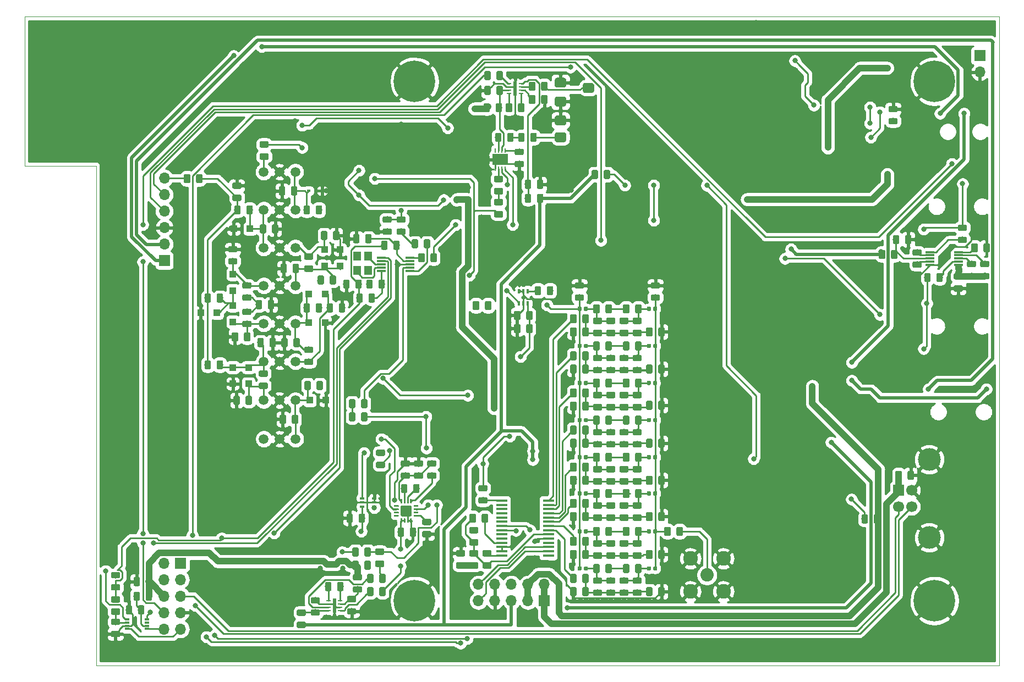
<source format=gbr>
%TF.GenerationSoftware,KiCad,Pcbnew,(5.1.2-1)-1*%
%TF.CreationDate,2019-08-24T23:22:50-04:00*%
%TF.ProjectId,ADIMB,4144494d-422e-46b6-9963-61645f706362,rev?*%
%TF.SameCoordinates,Original*%
%TF.FileFunction,Copper,L2,Bot*%
%TF.FilePolarity,Positive*%
%FSLAX46Y46*%
G04 Gerber Fmt 4.6, Leading zero omitted, Abs format (unit mm)*
G04 Created by KiCad (PCBNEW (5.1.2-1)-1) date 2019-08-24 23:22:50*
%MOMM*%
%LPD*%
G04 APERTURE LIST*
%ADD10C,0.050000*%
%ADD11C,0.100000*%
%ADD12C,0.975000*%
%ADD13R,0.600000X0.450000*%
%ADD14R,1.000000X1.000000*%
%ADD15O,1.700000X1.700000*%
%ADD16R,1.700000X1.700000*%
%ADD17R,0.400000X0.650000*%
%ADD18R,0.610000X2.200000*%
%ADD19R,0.700000X0.250000*%
%ADD20C,1.524000*%
%ADD21R,2.380000X1.660000*%
%ADD22R,0.250000X0.700000*%
%ADD23R,1.400000X0.300000*%
%ADD24C,1.500000*%
%ADD25R,1.750000X0.450000*%
%ADD26C,0.590000*%
%ADD27C,2.250000*%
%ADD28C,2.050000*%
%ADD29C,0.250000*%
%ADD30C,1.700000*%
%ADD31C,0.800000*%
%ADD32C,6.400000*%
%ADD33C,3.500000*%
%ADD34R,1.200000X1.400000*%
%ADD35R,0.650000X0.400000*%
%ADD36R,0.800000X0.300000*%
%ADD37C,1.000000*%
%ADD38C,0.250000*%
%ADD39C,0.500000*%
%ADD40C,0.254000*%
G04 APERTURE END LIST*
D10*
X61000000Y-120000000D02*
X200000000Y-120000000D01*
X61000000Y-43000000D02*
X61000000Y-120000000D01*
X50000000Y-43000000D02*
X61000000Y-43000000D01*
X50000000Y-20000000D02*
X50000000Y-43000000D01*
X200000000Y-20000000D02*
X200000000Y-120000000D01*
X50000000Y-20000000D02*
X200000000Y-20000000D01*
D11*
G36*
X181418142Y-96710174D02*
G01*
X181441803Y-96713684D01*
X181465007Y-96719496D01*
X181487529Y-96727554D01*
X181509153Y-96737782D01*
X181529670Y-96750079D01*
X181548883Y-96764329D01*
X181566607Y-96780393D01*
X181582671Y-96798117D01*
X181596921Y-96817330D01*
X181609218Y-96837847D01*
X181619446Y-96859471D01*
X181627504Y-96881993D01*
X181633316Y-96905197D01*
X181636826Y-96928858D01*
X181638000Y-96952750D01*
X181638000Y-97865250D01*
X181636826Y-97889142D01*
X181633316Y-97912803D01*
X181627504Y-97936007D01*
X181619446Y-97958529D01*
X181609218Y-97980153D01*
X181596921Y-98000670D01*
X181582671Y-98019883D01*
X181566607Y-98037607D01*
X181548883Y-98053671D01*
X181529670Y-98067921D01*
X181509153Y-98080218D01*
X181487529Y-98090446D01*
X181465007Y-98098504D01*
X181441803Y-98104316D01*
X181418142Y-98107826D01*
X181394250Y-98109000D01*
X180906750Y-98109000D01*
X180882858Y-98107826D01*
X180859197Y-98104316D01*
X180835993Y-98098504D01*
X180813471Y-98090446D01*
X180791847Y-98080218D01*
X180771330Y-98067921D01*
X180752117Y-98053671D01*
X180734393Y-98037607D01*
X180718329Y-98019883D01*
X180704079Y-98000670D01*
X180691782Y-97980153D01*
X180681554Y-97958529D01*
X180673496Y-97936007D01*
X180667684Y-97912803D01*
X180664174Y-97889142D01*
X180663000Y-97865250D01*
X180663000Y-96952750D01*
X180664174Y-96928858D01*
X180667684Y-96905197D01*
X180673496Y-96881993D01*
X180681554Y-96859471D01*
X180691782Y-96837847D01*
X180704079Y-96817330D01*
X180718329Y-96798117D01*
X180734393Y-96780393D01*
X180752117Y-96764329D01*
X180771330Y-96750079D01*
X180791847Y-96737782D01*
X180813471Y-96727554D01*
X180835993Y-96719496D01*
X180859197Y-96713684D01*
X180882858Y-96710174D01*
X180906750Y-96709000D01*
X181394250Y-96709000D01*
X181418142Y-96710174D01*
X181418142Y-96710174D01*
G37*
D12*
X181150500Y-97409000D03*
D11*
G36*
X179543142Y-96710174D02*
G01*
X179566803Y-96713684D01*
X179590007Y-96719496D01*
X179612529Y-96727554D01*
X179634153Y-96737782D01*
X179654670Y-96750079D01*
X179673883Y-96764329D01*
X179691607Y-96780393D01*
X179707671Y-96798117D01*
X179721921Y-96817330D01*
X179734218Y-96837847D01*
X179744446Y-96859471D01*
X179752504Y-96881993D01*
X179758316Y-96905197D01*
X179761826Y-96928858D01*
X179763000Y-96952750D01*
X179763000Y-97865250D01*
X179761826Y-97889142D01*
X179758316Y-97912803D01*
X179752504Y-97936007D01*
X179744446Y-97958529D01*
X179734218Y-97980153D01*
X179721921Y-98000670D01*
X179707671Y-98019883D01*
X179691607Y-98037607D01*
X179673883Y-98053671D01*
X179654670Y-98067921D01*
X179634153Y-98080218D01*
X179612529Y-98090446D01*
X179590007Y-98098504D01*
X179566803Y-98104316D01*
X179543142Y-98107826D01*
X179519250Y-98109000D01*
X179031750Y-98109000D01*
X179007858Y-98107826D01*
X178984197Y-98104316D01*
X178960993Y-98098504D01*
X178938471Y-98090446D01*
X178916847Y-98080218D01*
X178896330Y-98067921D01*
X178877117Y-98053671D01*
X178859393Y-98037607D01*
X178843329Y-98019883D01*
X178829079Y-98000670D01*
X178816782Y-97980153D01*
X178806554Y-97958529D01*
X178798496Y-97936007D01*
X178792684Y-97912803D01*
X178789174Y-97889142D01*
X178788000Y-97865250D01*
X178788000Y-96952750D01*
X178789174Y-96928858D01*
X178792684Y-96905197D01*
X178798496Y-96881993D01*
X178806554Y-96859471D01*
X178816782Y-96837847D01*
X178829079Y-96817330D01*
X178843329Y-96798117D01*
X178859393Y-96780393D01*
X178877117Y-96764329D01*
X178896330Y-96750079D01*
X178916847Y-96737782D01*
X178938471Y-96727554D01*
X178960993Y-96719496D01*
X178984197Y-96713684D01*
X179007858Y-96710174D01*
X179031750Y-96709000D01*
X179519250Y-96709000D01*
X179543142Y-96710174D01*
X179543142Y-96710174D01*
G37*
D12*
X179275500Y-97409000D03*
D13*
X95792000Y-46863000D03*
X93692000Y-46863000D03*
D14*
X96373000Y-79121000D03*
X93873000Y-79121000D03*
X84455000Y-76561000D03*
X84455000Y-74061000D03*
X82042000Y-76561000D03*
X82042000Y-74061000D03*
X96246000Y-62738000D03*
X93746000Y-62738000D03*
X96246000Y-67183000D03*
X93746000Y-67183000D03*
X82042000Y-67036000D03*
X82042000Y-64536000D03*
X82042000Y-59710000D03*
X82042000Y-62210000D03*
X77109000Y-65659000D03*
X79609000Y-65659000D03*
X96139000Y-55900000D03*
X96139000Y-58400000D03*
X98552000Y-55900000D03*
X98552000Y-58400000D03*
X82189000Y-52705000D03*
X84689000Y-52705000D03*
D11*
G36*
X138014142Y-43624174D02*
G01*
X138037803Y-43627684D01*
X138061007Y-43633496D01*
X138083529Y-43641554D01*
X138105153Y-43651782D01*
X138125670Y-43664079D01*
X138144883Y-43678329D01*
X138162607Y-43694393D01*
X138178671Y-43712117D01*
X138192921Y-43731330D01*
X138205218Y-43751847D01*
X138215446Y-43773471D01*
X138223504Y-43795993D01*
X138229316Y-43819197D01*
X138232826Y-43842858D01*
X138234000Y-43866750D01*
X138234000Y-44779250D01*
X138232826Y-44803142D01*
X138229316Y-44826803D01*
X138223504Y-44850007D01*
X138215446Y-44872529D01*
X138205218Y-44894153D01*
X138192921Y-44914670D01*
X138178671Y-44933883D01*
X138162607Y-44951607D01*
X138144883Y-44967671D01*
X138125670Y-44981921D01*
X138105153Y-44994218D01*
X138083529Y-45004446D01*
X138061007Y-45012504D01*
X138037803Y-45018316D01*
X138014142Y-45021826D01*
X137990250Y-45023000D01*
X137502750Y-45023000D01*
X137478858Y-45021826D01*
X137455197Y-45018316D01*
X137431993Y-45012504D01*
X137409471Y-45004446D01*
X137387847Y-44994218D01*
X137367330Y-44981921D01*
X137348117Y-44967671D01*
X137330393Y-44951607D01*
X137314329Y-44933883D01*
X137300079Y-44914670D01*
X137287782Y-44894153D01*
X137277554Y-44872529D01*
X137269496Y-44850007D01*
X137263684Y-44826803D01*
X137260174Y-44803142D01*
X137259000Y-44779250D01*
X137259000Y-43866750D01*
X137260174Y-43842858D01*
X137263684Y-43819197D01*
X137269496Y-43795993D01*
X137277554Y-43773471D01*
X137287782Y-43751847D01*
X137300079Y-43731330D01*
X137314329Y-43712117D01*
X137330393Y-43694393D01*
X137348117Y-43678329D01*
X137367330Y-43664079D01*
X137387847Y-43651782D01*
X137409471Y-43641554D01*
X137431993Y-43633496D01*
X137455197Y-43627684D01*
X137478858Y-43624174D01*
X137502750Y-43623000D01*
X137990250Y-43623000D01*
X138014142Y-43624174D01*
X138014142Y-43624174D01*
G37*
D12*
X137746500Y-44323000D03*
D11*
G36*
X139889142Y-43624174D02*
G01*
X139912803Y-43627684D01*
X139936007Y-43633496D01*
X139958529Y-43641554D01*
X139980153Y-43651782D01*
X140000670Y-43664079D01*
X140019883Y-43678329D01*
X140037607Y-43694393D01*
X140053671Y-43712117D01*
X140067921Y-43731330D01*
X140080218Y-43751847D01*
X140090446Y-43773471D01*
X140098504Y-43795993D01*
X140104316Y-43819197D01*
X140107826Y-43842858D01*
X140109000Y-43866750D01*
X140109000Y-44779250D01*
X140107826Y-44803142D01*
X140104316Y-44826803D01*
X140098504Y-44850007D01*
X140090446Y-44872529D01*
X140080218Y-44894153D01*
X140067921Y-44914670D01*
X140053671Y-44933883D01*
X140037607Y-44951607D01*
X140019883Y-44967671D01*
X140000670Y-44981921D01*
X139980153Y-44994218D01*
X139958529Y-45004446D01*
X139936007Y-45012504D01*
X139912803Y-45018316D01*
X139889142Y-45021826D01*
X139865250Y-45023000D01*
X139377750Y-45023000D01*
X139353858Y-45021826D01*
X139330197Y-45018316D01*
X139306993Y-45012504D01*
X139284471Y-45004446D01*
X139262847Y-44994218D01*
X139242330Y-44981921D01*
X139223117Y-44967671D01*
X139205393Y-44951607D01*
X139189329Y-44933883D01*
X139175079Y-44914670D01*
X139162782Y-44894153D01*
X139152554Y-44872529D01*
X139144496Y-44850007D01*
X139138684Y-44826803D01*
X139135174Y-44803142D01*
X139134000Y-44779250D01*
X139134000Y-43866750D01*
X139135174Y-43842858D01*
X139138684Y-43819197D01*
X139144496Y-43795993D01*
X139152554Y-43773471D01*
X139162782Y-43751847D01*
X139175079Y-43731330D01*
X139189329Y-43712117D01*
X139205393Y-43694393D01*
X139223117Y-43678329D01*
X139242330Y-43664079D01*
X139262847Y-43651782D01*
X139284471Y-43641554D01*
X139306993Y-43633496D01*
X139330197Y-43627684D01*
X139353858Y-43624174D01*
X139377750Y-43623000D01*
X139865250Y-43623000D01*
X139889142Y-43624174D01*
X139889142Y-43624174D01*
G37*
D12*
X139621500Y-44323000D03*
D11*
G36*
X123416142Y-49981174D02*
G01*
X123439803Y-49984684D01*
X123463007Y-49990496D01*
X123485529Y-49998554D01*
X123507153Y-50008782D01*
X123527670Y-50021079D01*
X123546883Y-50035329D01*
X123564607Y-50051393D01*
X123580671Y-50069117D01*
X123594921Y-50088330D01*
X123607218Y-50108847D01*
X123617446Y-50130471D01*
X123625504Y-50152993D01*
X123631316Y-50176197D01*
X123634826Y-50199858D01*
X123636000Y-50223750D01*
X123636000Y-50711250D01*
X123634826Y-50735142D01*
X123631316Y-50758803D01*
X123625504Y-50782007D01*
X123617446Y-50804529D01*
X123607218Y-50826153D01*
X123594921Y-50846670D01*
X123580671Y-50865883D01*
X123564607Y-50883607D01*
X123546883Y-50899671D01*
X123527670Y-50913921D01*
X123507153Y-50926218D01*
X123485529Y-50936446D01*
X123463007Y-50944504D01*
X123439803Y-50950316D01*
X123416142Y-50953826D01*
X123392250Y-50955000D01*
X122479750Y-50955000D01*
X122455858Y-50953826D01*
X122432197Y-50950316D01*
X122408993Y-50944504D01*
X122386471Y-50936446D01*
X122364847Y-50926218D01*
X122344330Y-50913921D01*
X122325117Y-50899671D01*
X122307393Y-50883607D01*
X122291329Y-50865883D01*
X122277079Y-50846670D01*
X122264782Y-50826153D01*
X122254554Y-50804529D01*
X122246496Y-50782007D01*
X122240684Y-50758803D01*
X122237174Y-50735142D01*
X122236000Y-50711250D01*
X122236000Y-50223750D01*
X122237174Y-50199858D01*
X122240684Y-50176197D01*
X122246496Y-50152993D01*
X122254554Y-50130471D01*
X122264782Y-50108847D01*
X122277079Y-50088330D01*
X122291329Y-50069117D01*
X122307393Y-50051393D01*
X122325117Y-50035329D01*
X122344330Y-50021079D01*
X122364847Y-50008782D01*
X122386471Y-49998554D01*
X122408993Y-49990496D01*
X122432197Y-49984684D01*
X122455858Y-49981174D01*
X122479750Y-49980000D01*
X123392250Y-49980000D01*
X123416142Y-49981174D01*
X123416142Y-49981174D01*
G37*
D12*
X122936000Y-50467500D03*
D11*
G36*
X123416142Y-48106174D02*
G01*
X123439803Y-48109684D01*
X123463007Y-48115496D01*
X123485529Y-48123554D01*
X123507153Y-48133782D01*
X123527670Y-48146079D01*
X123546883Y-48160329D01*
X123564607Y-48176393D01*
X123580671Y-48194117D01*
X123594921Y-48213330D01*
X123607218Y-48233847D01*
X123617446Y-48255471D01*
X123625504Y-48277993D01*
X123631316Y-48301197D01*
X123634826Y-48324858D01*
X123636000Y-48348750D01*
X123636000Y-48836250D01*
X123634826Y-48860142D01*
X123631316Y-48883803D01*
X123625504Y-48907007D01*
X123617446Y-48929529D01*
X123607218Y-48951153D01*
X123594921Y-48971670D01*
X123580671Y-48990883D01*
X123564607Y-49008607D01*
X123546883Y-49024671D01*
X123527670Y-49038921D01*
X123507153Y-49051218D01*
X123485529Y-49061446D01*
X123463007Y-49069504D01*
X123439803Y-49075316D01*
X123416142Y-49078826D01*
X123392250Y-49080000D01*
X122479750Y-49080000D01*
X122455858Y-49078826D01*
X122432197Y-49075316D01*
X122408993Y-49069504D01*
X122386471Y-49061446D01*
X122364847Y-49051218D01*
X122344330Y-49038921D01*
X122325117Y-49024671D01*
X122307393Y-49008607D01*
X122291329Y-48990883D01*
X122277079Y-48971670D01*
X122264782Y-48951153D01*
X122254554Y-48929529D01*
X122246496Y-48907007D01*
X122240684Y-48883803D01*
X122237174Y-48860142D01*
X122236000Y-48836250D01*
X122236000Y-48348750D01*
X122237174Y-48324858D01*
X122240684Y-48301197D01*
X122246496Y-48277993D01*
X122254554Y-48255471D01*
X122264782Y-48233847D01*
X122277079Y-48213330D01*
X122291329Y-48194117D01*
X122307393Y-48176393D01*
X122325117Y-48160329D01*
X122344330Y-48146079D01*
X122364847Y-48133782D01*
X122386471Y-48123554D01*
X122408993Y-48115496D01*
X122432197Y-48109684D01*
X122455858Y-48106174D01*
X122479750Y-48105000D01*
X123392250Y-48105000D01*
X123416142Y-48106174D01*
X123416142Y-48106174D01*
G37*
D12*
X122936000Y-48592500D03*
D15*
X196977000Y-28575000D03*
D16*
X196977000Y-26035000D03*
D11*
G36*
X184122142Y-33755174D02*
G01*
X184145803Y-33758684D01*
X184169007Y-33764496D01*
X184191529Y-33772554D01*
X184213153Y-33782782D01*
X184233670Y-33795079D01*
X184252883Y-33809329D01*
X184270607Y-33825393D01*
X184286671Y-33843117D01*
X184300921Y-33862330D01*
X184313218Y-33882847D01*
X184323446Y-33904471D01*
X184331504Y-33926993D01*
X184337316Y-33950197D01*
X184340826Y-33973858D01*
X184342000Y-33997750D01*
X184342000Y-34485250D01*
X184340826Y-34509142D01*
X184337316Y-34532803D01*
X184331504Y-34556007D01*
X184323446Y-34578529D01*
X184313218Y-34600153D01*
X184300921Y-34620670D01*
X184286671Y-34639883D01*
X184270607Y-34657607D01*
X184252883Y-34673671D01*
X184233670Y-34687921D01*
X184213153Y-34700218D01*
X184191529Y-34710446D01*
X184169007Y-34718504D01*
X184145803Y-34724316D01*
X184122142Y-34727826D01*
X184098250Y-34729000D01*
X183185750Y-34729000D01*
X183161858Y-34727826D01*
X183138197Y-34724316D01*
X183114993Y-34718504D01*
X183092471Y-34710446D01*
X183070847Y-34700218D01*
X183050330Y-34687921D01*
X183031117Y-34673671D01*
X183013393Y-34657607D01*
X182997329Y-34639883D01*
X182983079Y-34620670D01*
X182970782Y-34600153D01*
X182960554Y-34578529D01*
X182952496Y-34556007D01*
X182946684Y-34532803D01*
X182943174Y-34509142D01*
X182942000Y-34485250D01*
X182942000Y-33997750D01*
X182943174Y-33973858D01*
X182946684Y-33950197D01*
X182952496Y-33926993D01*
X182960554Y-33904471D01*
X182970782Y-33882847D01*
X182983079Y-33862330D01*
X182997329Y-33843117D01*
X183013393Y-33825393D01*
X183031117Y-33809329D01*
X183050330Y-33795079D01*
X183070847Y-33782782D01*
X183092471Y-33772554D01*
X183114993Y-33764496D01*
X183138197Y-33758684D01*
X183161858Y-33755174D01*
X183185750Y-33754000D01*
X184098250Y-33754000D01*
X184122142Y-33755174D01*
X184122142Y-33755174D01*
G37*
D12*
X183642000Y-34241500D03*
D11*
G36*
X184122142Y-35630174D02*
G01*
X184145803Y-35633684D01*
X184169007Y-35639496D01*
X184191529Y-35647554D01*
X184213153Y-35657782D01*
X184233670Y-35670079D01*
X184252883Y-35684329D01*
X184270607Y-35700393D01*
X184286671Y-35718117D01*
X184300921Y-35737330D01*
X184313218Y-35757847D01*
X184323446Y-35779471D01*
X184331504Y-35801993D01*
X184337316Y-35825197D01*
X184340826Y-35848858D01*
X184342000Y-35872750D01*
X184342000Y-36360250D01*
X184340826Y-36384142D01*
X184337316Y-36407803D01*
X184331504Y-36431007D01*
X184323446Y-36453529D01*
X184313218Y-36475153D01*
X184300921Y-36495670D01*
X184286671Y-36514883D01*
X184270607Y-36532607D01*
X184252883Y-36548671D01*
X184233670Y-36562921D01*
X184213153Y-36575218D01*
X184191529Y-36585446D01*
X184169007Y-36593504D01*
X184145803Y-36599316D01*
X184122142Y-36602826D01*
X184098250Y-36604000D01*
X183185750Y-36604000D01*
X183161858Y-36602826D01*
X183138197Y-36599316D01*
X183114993Y-36593504D01*
X183092471Y-36585446D01*
X183070847Y-36575218D01*
X183050330Y-36562921D01*
X183031117Y-36548671D01*
X183013393Y-36532607D01*
X182997329Y-36514883D01*
X182983079Y-36495670D01*
X182970782Y-36475153D01*
X182960554Y-36453529D01*
X182952496Y-36431007D01*
X182946684Y-36407803D01*
X182943174Y-36384142D01*
X182942000Y-36360250D01*
X182942000Y-35872750D01*
X182943174Y-35848858D01*
X182946684Y-35825197D01*
X182952496Y-35801993D01*
X182960554Y-35779471D01*
X182970782Y-35757847D01*
X182983079Y-35737330D01*
X182997329Y-35718117D01*
X183013393Y-35700393D01*
X183031117Y-35684329D01*
X183050330Y-35670079D01*
X183070847Y-35657782D01*
X183092471Y-35647554D01*
X183114993Y-35639496D01*
X183138197Y-35633684D01*
X183161858Y-35630174D01*
X183185750Y-35629000D01*
X184098250Y-35629000D01*
X184122142Y-35630174D01*
X184122142Y-35630174D01*
G37*
D12*
X183642000Y-36116500D03*
D17*
X127396000Y-62296000D03*
X126096000Y-62296000D03*
X126746000Y-64196000D03*
X126746000Y-62296000D03*
X126096000Y-64196000D03*
X127396000Y-64196000D03*
D18*
X97663000Y-110744000D03*
D19*
X98588000Y-111494000D03*
X98588000Y-110994000D03*
X98588000Y-110494000D03*
X98588000Y-109994000D03*
X96738000Y-109994000D03*
X96738000Y-110494000D03*
X96738000Y-110994000D03*
X96738000Y-111494000D03*
D11*
G36*
X121003142Y-94050174D02*
G01*
X121026803Y-94053684D01*
X121050007Y-94059496D01*
X121072529Y-94067554D01*
X121094153Y-94077782D01*
X121114670Y-94090079D01*
X121133883Y-94104329D01*
X121151607Y-94120393D01*
X121167671Y-94138117D01*
X121181921Y-94157330D01*
X121194218Y-94177847D01*
X121204446Y-94199471D01*
X121212504Y-94221993D01*
X121218316Y-94245197D01*
X121221826Y-94268858D01*
X121223000Y-94292750D01*
X121223000Y-94780250D01*
X121221826Y-94804142D01*
X121218316Y-94827803D01*
X121212504Y-94851007D01*
X121204446Y-94873529D01*
X121194218Y-94895153D01*
X121181921Y-94915670D01*
X121167671Y-94934883D01*
X121151607Y-94952607D01*
X121133883Y-94968671D01*
X121114670Y-94982921D01*
X121094153Y-94995218D01*
X121072529Y-95005446D01*
X121050007Y-95013504D01*
X121026803Y-95019316D01*
X121003142Y-95022826D01*
X120979250Y-95024000D01*
X120066750Y-95024000D01*
X120042858Y-95022826D01*
X120019197Y-95019316D01*
X119995993Y-95013504D01*
X119973471Y-95005446D01*
X119951847Y-94995218D01*
X119931330Y-94982921D01*
X119912117Y-94968671D01*
X119894393Y-94952607D01*
X119878329Y-94934883D01*
X119864079Y-94915670D01*
X119851782Y-94895153D01*
X119841554Y-94873529D01*
X119833496Y-94851007D01*
X119827684Y-94827803D01*
X119824174Y-94804142D01*
X119823000Y-94780250D01*
X119823000Y-94292750D01*
X119824174Y-94268858D01*
X119827684Y-94245197D01*
X119833496Y-94221993D01*
X119841554Y-94199471D01*
X119851782Y-94177847D01*
X119864079Y-94157330D01*
X119878329Y-94138117D01*
X119894393Y-94120393D01*
X119912117Y-94104329D01*
X119931330Y-94090079D01*
X119951847Y-94077782D01*
X119973471Y-94067554D01*
X119995993Y-94059496D01*
X120019197Y-94053684D01*
X120042858Y-94050174D01*
X120066750Y-94049000D01*
X120979250Y-94049000D01*
X121003142Y-94050174D01*
X121003142Y-94050174D01*
G37*
D12*
X120523000Y-94536500D03*
D11*
G36*
X121003142Y-92175174D02*
G01*
X121026803Y-92178684D01*
X121050007Y-92184496D01*
X121072529Y-92192554D01*
X121094153Y-92202782D01*
X121114670Y-92215079D01*
X121133883Y-92229329D01*
X121151607Y-92245393D01*
X121167671Y-92263117D01*
X121181921Y-92282330D01*
X121194218Y-92302847D01*
X121204446Y-92324471D01*
X121212504Y-92346993D01*
X121218316Y-92370197D01*
X121221826Y-92393858D01*
X121223000Y-92417750D01*
X121223000Y-92905250D01*
X121221826Y-92929142D01*
X121218316Y-92952803D01*
X121212504Y-92976007D01*
X121204446Y-92998529D01*
X121194218Y-93020153D01*
X121181921Y-93040670D01*
X121167671Y-93059883D01*
X121151607Y-93077607D01*
X121133883Y-93093671D01*
X121114670Y-93107921D01*
X121094153Y-93120218D01*
X121072529Y-93130446D01*
X121050007Y-93138504D01*
X121026803Y-93144316D01*
X121003142Y-93147826D01*
X120979250Y-93149000D01*
X120066750Y-93149000D01*
X120042858Y-93147826D01*
X120019197Y-93144316D01*
X119995993Y-93138504D01*
X119973471Y-93130446D01*
X119951847Y-93120218D01*
X119931330Y-93107921D01*
X119912117Y-93093671D01*
X119894393Y-93077607D01*
X119878329Y-93059883D01*
X119864079Y-93040670D01*
X119851782Y-93020153D01*
X119841554Y-92998529D01*
X119833496Y-92976007D01*
X119827684Y-92952803D01*
X119824174Y-92929142D01*
X119823000Y-92905250D01*
X119823000Y-92417750D01*
X119824174Y-92393858D01*
X119827684Y-92370197D01*
X119833496Y-92346993D01*
X119841554Y-92324471D01*
X119851782Y-92302847D01*
X119864079Y-92282330D01*
X119878329Y-92263117D01*
X119894393Y-92245393D01*
X119912117Y-92229329D01*
X119931330Y-92215079D01*
X119951847Y-92202782D01*
X119973471Y-92192554D01*
X119995993Y-92184496D01*
X120019197Y-92178684D01*
X120042858Y-92175174D01*
X120066750Y-92174000D01*
X120979250Y-92174000D01*
X121003142Y-92175174D01*
X121003142Y-92175174D01*
G37*
D12*
X120523000Y-92661500D03*
D11*
G36*
X121638142Y-104083174D02*
G01*
X121661803Y-104086684D01*
X121685007Y-104092496D01*
X121707529Y-104100554D01*
X121729153Y-104110782D01*
X121749670Y-104123079D01*
X121768883Y-104137329D01*
X121786607Y-104153393D01*
X121802671Y-104171117D01*
X121816921Y-104190330D01*
X121829218Y-104210847D01*
X121839446Y-104232471D01*
X121847504Y-104254993D01*
X121853316Y-104278197D01*
X121856826Y-104301858D01*
X121858000Y-104325750D01*
X121858000Y-104813250D01*
X121856826Y-104837142D01*
X121853316Y-104860803D01*
X121847504Y-104884007D01*
X121839446Y-104906529D01*
X121829218Y-104928153D01*
X121816921Y-104948670D01*
X121802671Y-104967883D01*
X121786607Y-104985607D01*
X121768883Y-105001671D01*
X121749670Y-105015921D01*
X121729153Y-105028218D01*
X121707529Y-105038446D01*
X121685007Y-105046504D01*
X121661803Y-105052316D01*
X121638142Y-105055826D01*
X121614250Y-105057000D01*
X120701750Y-105057000D01*
X120677858Y-105055826D01*
X120654197Y-105052316D01*
X120630993Y-105046504D01*
X120608471Y-105038446D01*
X120586847Y-105028218D01*
X120566330Y-105015921D01*
X120547117Y-105001671D01*
X120529393Y-104985607D01*
X120513329Y-104967883D01*
X120499079Y-104948670D01*
X120486782Y-104928153D01*
X120476554Y-104906529D01*
X120468496Y-104884007D01*
X120462684Y-104860803D01*
X120459174Y-104837142D01*
X120458000Y-104813250D01*
X120458000Y-104325750D01*
X120459174Y-104301858D01*
X120462684Y-104278197D01*
X120468496Y-104254993D01*
X120476554Y-104232471D01*
X120486782Y-104210847D01*
X120499079Y-104190330D01*
X120513329Y-104171117D01*
X120529393Y-104153393D01*
X120547117Y-104137329D01*
X120566330Y-104123079D01*
X120586847Y-104110782D01*
X120608471Y-104100554D01*
X120630993Y-104092496D01*
X120654197Y-104086684D01*
X120677858Y-104083174D01*
X120701750Y-104082000D01*
X121614250Y-104082000D01*
X121638142Y-104083174D01*
X121638142Y-104083174D01*
G37*
D12*
X121158000Y-104569500D03*
D11*
G36*
X121638142Y-102208174D02*
G01*
X121661803Y-102211684D01*
X121685007Y-102217496D01*
X121707529Y-102225554D01*
X121729153Y-102235782D01*
X121749670Y-102248079D01*
X121768883Y-102262329D01*
X121786607Y-102278393D01*
X121802671Y-102296117D01*
X121816921Y-102315330D01*
X121829218Y-102335847D01*
X121839446Y-102357471D01*
X121847504Y-102379993D01*
X121853316Y-102403197D01*
X121856826Y-102426858D01*
X121858000Y-102450750D01*
X121858000Y-102938250D01*
X121856826Y-102962142D01*
X121853316Y-102985803D01*
X121847504Y-103009007D01*
X121839446Y-103031529D01*
X121829218Y-103053153D01*
X121816921Y-103073670D01*
X121802671Y-103092883D01*
X121786607Y-103110607D01*
X121768883Y-103126671D01*
X121749670Y-103140921D01*
X121729153Y-103153218D01*
X121707529Y-103163446D01*
X121685007Y-103171504D01*
X121661803Y-103177316D01*
X121638142Y-103180826D01*
X121614250Y-103182000D01*
X120701750Y-103182000D01*
X120677858Y-103180826D01*
X120654197Y-103177316D01*
X120630993Y-103171504D01*
X120608471Y-103163446D01*
X120586847Y-103153218D01*
X120566330Y-103140921D01*
X120547117Y-103126671D01*
X120529393Y-103110607D01*
X120513329Y-103092883D01*
X120499079Y-103073670D01*
X120486782Y-103053153D01*
X120476554Y-103031529D01*
X120468496Y-103009007D01*
X120462684Y-102985803D01*
X120459174Y-102962142D01*
X120458000Y-102938250D01*
X120458000Y-102450750D01*
X120459174Y-102426858D01*
X120462684Y-102403197D01*
X120468496Y-102379993D01*
X120476554Y-102357471D01*
X120486782Y-102335847D01*
X120499079Y-102315330D01*
X120513329Y-102296117D01*
X120529393Y-102278393D01*
X120547117Y-102262329D01*
X120566330Y-102248079D01*
X120586847Y-102235782D01*
X120608471Y-102225554D01*
X120630993Y-102217496D01*
X120654197Y-102211684D01*
X120677858Y-102208174D01*
X120701750Y-102207000D01*
X121614250Y-102207000D01*
X121638142Y-102208174D01*
X121638142Y-102208174D01*
G37*
D12*
X121158000Y-102694500D03*
D11*
G36*
X105128142Y-103829174D02*
G01*
X105151803Y-103832684D01*
X105175007Y-103838496D01*
X105197529Y-103846554D01*
X105219153Y-103856782D01*
X105239670Y-103869079D01*
X105258883Y-103883329D01*
X105276607Y-103899393D01*
X105292671Y-103917117D01*
X105306921Y-103936330D01*
X105319218Y-103956847D01*
X105329446Y-103978471D01*
X105337504Y-104000993D01*
X105343316Y-104024197D01*
X105346826Y-104047858D01*
X105348000Y-104071750D01*
X105348000Y-104559250D01*
X105346826Y-104583142D01*
X105343316Y-104606803D01*
X105337504Y-104630007D01*
X105329446Y-104652529D01*
X105319218Y-104674153D01*
X105306921Y-104694670D01*
X105292671Y-104713883D01*
X105276607Y-104731607D01*
X105258883Y-104747671D01*
X105239670Y-104761921D01*
X105219153Y-104774218D01*
X105197529Y-104784446D01*
X105175007Y-104792504D01*
X105151803Y-104798316D01*
X105128142Y-104801826D01*
X105104250Y-104803000D01*
X104191750Y-104803000D01*
X104167858Y-104801826D01*
X104144197Y-104798316D01*
X104120993Y-104792504D01*
X104098471Y-104784446D01*
X104076847Y-104774218D01*
X104056330Y-104761921D01*
X104037117Y-104747671D01*
X104019393Y-104731607D01*
X104003329Y-104713883D01*
X103989079Y-104694670D01*
X103976782Y-104674153D01*
X103966554Y-104652529D01*
X103958496Y-104630007D01*
X103952684Y-104606803D01*
X103949174Y-104583142D01*
X103948000Y-104559250D01*
X103948000Y-104071750D01*
X103949174Y-104047858D01*
X103952684Y-104024197D01*
X103958496Y-104000993D01*
X103966554Y-103978471D01*
X103976782Y-103956847D01*
X103989079Y-103936330D01*
X104003329Y-103917117D01*
X104019393Y-103899393D01*
X104037117Y-103883329D01*
X104056330Y-103869079D01*
X104076847Y-103856782D01*
X104098471Y-103846554D01*
X104120993Y-103838496D01*
X104144197Y-103832684D01*
X104167858Y-103829174D01*
X104191750Y-103828000D01*
X105104250Y-103828000D01*
X105128142Y-103829174D01*
X105128142Y-103829174D01*
G37*
D12*
X104648000Y-104315500D03*
D11*
G36*
X105128142Y-101954174D02*
G01*
X105151803Y-101957684D01*
X105175007Y-101963496D01*
X105197529Y-101971554D01*
X105219153Y-101981782D01*
X105239670Y-101994079D01*
X105258883Y-102008329D01*
X105276607Y-102024393D01*
X105292671Y-102042117D01*
X105306921Y-102061330D01*
X105319218Y-102081847D01*
X105329446Y-102103471D01*
X105337504Y-102125993D01*
X105343316Y-102149197D01*
X105346826Y-102172858D01*
X105348000Y-102196750D01*
X105348000Y-102684250D01*
X105346826Y-102708142D01*
X105343316Y-102731803D01*
X105337504Y-102755007D01*
X105329446Y-102777529D01*
X105319218Y-102799153D01*
X105306921Y-102819670D01*
X105292671Y-102838883D01*
X105276607Y-102856607D01*
X105258883Y-102872671D01*
X105239670Y-102886921D01*
X105219153Y-102899218D01*
X105197529Y-102909446D01*
X105175007Y-102917504D01*
X105151803Y-102923316D01*
X105128142Y-102926826D01*
X105104250Y-102928000D01*
X104191750Y-102928000D01*
X104167858Y-102926826D01*
X104144197Y-102923316D01*
X104120993Y-102917504D01*
X104098471Y-102909446D01*
X104076847Y-102899218D01*
X104056330Y-102886921D01*
X104037117Y-102872671D01*
X104019393Y-102856607D01*
X104003329Y-102838883D01*
X103989079Y-102819670D01*
X103976782Y-102799153D01*
X103966554Y-102777529D01*
X103958496Y-102755007D01*
X103952684Y-102731803D01*
X103949174Y-102708142D01*
X103948000Y-102684250D01*
X103948000Y-102196750D01*
X103949174Y-102172858D01*
X103952684Y-102149197D01*
X103958496Y-102125993D01*
X103966554Y-102103471D01*
X103976782Y-102081847D01*
X103989079Y-102061330D01*
X104003329Y-102042117D01*
X104019393Y-102024393D01*
X104037117Y-102008329D01*
X104056330Y-101994079D01*
X104076847Y-101981782D01*
X104098471Y-101971554D01*
X104120993Y-101963496D01*
X104144197Y-101957684D01*
X104167858Y-101954174D01*
X104191750Y-101953000D01*
X105104250Y-101953000D01*
X105128142Y-101954174D01*
X105128142Y-101954174D01*
G37*
D12*
X104648000Y-102440500D03*
D11*
G36*
X93063142Y-111352174D02*
G01*
X93086803Y-111355684D01*
X93110007Y-111361496D01*
X93132529Y-111369554D01*
X93154153Y-111379782D01*
X93174670Y-111392079D01*
X93193883Y-111406329D01*
X93211607Y-111422393D01*
X93227671Y-111440117D01*
X93241921Y-111459330D01*
X93254218Y-111479847D01*
X93264446Y-111501471D01*
X93272504Y-111523993D01*
X93278316Y-111547197D01*
X93281826Y-111570858D01*
X93283000Y-111594750D01*
X93283000Y-112082250D01*
X93281826Y-112106142D01*
X93278316Y-112129803D01*
X93272504Y-112153007D01*
X93264446Y-112175529D01*
X93254218Y-112197153D01*
X93241921Y-112217670D01*
X93227671Y-112236883D01*
X93211607Y-112254607D01*
X93193883Y-112270671D01*
X93174670Y-112284921D01*
X93154153Y-112297218D01*
X93132529Y-112307446D01*
X93110007Y-112315504D01*
X93086803Y-112321316D01*
X93063142Y-112324826D01*
X93039250Y-112326000D01*
X92126750Y-112326000D01*
X92102858Y-112324826D01*
X92079197Y-112321316D01*
X92055993Y-112315504D01*
X92033471Y-112307446D01*
X92011847Y-112297218D01*
X91991330Y-112284921D01*
X91972117Y-112270671D01*
X91954393Y-112254607D01*
X91938329Y-112236883D01*
X91924079Y-112217670D01*
X91911782Y-112197153D01*
X91901554Y-112175529D01*
X91893496Y-112153007D01*
X91887684Y-112129803D01*
X91884174Y-112106142D01*
X91883000Y-112082250D01*
X91883000Y-111594750D01*
X91884174Y-111570858D01*
X91887684Y-111547197D01*
X91893496Y-111523993D01*
X91901554Y-111501471D01*
X91911782Y-111479847D01*
X91924079Y-111459330D01*
X91938329Y-111440117D01*
X91954393Y-111422393D01*
X91972117Y-111406329D01*
X91991330Y-111392079D01*
X92011847Y-111379782D01*
X92033471Y-111369554D01*
X92055993Y-111361496D01*
X92079197Y-111355684D01*
X92102858Y-111352174D01*
X92126750Y-111351000D01*
X93039250Y-111351000D01*
X93063142Y-111352174D01*
X93063142Y-111352174D01*
G37*
D12*
X92583000Y-111838500D03*
D11*
G36*
X93063142Y-113227174D02*
G01*
X93086803Y-113230684D01*
X93110007Y-113236496D01*
X93132529Y-113244554D01*
X93154153Y-113254782D01*
X93174670Y-113267079D01*
X93193883Y-113281329D01*
X93211607Y-113297393D01*
X93227671Y-113315117D01*
X93241921Y-113334330D01*
X93254218Y-113354847D01*
X93264446Y-113376471D01*
X93272504Y-113398993D01*
X93278316Y-113422197D01*
X93281826Y-113445858D01*
X93283000Y-113469750D01*
X93283000Y-113957250D01*
X93281826Y-113981142D01*
X93278316Y-114004803D01*
X93272504Y-114028007D01*
X93264446Y-114050529D01*
X93254218Y-114072153D01*
X93241921Y-114092670D01*
X93227671Y-114111883D01*
X93211607Y-114129607D01*
X93193883Y-114145671D01*
X93174670Y-114159921D01*
X93154153Y-114172218D01*
X93132529Y-114182446D01*
X93110007Y-114190504D01*
X93086803Y-114196316D01*
X93063142Y-114199826D01*
X93039250Y-114201000D01*
X92126750Y-114201000D01*
X92102858Y-114199826D01*
X92079197Y-114196316D01*
X92055993Y-114190504D01*
X92033471Y-114182446D01*
X92011847Y-114172218D01*
X91991330Y-114159921D01*
X91972117Y-114145671D01*
X91954393Y-114129607D01*
X91938329Y-114111883D01*
X91924079Y-114092670D01*
X91911782Y-114072153D01*
X91901554Y-114050529D01*
X91893496Y-114028007D01*
X91887684Y-114004803D01*
X91884174Y-113981142D01*
X91883000Y-113957250D01*
X91883000Y-113469750D01*
X91884174Y-113445858D01*
X91887684Y-113422197D01*
X91893496Y-113398993D01*
X91901554Y-113376471D01*
X91911782Y-113354847D01*
X91924079Y-113334330D01*
X91938329Y-113315117D01*
X91954393Y-113297393D01*
X91972117Y-113281329D01*
X91991330Y-113267079D01*
X92011847Y-113254782D01*
X92033471Y-113244554D01*
X92055993Y-113236496D01*
X92079197Y-113230684D01*
X92102858Y-113227174D01*
X92126750Y-113226000D01*
X93039250Y-113226000D01*
X93063142Y-113227174D01*
X93063142Y-113227174D01*
G37*
D12*
X92583000Y-113713500D03*
D11*
G36*
X103470142Y-107886174D02*
G01*
X103493803Y-107889684D01*
X103517007Y-107895496D01*
X103539529Y-107903554D01*
X103561153Y-107913782D01*
X103581670Y-107926079D01*
X103600883Y-107940329D01*
X103618607Y-107956393D01*
X103634671Y-107974117D01*
X103648921Y-107993330D01*
X103661218Y-108013847D01*
X103671446Y-108035471D01*
X103679504Y-108057993D01*
X103685316Y-108081197D01*
X103688826Y-108104858D01*
X103690000Y-108128750D01*
X103690000Y-109041250D01*
X103688826Y-109065142D01*
X103685316Y-109088803D01*
X103679504Y-109112007D01*
X103671446Y-109134529D01*
X103661218Y-109156153D01*
X103648921Y-109176670D01*
X103634671Y-109195883D01*
X103618607Y-109213607D01*
X103600883Y-109229671D01*
X103581670Y-109243921D01*
X103561153Y-109256218D01*
X103539529Y-109266446D01*
X103517007Y-109274504D01*
X103493803Y-109280316D01*
X103470142Y-109283826D01*
X103446250Y-109285000D01*
X102958750Y-109285000D01*
X102934858Y-109283826D01*
X102911197Y-109280316D01*
X102887993Y-109274504D01*
X102865471Y-109266446D01*
X102843847Y-109256218D01*
X102823330Y-109243921D01*
X102804117Y-109229671D01*
X102786393Y-109213607D01*
X102770329Y-109195883D01*
X102756079Y-109176670D01*
X102743782Y-109156153D01*
X102733554Y-109134529D01*
X102725496Y-109112007D01*
X102719684Y-109088803D01*
X102716174Y-109065142D01*
X102715000Y-109041250D01*
X102715000Y-108128750D01*
X102716174Y-108104858D01*
X102719684Y-108081197D01*
X102725496Y-108057993D01*
X102733554Y-108035471D01*
X102743782Y-108013847D01*
X102756079Y-107993330D01*
X102770329Y-107974117D01*
X102786393Y-107956393D01*
X102804117Y-107940329D01*
X102823330Y-107926079D01*
X102843847Y-107913782D01*
X102865471Y-107903554D01*
X102887993Y-107895496D01*
X102911197Y-107889684D01*
X102934858Y-107886174D01*
X102958750Y-107885000D01*
X103446250Y-107885000D01*
X103470142Y-107886174D01*
X103470142Y-107886174D01*
G37*
D12*
X103202500Y-108585000D03*
D11*
G36*
X105345142Y-107886174D02*
G01*
X105368803Y-107889684D01*
X105392007Y-107895496D01*
X105414529Y-107903554D01*
X105436153Y-107913782D01*
X105456670Y-107926079D01*
X105475883Y-107940329D01*
X105493607Y-107956393D01*
X105509671Y-107974117D01*
X105523921Y-107993330D01*
X105536218Y-108013847D01*
X105546446Y-108035471D01*
X105554504Y-108057993D01*
X105560316Y-108081197D01*
X105563826Y-108104858D01*
X105565000Y-108128750D01*
X105565000Y-109041250D01*
X105563826Y-109065142D01*
X105560316Y-109088803D01*
X105554504Y-109112007D01*
X105546446Y-109134529D01*
X105536218Y-109156153D01*
X105523921Y-109176670D01*
X105509671Y-109195883D01*
X105493607Y-109213607D01*
X105475883Y-109229671D01*
X105456670Y-109243921D01*
X105436153Y-109256218D01*
X105414529Y-109266446D01*
X105392007Y-109274504D01*
X105368803Y-109280316D01*
X105345142Y-109283826D01*
X105321250Y-109285000D01*
X104833750Y-109285000D01*
X104809858Y-109283826D01*
X104786197Y-109280316D01*
X104762993Y-109274504D01*
X104740471Y-109266446D01*
X104718847Y-109256218D01*
X104698330Y-109243921D01*
X104679117Y-109229671D01*
X104661393Y-109213607D01*
X104645329Y-109195883D01*
X104631079Y-109176670D01*
X104618782Y-109156153D01*
X104608554Y-109134529D01*
X104600496Y-109112007D01*
X104594684Y-109088803D01*
X104591174Y-109065142D01*
X104590000Y-109041250D01*
X104590000Y-108128750D01*
X104591174Y-108104858D01*
X104594684Y-108081197D01*
X104600496Y-108057993D01*
X104608554Y-108035471D01*
X104618782Y-108013847D01*
X104631079Y-107993330D01*
X104645329Y-107974117D01*
X104661393Y-107956393D01*
X104679117Y-107940329D01*
X104698330Y-107926079D01*
X104718847Y-107913782D01*
X104740471Y-107903554D01*
X104762993Y-107895496D01*
X104786197Y-107889684D01*
X104809858Y-107886174D01*
X104833750Y-107885000D01*
X105321250Y-107885000D01*
X105345142Y-107886174D01*
X105345142Y-107886174D01*
G37*
D12*
X105077500Y-108585000D03*
D11*
G36*
X101699142Y-105891174D02*
G01*
X101722803Y-105894684D01*
X101746007Y-105900496D01*
X101768529Y-105908554D01*
X101790153Y-105918782D01*
X101810670Y-105931079D01*
X101829883Y-105945329D01*
X101847607Y-105961393D01*
X101863671Y-105979117D01*
X101877921Y-105998330D01*
X101890218Y-106018847D01*
X101900446Y-106040471D01*
X101908504Y-106062993D01*
X101914316Y-106086197D01*
X101917826Y-106109858D01*
X101919000Y-106133750D01*
X101919000Y-106621250D01*
X101917826Y-106645142D01*
X101914316Y-106668803D01*
X101908504Y-106692007D01*
X101900446Y-106714529D01*
X101890218Y-106736153D01*
X101877921Y-106756670D01*
X101863671Y-106775883D01*
X101847607Y-106793607D01*
X101829883Y-106809671D01*
X101810670Y-106823921D01*
X101790153Y-106836218D01*
X101768529Y-106846446D01*
X101746007Y-106854504D01*
X101722803Y-106860316D01*
X101699142Y-106863826D01*
X101675250Y-106865000D01*
X100762750Y-106865000D01*
X100738858Y-106863826D01*
X100715197Y-106860316D01*
X100691993Y-106854504D01*
X100669471Y-106846446D01*
X100647847Y-106836218D01*
X100627330Y-106823921D01*
X100608117Y-106809671D01*
X100590393Y-106793607D01*
X100574329Y-106775883D01*
X100560079Y-106756670D01*
X100547782Y-106736153D01*
X100537554Y-106714529D01*
X100529496Y-106692007D01*
X100523684Y-106668803D01*
X100520174Y-106645142D01*
X100519000Y-106621250D01*
X100519000Y-106133750D01*
X100520174Y-106109858D01*
X100523684Y-106086197D01*
X100529496Y-106062993D01*
X100537554Y-106040471D01*
X100547782Y-106018847D01*
X100560079Y-105998330D01*
X100574329Y-105979117D01*
X100590393Y-105961393D01*
X100608117Y-105945329D01*
X100627330Y-105931079D01*
X100647847Y-105918782D01*
X100669471Y-105908554D01*
X100691993Y-105900496D01*
X100715197Y-105894684D01*
X100738858Y-105891174D01*
X100762750Y-105890000D01*
X101675250Y-105890000D01*
X101699142Y-105891174D01*
X101699142Y-105891174D01*
G37*
D12*
X101219000Y-106377500D03*
D11*
G36*
X101699142Y-107766174D02*
G01*
X101722803Y-107769684D01*
X101746007Y-107775496D01*
X101768529Y-107783554D01*
X101790153Y-107793782D01*
X101810670Y-107806079D01*
X101829883Y-107820329D01*
X101847607Y-107836393D01*
X101863671Y-107854117D01*
X101877921Y-107873330D01*
X101890218Y-107893847D01*
X101900446Y-107915471D01*
X101908504Y-107937993D01*
X101914316Y-107961197D01*
X101917826Y-107984858D01*
X101919000Y-108008750D01*
X101919000Y-108496250D01*
X101917826Y-108520142D01*
X101914316Y-108543803D01*
X101908504Y-108567007D01*
X101900446Y-108589529D01*
X101890218Y-108611153D01*
X101877921Y-108631670D01*
X101863671Y-108650883D01*
X101847607Y-108668607D01*
X101829883Y-108684671D01*
X101810670Y-108698921D01*
X101790153Y-108711218D01*
X101768529Y-108721446D01*
X101746007Y-108729504D01*
X101722803Y-108735316D01*
X101699142Y-108738826D01*
X101675250Y-108740000D01*
X100762750Y-108740000D01*
X100738858Y-108738826D01*
X100715197Y-108735316D01*
X100691993Y-108729504D01*
X100669471Y-108721446D01*
X100647847Y-108711218D01*
X100627330Y-108698921D01*
X100608117Y-108684671D01*
X100590393Y-108668607D01*
X100574329Y-108650883D01*
X100560079Y-108631670D01*
X100547782Y-108611153D01*
X100537554Y-108589529D01*
X100529496Y-108567007D01*
X100523684Y-108543803D01*
X100520174Y-108520142D01*
X100519000Y-108496250D01*
X100519000Y-108008750D01*
X100520174Y-107984858D01*
X100523684Y-107961197D01*
X100529496Y-107937993D01*
X100537554Y-107915471D01*
X100547782Y-107893847D01*
X100560079Y-107873330D01*
X100574329Y-107854117D01*
X100590393Y-107836393D01*
X100608117Y-107820329D01*
X100627330Y-107806079D01*
X100647847Y-107793782D01*
X100669471Y-107783554D01*
X100691993Y-107775496D01*
X100715197Y-107769684D01*
X100738858Y-107766174D01*
X100762750Y-107765000D01*
X101675250Y-107765000D01*
X101699142Y-107766174D01*
X101699142Y-107766174D01*
G37*
D12*
X101219000Y-108252500D03*
D11*
G36*
X127951142Y-65341174D02*
G01*
X127974803Y-65344684D01*
X127998007Y-65350496D01*
X128020529Y-65358554D01*
X128042153Y-65368782D01*
X128062670Y-65381079D01*
X128081883Y-65395329D01*
X128099607Y-65411393D01*
X128115671Y-65429117D01*
X128129921Y-65448330D01*
X128142218Y-65468847D01*
X128152446Y-65490471D01*
X128160504Y-65512993D01*
X128166316Y-65536197D01*
X128169826Y-65559858D01*
X128171000Y-65583750D01*
X128171000Y-66496250D01*
X128169826Y-66520142D01*
X128166316Y-66543803D01*
X128160504Y-66567007D01*
X128152446Y-66589529D01*
X128142218Y-66611153D01*
X128129921Y-66631670D01*
X128115671Y-66650883D01*
X128099607Y-66668607D01*
X128081883Y-66684671D01*
X128062670Y-66698921D01*
X128042153Y-66711218D01*
X128020529Y-66721446D01*
X127998007Y-66729504D01*
X127974803Y-66735316D01*
X127951142Y-66738826D01*
X127927250Y-66740000D01*
X127439750Y-66740000D01*
X127415858Y-66738826D01*
X127392197Y-66735316D01*
X127368993Y-66729504D01*
X127346471Y-66721446D01*
X127324847Y-66711218D01*
X127304330Y-66698921D01*
X127285117Y-66684671D01*
X127267393Y-66668607D01*
X127251329Y-66650883D01*
X127237079Y-66631670D01*
X127224782Y-66611153D01*
X127214554Y-66589529D01*
X127206496Y-66567007D01*
X127200684Y-66543803D01*
X127197174Y-66520142D01*
X127196000Y-66496250D01*
X127196000Y-65583750D01*
X127197174Y-65559858D01*
X127200684Y-65536197D01*
X127206496Y-65512993D01*
X127214554Y-65490471D01*
X127224782Y-65468847D01*
X127237079Y-65448330D01*
X127251329Y-65429117D01*
X127267393Y-65411393D01*
X127285117Y-65395329D01*
X127304330Y-65381079D01*
X127324847Y-65368782D01*
X127346471Y-65358554D01*
X127368993Y-65350496D01*
X127392197Y-65344684D01*
X127415858Y-65341174D01*
X127439750Y-65340000D01*
X127927250Y-65340000D01*
X127951142Y-65341174D01*
X127951142Y-65341174D01*
G37*
D12*
X127683500Y-66040000D03*
D11*
G36*
X126076142Y-65341174D02*
G01*
X126099803Y-65344684D01*
X126123007Y-65350496D01*
X126145529Y-65358554D01*
X126167153Y-65368782D01*
X126187670Y-65381079D01*
X126206883Y-65395329D01*
X126224607Y-65411393D01*
X126240671Y-65429117D01*
X126254921Y-65448330D01*
X126267218Y-65468847D01*
X126277446Y-65490471D01*
X126285504Y-65512993D01*
X126291316Y-65536197D01*
X126294826Y-65559858D01*
X126296000Y-65583750D01*
X126296000Y-66496250D01*
X126294826Y-66520142D01*
X126291316Y-66543803D01*
X126285504Y-66567007D01*
X126277446Y-66589529D01*
X126267218Y-66611153D01*
X126254921Y-66631670D01*
X126240671Y-66650883D01*
X126224607Y-66668607D01*
X126206883Y-66684671D01*
X126187670Y-66698921D01*
X126167153Y-66711218D01*
X126145529Y-66721446D01*
X126123007Y-66729504D01*
X126099803Y-66735316D01*
X126076142Y-66738826D01*
X126052250Y-66740000D01*
X125564750Y-66740000D01*
X125540858Y-66738826D01*
X125517197Y-66735316D01*
X125493993Y-66729504D01*
X125471471Y-66721446D01*
X125449847Y-66711218D01*
X125429330Y-66698921D01*
X125410117Y-66684671D01*
X125392393Y-66668607D01*
X125376329Y-66650883D01*
X125362079Y-66631670D01*
X125349782Y-66611153D01*
X125339554Y-66589529D01*
X125331496Y-66567007D01*
X125325684Y-66543803D01*
X125322174Y-66520142D01*
X125321000Y-66496250D01*
X125321000Y-65583750D01*
X125322174Y-65559858D01*
X125325684Y-65536197D01*
X125331496Y-65512993D01*
X125339554Y-65490471D01*
X125349782Y-65468847D01*
X125362079Y-65448330D01*
X125376329Y-65429117D01*
X125392393Y-65411393D01*
X125410117Y-65395329D01*
X125429330Y-65381079D01*
X125449847Y-65368782D01*
X125471471Y-65358554D01*
X125493993Y-65350496D01*
X125517197Y-65344684D01*
X125540858Y-65341174D01*
X125564750Y-65340000D01*
X126052250Y-65340000D01*
X126076142Y-65341174D01*
X126076142Y-65341174D01*
G37*
D12*
X125808500Y-66040000D03*
D11*
G36*
X127951142Y-67373174D02*
G01*
X127974803Y-67376684D01*
X127998007Y-67382496D01*
X128020529Y-67390554D01*
X128042153Y-67400782D01*
X128062670Y-67413079D01*
X128081883Y-67427329D01*
X128099607Y-67443393D01*
X128115671Y-67461117D01*
X128129921Y-67480330D01*
X128142218Y-67500847D01*
X128152446Y-67522471D01*
X128160504Y-67544993D01*
X128166316Y-67568197D01*
X128169826Y-67591858D01*
X128171000Y-67615750D01*
X128171000Y-68528250D01*
X128169826Y-68552142D01*
X128166316Y-68575803D01*
X128160504Y-68599007D01*
X128152446Y-68621529D01*
X128142218Y-68643153D01*
X128129921Y-68663670D01*
X128115671Y-68682883D01*
X128099607Y-68700607D01*
X128081883Y-68716671D01*
X128062670Y-68730921D01*
X128042153Y-68743218D01*
X128020529Y-68753446D01*
X127998007Y-68761504D01*
X127974803Y-68767316D01*
X127951142Y-68770826D01*
X127927250Y-68772000D01*
X127439750Y-68772000D01*
X127415858Y-68770826D01*
X127392197Y-68767316D01*
X127368993Y-68761504D01*
X127346471Y-68753446D01*
X127324847Y-68743218D01*
X127304330Y-68730921D01*
X127285117Y-68716671D01*
X127267393Y-68700607D01*
X127251329Y-68682883D01*
X127237079Y-68663670D01*
X127224782Y-68643153D01*
X127214554Y-68621529D01*
X127206496Y-68599007D01*
X127200684Y-68575803D01*
X127197174Y-68552142D01*
X127196000Y-68528250D01*
X127196000Y-67615750D01*
X127197174Y-67591858D01*
X127200684Y-67568197D01*
X127206496Y-67544993D01*
X127214554Y-67522471D01*
X127224782Y-67500847D01*
X127237079Y-67480330D01*
X127251329Y-67461117D01*
X127267393Y-67443393D01*
X127285117Y-67427329D01*
X127304330Y-67413079D01*
X127324847Y-67400782D01*
X127346471Y-67390554D01*
X127368993Y-67382496D01*
X127392197Y-67376684D01*
X127415858Y-67373174D01*
X127439750Y-67372000D01*
X127927250Y-67372000D01*
X127951142Y-67373174D01*
X127951142Y-67373174D01*
G37*
D12*
X127683500Y-68072000D03*
D11*
G36*
X126076142Y-67373174D02*
G01*
X126099803Y-67376684D01*
X126123007Y-67382496D01*
X126145529Y-67390554D01*
X126167153Y-67400782D01*
X126187670Y-67413079D01*
X126206883Y-67427329D01*
X126224607Y-67443393D01*
X126240671Y-67461117D01*
X126254921Y-67480330D01*
X126267218Y-67500847D01*
X126277446Y-67522471D01*
X126285504Y-67544993D01*
X126291316Y-67568197D01*
X126294826Y-67591858D01*
X126296000Y-67615750D01*
X126296000Y-68528250D01*
X126294826Y-68552142D01*
X126291316Y-68575803D01*
X126285504Y-68599007D01*
X126277446Y-68621529D01*
X126267218Y-68643153D01*
X126254921Y-68663670D01*
X126240671Y-68682883D01*
X126224607Y-68700607D01*
X126206883Y-68716671D01*
X126187670Y-68730921D01*
X126167153Y-68743218D01*
X126145529Y-68753446D01*
X126123007Y-68761504D01*
X126099803Y-68767316D01*
X126076142Y-68770826D01*
X126052250Y-68772000D01*
X125564750Y-68772000D01*
X125540858Y-68770826D01*
X125517197Y-68767316D01*
X125493993Y-68761504D01*
X125471471Y-68753446D01*
X125449847Y-68743218D01*
X125429330Y-68730921D01*
X125410117Y-68716671D01*
X125392393Y-68700607D01*
X125376329Y-68682883D01*
X125362079Y-68663670D01*
X125349782Y-68643153D01*
X125339554Y-68621529D01*
X125331496Y-68599007D01*
X125325684Y-68575803D01*
X125322174Y-68552142D01*
X125321000Y-68528250D01*
X125321000Y-67615750D01*
X125322174Y-67591858D01*
X125325684Y-67568197D01*
X125331496Y-67544993D01*
X125339554Y-67522471D01*
X125349782Y-67500847D01*
X125362079Y-67480330D01*
X125376329Y-67461117D01*
X125392393Y-67443393D01*
X125410117Y-67427329D01*
X125429330Y-67413079D01*
X125449847Y-67400782D01*
X125471471Y-67390554D01*
X125493993Y-67382496D01*
X125517197Y-67376684D01*
X125540858Y-67373174D01*
X125564750Y-67372000D01*
X126052250Y-67372000D01*
X126076142Y-67373174D01*
X126076142Y-67373174D01*
G37*
D12*
X125808500Y-68072000D03*
D11*
G36*
X131126142Y-61531174D02*
G01*
X131149803Y-61534684D01*
X131173007Y-61540496D01*
X131195529Y-61548554D01*
X131217153Y-61558782D01*
X131237670Y-61571079D01*
X131256883Y-61585329D01*
X131274607Y-61601393D01*
X131290671Y-61619117D01*
X131304921Y-61638330D01*
X131317218Y-61658847D01*
X131327446Y-61680471D01*
X131335504Y-61702993D01*
X131341316Y-61726197D01*
X131344826Y-61749858D01*
X131346000Y-61773750D01*
X131346000Y-62686250D01*
X131344826Y-62710142D01*
X131341316Y-62733803D01*
X131335504Y-62757007D01*
X131327446Y-62779529D01*
X131317218Y-62801153D01*
X131304921Y-62821670D01*
X131290671Y-62840883D01*
X131274607Y-62858607D01*
X131256883Y-62874671D01*
X131237670Y-62888921D01*
X131217153Y-62901218D01*
X131195529Y-62911446D01*
X131173007Y-62919504D01*
X131149803Y-62925316D01*
X131126142Y-62928826D01*
X131102250Y-62930000D01*
X130614750Y-62930000D01*
X130590858Y-62928826D01*
X130567197Y-62925316D01*
X130543993Y-62919504D01*
X130521471Y-62911446D01*
X130499847Y-62901218D01*
X130479330Y-62888921D01*
X130460117Y-62874671D01*
X130442393Y-62858607D01*
X130426329Y-62840883D01*
X130412079Y-62821670D01*
X130399782Y-62801153D01*
X130389554Y-62779529D01*
X130381496Y-62757007D01*
X130375684Y-62733803D01*
X130372174Y-62710142D01*
X130371000Y-62686250D01*
X130371000Y-61773750D01*
X130372174Y-61749858D01*
X130375684Y-61726197D01*
X130381496Y-61702993D01*
X130389554Y-61680471D01*
X130399782Y-61658847D01*
X130412079Y-61638330D01*
X130426329Y-61619117D01*
X130442393Y-61601393D01*
X130460117Y-61585329D01*
X130479330Y-61571079D01*
X130499847Y-61558782D01*
X130521471Y-61548554D01*
X130543993Y-61540496D01*
X130567197Y-61534684D01*
X130590858Y-61531174D01*
X130614750Y-61530000D01*
X131102250Y-61530000D01*
X131126142Y-61531174D01*
X131126142Y-61531174D01*
G37*
D12*
X130858500Y-62230000D03*
D11*
G36*
X129251142Y-61531174D02*
G01*
X129274803Y-61534684D01*
X129298007Y-61540496D01*
X129320529Y-61548554D01*
X129342153Y-61558782D01*
X129362670Y-61571079D01*
X129381883Y-61585329D01*
X129399607Y-61601393D01*
X129415671Y-61619117D01*
X129429921Y-61638330D01*
X129442218Y-61658847D01*
X129452446Y-61680471D01*
X129460504Y-61702993D01*
X129466316Y-61726197D01*
X129469826Y-61749858D01*
X129471000Y-61773750D01*
X129471000Y-62686250D01*
X129469826Y-62710142D01*
X129466316Y-62733803D01*
X129460504Y-62757007D01*
X129452446Y-62779529D01*
X129442218Y-62801153D01*
X129429921Y-62821670D01*
X129415671Y-62840883D01*
X129399607Y-62858607D01*
X129381883Y-62874671D01*
X129362670Y-62888921D01*
X129342153Y-62901218D01*
X129320529Y-62911446D01*
X129298007Y-62919504D01*
X129274803Y-62925316D01*
X129251142Y-62928826D01*
X129227250Y-62930000D01*
X128739750Y-62930000D01*
X128715858Y-62928826D01*
X128692197Y-62925316D01*
X128668993Y-62919504D01*
X128646471Y-62911446D01*
X128624847Y-62901218D01*
X128604330Y-62888921D01*
X128585117Y-62874671D01*
X128567393Y-62858607D01*
X128551329Y-62840883D01*
X128537079Y-62821670D01*
X128524782Y-62801153D01*
X128514554Y-62779529D01*
X128506496Y-62757007D01*
X128500684Y-62733803D01*
X128497174Y-62710142D01*
X128496000Y-62686250D01*
X128496000Y-61773750D01*
X128497174Y-61749858D01*
X128500684Y-61726197D01*
X128506496Y-61702993D01*
X128514554Y-61680471D01*
X128524782Y-61658847D01*
X128537079Y-61638330D01*
X128551329Y-61619117D01*
X128567393Y-61601393D01*
X128585117Y-61585329D01*
X128604330Y-61571079D01*
X128624847Y-61558782D01*
X128646471Y-61548554D01*
X128668993Y-61540496D01*
X128692197Y-61534684D01*
X128715858Y-61531174D01*
X128739750Y-61530000D01*
X129227250Y-61530000D01*
X129251142Y-61531174D01*
X129251142Y-61531174D01*
G37*
D12*
X128983500Y-62230000D03*
D11*
G36*
X103470142Y-105854174D02*
G01*
X103493803Y-105857684D01*
X103517007Y-105863496D01*
X103539529Y-105871554D01*
X103561153Y-105881782D01*
X103581670Y-105894079D01*
X103600883Y-105908329D01*
X103618607Y-105924393D01*
X103634671Y-105942117D01*
X103648921Y-105961330D01*
X103661218Y-105981847D01*
X103671446Y-106003471D01*
X103679504Y-106025993D01*
X103685316Y-106049197D01*
X103688826Y-106072858D01*
X103690000Y-106096750D01*
X103690000Y-107009250D01*
X103688826Y-107033142D01*
X103685316Y-107056803D01*
X103679504Y-107080007D01*
X103671446Y-107102529D01*
X103661218Y-107124153D01*
X103648921Y-107144670D01*
X103634671Y-107163883D01*
X103618607Y-107181607D01*
X103600883Y-107197671D01*
X103581670Y-107211921D01*
X103561153Y-107224218D01*
X103539529Y-107234446D01*
X103517007Y-107242504D01*
X103493803Y-107248316D01*
X103470142Y-107251826D01*
X103446250Y-107253000D01*
X102958750Y-107253000D01*
X102934858Y-107251826D01*
X102911197Y-107248316D01*
X102887993Y-107242504D01*
X102865471Y-107234446D01*
X102843847Y-107224218D01*
X102823330Y-107211921D01*
X102804117Y-107197671D01*
X102786393Y-107181607D01*
X102770329Y-107163883D01*
X102756079Y-107144670D01*
X102743782Y-107124153D01*
X102733554Y-107102529D01*
X102725496Y-107080007D01*
X102719684Y-107056803D01*
X102716174Y-107033142D01*
X102715000Y-107009250D01*
X102715000Y-106096750D01*
X102716174Y-106072858D01*
X102719684Y-106049197D01*
X102725496Y-106025993D01*
X102733554Y-106003471D01*
X102743782Y-105981847D01*
X102756079Y-105961330D01*
X102770329Y-105942117D01*
X102786393Y-105924393D01*
X102804117Y-105908329D01*
X102823330Y-105894079D01*
X102843847Y-105881782D01*
X102865471Y-105871554D01*
X102887993Y-105863496D01*
X102911197Y-105857684D01*
X102934858Y-105854174D01*
X102958750Y-105853000D01*
X103446250Y-105853000D01*
X103470142Y-105854174D01*
X103470142Y-105854174D01*
G37*
D12*
X103202500Y-106553000D03*
D11*
G36*
X105345142Y-105854174D02*
G01*
X105368803Y-105857684D01*
X105392007Y-105863496D01*
X105414529Y-105871554D01*
X105436153Y-105881782D01*
X105456670Y-105894079D01*
X105475883Y-105908329D01*
X105493607Y-105924393D01*
X105509671Y-105942117D01*
X105523921Y-105961330D01*
X105536218Y-105981847D01*
X105546446Y-106003471D01*
X105554504Y-106025993D01*
X105560316Y-106049197D01*
X105563826Y-106072858D01*
X105565000Y-106096750D01*
X105565000Y-107009250D01*
X105563826Y-107033142D01*
X105560316Y-107056803D01*
X105554504Y-107080007D01*
X105546446Y-107102529D01*
X105536218Y-107124153D01*
X105523921Y-107144670D01*
X105509671Y-107163883D01*
X105493607Y-107181607D01*
X105475883Y-107197671D01*
X105456670Y-107211921D01*
X105436153Y-107224218D01*
X105414529Y-107234446D01*
X105392007Y-107242504D01*
X105368803Y-107248316D01*
X105345142Y-107251826D01*
X105321250Y-107253000D01*
X104833750Y-107253000D01*
X104809858Y-107251826D01*
X104786197Y-107248316D01*
X104762993Y-107242504D01*
X104740471Y-107234446D01*
X104718847Y-107224218D01*
X104698330Y-107211921D01*
X104679117Y-107197671D01*
X104661393Y-107181607D01*
X104645329Y-107163883D01*
X104631079Y-107144670D01*
X104618782Y-107124153D01*
X104608554Y-107102529D01*
X104600496Y-107080007D01*
X104594684Y-107056803D01*
X104591174Y-107033142D01*
X104590000Y-107009250D01*
X104590000Y-106096750D01*
X104591174Y-106072858D01*
X104594684Y-106049197D01*
X104600496Y-106025993D01*
X104608554Y-106003471D01*
X104618782Y-105981847D01*
X104631079Y-105961330D01*
X104645329Y-105942117D01*
X104661393Y-105924393D01*
X104679117Y-105908329D01*
X104698330Y-105894079D01*
X104718847Y-105881782D01*
X104740471Y-105871554D01*
X104762993Y-105863496D01*
X104786197Y-105857684D01*
X104809858Y-105854174D01*
X104833750Y-105853000D01*
X105321250Y-105853000D01*
X105345142Y-105854174D01*
X105345142Y-105854174D01*
G37*
D12*
X105077500Y-106553000D03*
D11*
G36*
X95222142Y-111322174D02*
G01*
X95245803Y-111325684D01*
X95269007Y-111331496D01*
X95291529Y-111339554D01*
X95313153Y-111349782D01*
X95333670Y-111362079D01*
X95352883Y-111376329D01*
X95370607Y-111392393D01*
X95386671Y-111410117D01*
X95400921Y-111429330D01*
X95413218Y-111449847D01*
X95423446Y-111471471D01*
X95431504Y-111493993D01*
X95437316Y-111517197D01*
X95440826Y-111540858D01*
X95442000Y-111564750D01*
X95442000Y-112052250D01*
X95440826Y-112076142D01*
X95437316Y-112099803D01*
X95431504Y-112123007D01*
X95423446Y-112145529D01*
X95413218Y-112167153D01*
X95400921Y-112187670D01*
X95386671Y-112206883D01*
X95370607Y-112224607D01*
X95352883Y-112240671D01*
X95333670Y-112254921D01*
X95313153Y-112267218D01*
X95291529Y-112277446D01*
X95269007Y-112285504D01*
X95245803Y-112291316D01*
X95222142Y-112294826D01*
X95198250Y-112296000D01*
X94285750Y-112296000D01*
X94261858Y-112294826D01*
X94238197Y-112291316D01*
X94214993Y-112285504D01*
X94192471Y-112277446D01*
X94170847Y-112267218D01*
X94150330Y-112254921D01*
X94131117Y-112240671D01*
X94113393Y-112224607D01*
X94097329Y-112206883D01*
X94083079Y-112187670D01*
X94070782Y-112167153D01*
X94060554Y-112145529D01*
X94052496Y-112123007D01*
X94046684Y-112099803D01*
X94043174Y-112076142D01*
X94042000Y-112052250D01*
X94042000Y-111564750D01*
X94043174Y-111540858D01*
X94046684Y-111517197D01*
X94052496Y-111493993D01*
X94060554Y-111471471D01*
X94070782Y-111449847D01*
X94083079Y-111429330D01*
X94097329Y-111410117D01*
X94113393Y-111392393D01*
X94131117Y-111376329D01*
X94150330Y-111362079D01*
X94170847Y-111349782D01*
X94192471Y-111339554D01*
X94214993Y-111331496D01*
X94238197Y-111325684D01*
X94261858Y-111322174D01*
X94285750Y-111321000D01*
X95198250Y-111321000D01*
X95222142Y-111322174D01*
X95222142Y-111322174D01*
G37*
D12*
X94742000Y-111808500D03*
D11*
G36*
X95222142Y-109447174D02*
G01*
X95245803Y-109450684D01*
X95269007Y-109456496D01*
X95291529Y-109464554D01*
X95313153Y-109474782D01*
X95333670Y-109487079D01*
X95352883Y-109501329D01*
X95370607Y-109517393D01*
X95386671Y-109535117D01*
X95400921Y-109554330D01*
X95413218Y-109574847D01*
X95423446Y-109596471D01*
X95431504Y-109618993D01*
X95437316Y-109642197D01*
X95440826Y-109665858D01*
X95442000Y-109689750D01*
X95442000Y-110177250D01*
X95440826Y-110201142D01*
X95437316Y-110224803D01*
X95431504Y-110248007D01*
X95423446Y-110270529D01*
X95413218Y-110292153D01*
X95400921Y-110312670D01*
X95386671Y-110331883D01*
X95370607Y-110349607D01*
X95352883Y-110365671D01*
X95333670Y-110379921D01*
X95313153Y-110392218D01*
X95291529Y-110402446D01*
X95269007Y-110410504D01*
X95245803Y-110416316D01*
X95222142Y-110419826D01*
X95198250Y-110421000D01*
X94285750Y-110421000D01*
X94261858Y-110419826D01*
X94238197Y-110416316D01*
X94214993Y-110410504D01*
X94192471Y-110402446D01*
X94170847Y-110392218D01*
X94150330Y-110379921D01*
X94131117Y-110365671D01*
X94113393Y-110349607D01*
X94097329Y-110331883D01*
X94083079Y-110312670D01*
X94070782Y-110292153D01*
X94060554Y-110270529D01*
X94052496Y-110248007D01*
X94046684Y-110224803D01*
X94043174Y-110201142D01*
X94042000Y-110177250D01*
X94042000Y-109689750D01*
X94043174Y-109665858D01*
X94046684Y-109642197D01*
X94052496Y-109618993D01*
X94060554Y-109596471D01*
X94070782Y-109574847D01*
X94083079Y-109554330D01*
X94097329Y-109535117D01*
X94113393Y-109517393D01*
X94131117Y-109501329D01*
X94150330Y-109487079D01*
X94170847Y-109474782D01*
X94192471Y-109464554D01*
X94214993Y-109456496D01*
X94238197Y-109450684D01*
X94261858Y-109447174D01*
X94285750Y-109446000D01*
X95198250Y-109446000D01*
X95222142Y-109447174D01*
X95222142Y-109447174D01*
G37*
D12*
X94742000Y-109933500D03*
D11*
G36*
X100810142Y-109271674D02*
G01*
X100833803Y-109275184D01*
X100857007Y-109280996D01*
X100879529Y-109289054D01*
X100901153Y-109299282D01*
X100921670Y-109311579D01*
X100940883Y-109325829D01*
X100958607Y-109341893D01*
X100974671Y-109359617D01*
X100988921Y-109378830D01*
X101001218Y-109399347D01*
X101011446Y-109420971D01*
X101019504Y-109443493D01*
X101025316Y-109466697D01*
X101028826Y-109490358D01*
X101030000Y-109514250D01*
X101030000Y-110001750D01*
X101028826Y-110025642D01*
X101025316Y-110049303D01*
X101019504Y-110072507D01*
X101011446Y-110095029D01*
X101001218Y-110116653D01*
X100988921Y-110137170D01*
X100974671Y-110156383D01*
X100958607Y-110174107D01*
X100940883Y-110190171D01*
X100921670Y-110204421D01*
X100901153Y-110216718D01*
X100879529Y-110226946D01*
X100857007Y-110235004D01*
X100833803Y-110240816D01*
X100810142Y-110244326D01*
X100786250Y-110245500D01*
X99873750Y-110245500D01*
X99849858Y-110244326D01*
X99826197Y-110240816D01*
X99802993Y-110235004D01*
X99780471Y-110226946D01*
X99758847Y-110216718D01*
X99738330Y-110204421D01*
X99719117Y-110190171D01*
X99701393Y-110174107D01*
X99685329Y-110156383D01*
X99671079Y-110137170D01*
X99658782Y-110116653D01*
X99648554Y-110095029D01*
X99640496Y-110072507D01*
X99634684Y-110049303D01*
X99631174Y-110025642D01*
X99630000Y-110001750D01*
X99630000Y-109514250D01*
X99631174Y-109490358D01*
X99634684Y-109466697D01*
X99640496Y-109443493D01*
X99648554Y-109420971D01*
X99658782Y-109399347D01*
X99671079Y-109378830D01*
X99685329Y-109359617D01*
X99701393Y-109341893D01*
X99719117Y-109325829D01*
X99738330Y-109311579D01*
X99758847Y-109299282D01*
X99780471Y-109289054D01*
X99802993Y-109280996D01*
X99826197Y-109275184D01*
X99849858Y-109271674D01*
X99873750Y-109270500D01*
X100786250Y-109270500D01*
X100810142Y-109271674D01*
X100810142Y-109271674D01*
G37*
D12*
X100330000Y-109758000D03*
D11*
G36*
X100810142Y-111146674D02*
G01*
X100833803Y-111150184D01*
X100857007Y-111155996D01*
X100879529Y-111164054D01*
X100901153Y-111174282D01*
X100921670Y-111186579D01*
X100940883Y-111200829D01*
X100958607Y-111216893D01*
X100974671Y-111234617D01*
X100988921Y-111253830D01*
X101001218Y-111274347D01*
X101011446Y-111295971D01*
X101019504Y-111318493D01*
X101025316Y-111341697D01*
X101028826Y-111365358D01*
X101030000Y-111389250D01*
X101030000Y-111876750D01*
X101028826Y-111900642D01*
X101025316Y-111924303D01*
X101019504Y-111947507D01*
X101011446Y-111970029D01*
X101001218Y-111991653D01*
X100988921Y-112012170D01*
X100974671Y-112031383D01*
X100958607Y-112049107D01*
X100940883Y-112065171D01*
X100921670Y-112079421D01*
X100901153Y-112091718D01*
X100879529Y-112101946D01*
X100857007Y-112110004D01*
X100833803Y-112115816D01*
X100810142Y-112119326D01*
X100786250Y-112120500D01*
X99873750Y-112120500D01*
X99849858Y-112119326D01*
X99826197Y-112115816D01*
X99802993Y-112110004D01*
X99780471Y-112101946D01*
X99758847Y-112091718D01*
X99738330Y-112079421D01*
X99719117Y-112065171D01*
X99701393Y-112049107D01*
X99685329Y-112031383D01*
X99671079Y-112012170D01*
X99658782Y-111991653D01*
X99648554Y-111970029D01*
X99640496Y-111947507D01*
X99634684Y-111924303D01*
X99631174Y-111900642D01*
X99630000Y-111876750D01*
X99630000Y-111389250D01*
X99631174Y-111365358D01*
X99634684Y-111341697D01*
X99640496Y-111318493D01*
X99648554Y-111295971D01*
X99658782Y-111274347D01*
X99671079Y-111253830D01*
X99685329Y-111234617D01*
X99701393Y-111216893D01*
X99719117Y-111200829D01*
X99738330Y-111186579D01*
X99758847Y-111174282D01*
X99780471Y-111164054D01*
X99802993Y-111155996D01*
X99826197Y-111150184D01*
X99849858Y-111146674D01*
X99873750Y-111145500D01*
X100786250Y-111145500D01*
X100810142Y-111146674D01*
X100810142Y-111146674D01*
G37*
D12*
X100330000Y-111633000D03*
D11*
G36*
X101184142Y-103822174D02*
G01*
X101207803Y-103825684D01*
X101231007Y-103831496D01*
X101253529Y-103839554D01*
X101275153Y-103849782D01*
X101295670Y-103862079D01*
X101314883Y-103876329D01*
X101332607Y-103892393D01*
X101348671Y-103910117D01*
X101362921Y-103929330D01*
X101375218Y-103949847D01*
X101385446Y-103971471D01*
X101393504Y-103993993D01*
X101399316Y-104017197D01*
X101402826Y-104040858D01*
X101404000Y-104064750D01*
X101404000Y-104977250D01*
X101402826Y-105001142D01*
X101399316Y-105024803D01*
X101393504Y-105048007D01*
X101385446Y-105070529D01*
X101375218Y-105092153D01*
X101362921Y-105112670D01*
X101348671Y-105131883D01*
X101332607Y-105149607D01*
X101314883Y-105165671D01*
X101295670Y-105179921D01*
X101275153Y-105192218D01*
X101253529Y-105202446D01*
X101231007Y-105210504D01*
X101207803Y-105216316D01*
X101184142Y-105219826D01*
X101160250Y-105221000D01*
X100672750Y-105221000D01*
X100648858Y-105219826D01*
X100625197Y-105216316D01*
X100601993Y-105210504D01*
X100579471Y-105202446D01*
X100557847Y-105192218D01*
X100537330Y-105179921D01*
X100518117Y-105165671D01*
X100500393Y-105149607D01*
X100484329Y-105131883D01*
X100470079Y-105112670D01*
X100457782Y-105092153D01*
X100447554Y-105070529D01*
X100439496Y-105048007D01*
X100433684Y-105024803D01*
X100430174Y-105001142D01*
X100429000Y-104977250D01*
X100429000Y-104064750D01*
X100430174Y-104040858D01*
X100433684Y-104017197D01*
X100439496Y-103993993D01*
X100447554Y-103971471D01*
X100457782Y-103949847D01*
X100470079Y-103929330D01*
X100484329Y-103910117D01*
X100500393Y-103892393D01*
X100518117Y-103876329D01*
X100537330Y-103862079D01*
X100557847Y-103849782D01*
X100579471Y-103839554D01*
X100601993Y-103831496D01*
X100625197Y-103825684D01*
X100648858Y-103822174D01*
X100672750Y-103821000D01*
X101160250Y-103821000D01*
X101184142Y-103822174D01*
X101184142Y-103822174D01*
G37*
D12*
X100916500Y-104521000D03*
D11*
G36*
X103059142Y-103822174D02*
G01*
X103082803Y-103825684D01*
X103106007Y-103831496D01*
X103128529Y-103839554D01*
X103150153Y-103849782D01*
X103170670Y-103862079D01*
X103189883Y-103876329D01*
X103207607Y-103892393D01*
X103223671Y-103910117D01*
X103237921Y-103929330D01*
X103250218Y-103949847D01*
X103260446Y-103971471D01*
X103268504Y-103993993D01*
X103274316Y-104017197D01*
X103277826Y-104040858D01*
X103279000Y-104064750D01*
X103279000Y-104977250D01*
X103277826Y-105001142D01*
X103274316Y-105024803D01*
X103268504Y-105048007D01*
X103260446Y-105070529D01*
X103250218Y-105092153D01*
X103237921Y-105112670D01*
X103223671Y-105131883D01*
X103207607Y-105149607D01*
X103189883Y-105165671D01*
X103170670Y-105179921D01*
X103150153Y-105192218D01*
X103128529Y-105202446D01*
X103106007Y-105210504D01*
X103082803Y-105216316D01*
X103059142Y-105219826D01*
X103035250Y-105221000D01*
X102547750Y-105221000D01*
X102523858Y-105219826D01*
X102500197Y-105216316D01*
X102476993Y-105210504D01*
X102454471Y-105202446D01*
X102432847Y-105192218D01*
X102412330Y-105179921D01*
X102393117Y-105165671D01*
X102375393Y-105149607D01*
X102359329Y-105131883D01*
X102345079Y-105112670D01*
X102332782Y-105092153D01*
X102322554Y-105070529D01*
X102314496Y-105048007D01*
X102308684Y-105024803D01*
X102305174Y-105001142D01*
X102304000Y-104977250D01*
X102304000Y-104064750D01*
X102305174Y-104040858D01*
X102308684Y-104017197D01*
X102314496Y-103993993D01*
X102322554Y-103971471D01*
X102332782Y-103949847D01*
X102345079Y-103929330D01*
X102359329Y-103910117D01*
X102375393Y-103892393D01*
X102393117Y-103876329D01*
X102412330Y-103862079D01*
X102432847Y-103849782D01*
X102454471Y-103839554D01*
X102476993Y-103831496D01*
X102500197Y-103825684D01*
X102523858Y-103822174D01*
X102547750Y-103821000D01*
X103035250Y-103821000D01*
X103059142Y-103822174D01*
X103059142Y-103822174D01*
G37*
D12*
X102791500Y-104521000D03*
D11*
G36*
X98868142Y-107124174D02*
G01*
X98891803Y-107127684D01*
X98915007Y-107133496D01*
X98937529Y-107141554D01*
X98959153Y-107151782D01*
X98979670Y-107164079D01*
X98998883Y-107178329D01*
X99016607Y-107194393D01*
X99032671Y-107212117D01*
X99046921Y-107231330D01*
X99059218Y-107251847D01*
X99069446Y-107273471D01*
X99077504Y-107295993D01*
X99083316Y-107319197D01*
X99086826Y-107342858D01*
X99088000Y-107366750D01*
X99088000Y-108279250D01*
X99086826Y-108303142D01*
X99083316Y-108326803D01*
X99077504Y-108350007D01*
X99069446Y-108372529D01*
X99059218Y-108394153D01*
X99046921Y-108414670D01*
X99032671Y-108433883D01*
X99016607Y-108451607D01*
X98998883Y-108467671D01*
X98979670Y-108481921D01*
X98959153Y-108494218D01*
X98937529Y-108504446D01*
X98915007Y-108512504D01*
X98891803Y-108518316D01*
X98868142Y-108521826D01*
X98844250Y-108523000D01*
X98356750Y-108523000D01*
X98332858Y-108521826D01*
X98309197Y-108518316D01*
X98285993Y-108512504D01*
X98263471Y-108504446D01*
X98241847Y-108494218D01*
X98221330Y-108481921D01*
X98202117Y-108467671D01*
X98184393Y-108451607D01*
X98168329Y-108433883D01*
X98154079Y-108414670D01*
X98141782Y-108394153D01*
X98131554Y-108372529D01*
X98123496Y-108350007D01*
X98117684Y-108326803D01*
X98114174Y-108303142D01*
X98113000Y-108279250D01*
X98113000Y-107366750D01*
X98114174Y-107342858D01*
X98117684Y-107319197D01*
X98123496Y-107295993D01*
X98131554Y-107273471D01*
X98141782Y-107251847D01*
X98154079Y-107231330D01*
X98168329Y-107212117D01*
X98184393Y-107194393D01*
X98202117Y-107178329D01*
X98221330Y-107164079D01*
X98241847Y-107151782D01*
X98263471Y-107141554D01*
X98285993Y-107133496D01*
X98309197Y-107127684D01*
X98332858Y-107124174D01*
X98356750Y-107123000D01*
X98844250Y-107123000D01*
X98868142Y-107124174D01*
X98868142Y-107124174D01*
G37*
D12*
X98600500Y-107823000D03*
D11*
G36*
X96993142Y-107124174D02*
G01*
X97016803Y-107127684D01*
X97040007Y-107133496D01*
X97062529Y-107141554D01*
X97084153Y-107151782D01*
X97104670Y-107164079D01*
X97123883Y-107178329D01*
X97141607Y-107194393D01*
X97157671Y-107212117D01*
X97171921Y-107231330D01*
X97184218Y-107251847D01*
X97194446Y-107273471D01*
X97202504Y-107295993D01*
X97208316Y-107319197D01*
X97211826Y-107342858D01*
X97213000Y-107366750D01*
X97213000Y-108279250D01*
X97211826Y-108303142D01*
X97208316Y-108326803D01*
X97202504Y-108350007D01*
X97194446Y-108372529D01*
X97184218Y-108394153D01*
X97171921Y-108414670D01*
X97157671Y-108433883D01*
X97141607Y-108451607D01*
X97123883Y-108467671D01*
X97104670Y-108481921D01*
X97084153Y-108494218D01*
X97062529Y-108504446D01*
X97040007Y-108512504D01*
X97016803Y-108518316D01*
X96993142Y-108521826D01*
X96969250Y-108523000D01*
X96481750Y-108523000D01*
X96457858Y-108521826D01*
X96434197Y-108518316D01*
X96410993Y-108512504D01*
X96388471Y-108504446D01*
X96366847Y-108494218D01*
X96346330Y-108481921D01*
X96327117Y-108467671D01*
X96309393Y-108451607D01*
X96293329Y-108433883D01*
X96279079Y-108414670D01*
X96266782Y-108394153D01*
X96256554Y-108372529D01*
X96248496Y-108350007D01*
X96242684Y-108326803D01*
X96239174Y-108303142D01*
X96238000Y-108279250D01*
X96238000Y-107366750D01*
X96239174Y-107342858D01*
X96242684Y-107319197D01*
X96248496Y-107295993D01*
X96256554Y-107273471D01*
X96266782Y-107251847D01*
X96279079Y-107231330D01*
X96293329Y-107212117D01*
X96309393Y-107194393D01*
X96327117Y-107178329D01*
X96346330Y-107164079D01*
X96366847Y-107151782D01*
X96388471Y-107141554D01*
X96410993Y-107133496D01*
X96434197Y-107127684D01*
X96457858Y-107124174D01*
X96481750Y-107123000D01*
X96969250Y-107123000D01*
X96993142Y-107124174D01*
X96993142Y-107124174D01*
G37*
D12*
X96725500Y-107823000D03*
D11*
G36*
X119726142Y-63817174D02*
G01*
X119749803Y-63820684D01*
X119773007Y-63826496D01*
X119795529Y-63834554D01*
X119817153Y-63844782D01*
X119837670Y-63857079D01*
X119856883Y-63871329D01*
X119874607Y-63887393D01*
X119890671Y-63905117D01*
X119904921Y-63924330D01*
X119917218Y-63944847D01*
X119927446Y-63966471D01*
X119935504Y-63988993D01*
X119941316Y-64012197D01*
X119944826Y-64035858D01*
X119946000Y-64059750D01*
X119946000Y-64972250D01*
X119944826Y-64996142D01*
X119941316Y-65019803D01*
X119935504Y-65043007D01*
X119927446Y-65065529D01*
X119917218Y-65087153D01*
X119904921Y-65107670D01*
X119890671Y-65126883D01*
X119874607Y-65144607D01*
X119856883Y-65160671D01*
X119837670Y-65174921D01*
X119817153Y-65187218D01*
X119795529Y-65197446D01*
X119773007Y-65205504D01*
X119749803Y-65211316D01*
X119726142Y-65214826D01*
X119702250Y-65216000D01*
X119214750Y-65216000D01*
X119190858Y-65214826D01*
X119167197Y-65211316D01*
X119143993Y-65205504D01*
X119121471Y-65197446D01*
X119099847Y-65187218D01*
X119079330Y-65174921D01*
X119060117Y-65160671D01*
X119042393Y-65144607D01*
X119026329Y-65126883D01*
X119012079Y-65107670D01*
X118999782Y-65087153D01*
X118989554Y-65065529D01*
X118981496Y-65043007D01*
X118975684Y-65019803D01*
X118972174Y-64996142D01*
X118971000Y-64972250D01*
X118971000Y-64059750D01*
X118972174Y-64035858D01*
X118975684Y-64012197D01*
X118981496Y-63988993D01*
X118989554Y-63966471D01*
X118999782Y-63944847D01*
X119012079Y-63924330D01*
X119026329Y-63905117D01*
X119042393Y-63887393D01*
X119060117Y-63871329D01*
X119079330Y-63857079D01*
X119099847Y-63844782D01*
X119121471Y-63834554D01*
X119143993Y-63826496D01*
X119167197Y-63820684D01*
X119190858Y-63817174D01*
X119214750Y-63816000D01*
X119702250Y-63816000D01*
X119726142Y-63817174D01*
X119726142Y-63817174D01*
G37*
D12*
X119458500Y-64516000D03*
D11*
G36*
X121601142Y-63817174D02*
G01*
X121624803Y-63820684D01*
X121648007Y-63826496D01*
X121670529Y-63834554D01*
X121692153Y-63844782D01*
X121712670Y-63857079D01*
X121731883Y-63871329D01*
X121749607Y-63887393D01*
X121765671Y-63905117D01*
X121779921Y-63924330D01*
X121792218Y-63944847D01*
X121802446Y-63966471D01*
X121810504Y-63988993D01*
X121816316Y-64012197D01*
X121819826Y-64035858D01*
X121821000Y-64059750D01*
X121821000Y-64972250D01*
X121819826Y-64996142D01*
X121816316Y-65019803D01*
X121810504Y-65043007D01*
X121802446Y-65065529D01*
X121792218Y-65087153D01*
X121779921Y-65107670D01*
X121765671Y-65126883D01*
X121749607Y-65144607D01*
X121731883Y-65160671D01*
X121712670Y-65174921D01*
X121692153Y-65187218D01*
X121670529Y-65197446D01*
X121648007Y-65205504D01*
X121624803Y-65211316D01*
X121601142Y-65214826D01*
X121577250Y-65216000D01*
X121089750Y-65216000D01*
X121065858Y-65214826D01*
X121042197Y-65211316D01*
X121018993Y-65205504D01*
X120996471Y-65197446D01*
X120974847Y-65187218D01*
X120954330Y-65174921D01*
X120935117Y-65160671D01*
X120917393Y-65144607D01*
X120901329Y-65126883D01*
X120887079Y-65107670D01*
X120874782Y-65087153D01*
X120864554Y-65065529D01*
X120856496Y-65043007D01*
X120850684Y-65019803D01*
X120847174Y-64996142D01*
X120846000Y-64972250D01*
X120846000Y-64059750D01*
X120847174Y-64035858D01*
X120850684Y-64012197D01*
X120856496Y-63988993D01*
X120864554Y-63966471D01*
X120874782Y-63944847D01*
X120887079Y-63924330D01*
X120901329Y-63905117D01*
X120917393Y-63887393D01*
X120935117Y-63871329D01*
X120954330Y-63857079D01*
X120974847Y-63844782D01*
X120996471Y-63834554D01*
X121018993Y-63826496D01*
X121042197Y-63820684D01*
X121065858Y-63817174D01*
X121089750Y-63816000D01*
X121577250Y-63816000D01*
X121601142Y-63817174D01*
X121601142Y-63817174D01*
G37*
D12*
X121333500Y-64516000D03*
D11*
G36*
X87348142Y-39216174D02*
G01*
X87371803Y-39219684D01*
X87395007Y-39225496D01*
X87417529Y-39233554D01*
X87439153Y-39243782D01*
X87459670Y-39256079D01*
X87478883Y-39270329D01*
X87496607Y-39286393D01*
X87512671Y-39304117D01*
X87526921Y-39323330D01*
X87539218Y-39343847D01*
X87549446Y-39365471D01*
X87557504Y-39387993D01*
X87563316Y-39411197D01*
X87566826Y-39434858D01*
X87568000Y-39458750D01*
X87568000Y-39946250D01*
X87566826Y-39970142D01*
X87563316Y-39993803D01*
X87557504Y-40017007D01*
X87549446Y-40039529D01*
X87539218Y-40061153D01*
X87526921Y-40081670D01*
X87512671Y-40100883D01*
X87496607Y-40118607D01*
X87478883Y-40134671D01*
X87459670Y-40148921D01*
X87439153Y-40161218D01*
X87417529Y-40171446D01*
X87395007Y-40179504D01*
X87371803Y-40185316D01*
X87348142Y-40188826D01*
X87324250Y-40190000D01*
X86411750Y-40190000D01*
X86387858Y-40188826D01*
X86364197Y-40185316D01*
X86340993Y-40179504D01*
X86318471Y-40171446D01*
X86296847Y-40161218D01*
X86276330Y-40148921D01*
X86257117Y-40134671D01*
X86239393Y-40118607D01*
X86223329Y-40100883D01*
X86209079Y-40081670D01*
X86196782Y-40061153D01*
X86186554Y-40039529D01*
X86178496Y-40017007D01*
X86172684Y-39993803D01*
X86169174Y-39970142D01*
X86168000Y-39946250D01*
X86168000Y-39458750D01*
X86169174Y-39434858D01*
X86172684Y-39411197D01*
X86178496Y-39387993D01*
X86186554Y-39365471D01*
X86196782Y-39343847D01*
X86209079Y-39323330D01*
X86223329Y-39304117D01*
X86239393Y-39286393D01*
X86257117Y-39270329D01*
X86276330Y-39256079D01*
X86296847Y-39243782D01*
X86318471Y-39233554D01*
X86340993Y-39225496D01*
X86364197Y-39219684D01*
X86387858Y-39216174D01*
X86411750Y-39215000D01*
X87324250Y-39215000D01*
X87348142Y-39216174D01*
X87348142Y-39216174D01*
G37*
D12*
X86868000Y-39702500D03*
D11*
G36*
X87348142Y-41091174D02*
G01*
X87371803Y-41094684D01*
X87395007Y-41100496D01*
X87417529Y-41108554D01*
X87439153Y-41118782D01*
X87459670Y-41131079D01*
X87478883Y-41145329D01*
X87496607Y-41161393D01*
X87512671Y-41179117D01*
X87526921Y-41198330D01*
X87539218Y-41218847D01*
X87549446Y-41240471D01*
X87557504Y-41262993D01*
X87563316Y-41286197D01*
X87566826Y-41309858D01*
X87568000Y-41333750D01*
X87568000Y-41821250D01*
X87566826Y-41845142D01*
X87563316Y-41868803D01*
X87557504Y-41892007D01*
X87549446Y-41914529D01*
X87539218Y-41936153D01*
X87526921Y-41956670D01*
X87512671Y-41975883D01*
X87496607Y-41993607D01*
X87478883Y-42009671D01*
X87459670Y-42023921D01*
X87439153Y-42036218D01*
X87417529Y-42046446D01*
X87395007Y-42054504D01*
X87371803Y-42060316D01*
X87348142Y-42063826D01*
X87324250Y-42065000D01*
X86411750Y-42065000D01*
X86387858Y-42063826D01*
X86364197Y-42060316D01*
X86340993Y-42054504D01*
X86318471Y-42046446D01*
X86296847Y-42036218D01*
X86276330Y-42023921D01*
X86257117Y-42009671D01*
X86239393Y-41993607D01*
X86223329Y-41975883D01*
X86209079Y-41956670D01*
X86196782Y-41936153D01*
X86186554Y-41914529D01*
X86178496Y-41892007D01*
X86172684Y-41868803D01*
X86169174Y-41845142D01*
X86168000Y-41821250D01*
X86168000Y-41333750D01*
X86169174Y-41309858D01*
X86172684Y-41286197D01*
X86178496Y-41262993D01*
X86186554Y-41240471D01*
X86196782Y-41218847D01*
X86209079Y-41198330D01*
X86223329Y-41179117D01*
X86239393Y-41161393D01*
X86257117Y-41145329D01*
X86276330Y-41131079D01*
X86296847Y-41118782D01*
X86318471Y-41108554D01*
X86340993Y-41100496D01*
X86364197Y-41094684D01*
X86387858Y-41091174D01*
X86411750Y-41090000D01*
X87324250Y-41090000D01*
X87348142Y-41091174D01*
X87348142Y-41091174D01*
G37*
D12*
X86868000Y-41577500D03*
D11*
G36*
X137303345Y-30229835D02*
G01*
X137340329Y-30235321D01*
X137376598Y-30244406D01*
X137411802Y-30257002D01*
X137445602Y-30272988D01*
X137477672Y-30292210D01*
X137507704Y-30314483D01*
X137535408Y-30339592D01*
X137560517Y-30367296D01*
X137582790Y-30397328D01*
X137602012Y-30429398D01*
X137617998Y-30463198D01*
X137630594Y-30498402D01*
X137639679Y-30534671D01*
X137645165Y-30571655D01*
X137647000Y-30609000D01*
X137647000Y-31371000D01*
X137645165Y-31408345D01*
X137639679Y-31445329D01*
X137630594Y-31481598D01*
X137617998Y-31516802D01*
X137602012Y-31550602D01*
X137582790Y-31582672D01*
X137560517Y-31612704D01*
X137535408Y-31640408D01*
X137507704Y-31665517D01*
X137477672Y-31687790D01*
X137445602Y-31707012D01*
X137411802Y-31722998D01*
X137376598Y-31735594D01*
X137340329Y-31744679D01*
X137303345Y-31750165D01*
X137266000Y-31752000D01*
X136266000Y-31752000D01*
X136228655Y-31750165D01*
X136191671Y-31744679D01*
X136155402Y-31735594D01*
X136120198Y-31722998D01*
X136086398Y-31707012D01*
X136054328Y-31687790D01*
X136024296Y-31665517D01*
X135996592Y-31640408D01*
X135971483Y-31612704D01*
X135949210Y-31582672D01*
X135929988Y-31550602D01*
X135914002Y-31516802D01*
X135901406Y-31481598D01*
X135892321Y-31445329D01*
X135886835Y-31408345D01*
X135885000Y-31371000D01*
X135885000Y-30609000D01*
X135886835Y-30571655D01*
X135892321Y-30534671D01*
X135901406Y-30498402D01*
X135914002Y-30463198D01*
X135929988Y-30429398D01*
X135949210Y-30397328D01*
X135971483Y-30367296D01*
X135996592Y-30339592D01*
X136024296Y-30314483D01*
X136054328Y-30292210D01*
X136086398Y-30272988D01*
X136120198Y-30257002D01*
X136155402Y-30244406D01*
X136191671Y-30235321D01*
X136228655Y-30229835D01*
X136266000Y-30228000D01*
X137266000Y-30228000D01*
X137303345Y-30229835D01*
X137303345Y-30229835D01*
G37*
D20*
X136766000Y-30990000D03*
D11*
G36*
X133003345Y-29429835D02*
G01*
X133040329Y-29435321D01*
X133076598Y-29444406D01*
X133111802Y-29457002D01*
X133145602Y-29472988D01*
X133177672Y-29492210D01*
X133207704Y-29514483D01*
X133235408Y-29539592D01*
X133260517Y-29567296D01*
X133282790Y-29597328D01*
X133302012Y-29629398D01*
X133317998Y-29663198D01*
X133330594Y-29698402D01*
X133339679Y-29734671D01*
X133345165Y-29771655D01*
X133347000Y-29809000D01*
X133347000Y-30571000D01*
X133345165Y-30608345D01*
X133339679Y-30645329D01*
X133330594Y-30681598D01*
X133317998Y-30716802D01*
X133302012Y-30750602D01*
X133282790Y-30782672D01*
X133260517Y-30812704D01*
X133235408Y-30840408D01*
X133207704Y-30865517D01*
X133177672Y-30887790D01*
X133145602Y-30907012D01*
X133111802Y-30922998D01*
X133076598Y-30935594D01*
X133040329Y-30944679D01*
X133003345Y-30950165D01*
X132966000Y-30952000D01*
X131966000Y-30952000D01*
X131928655Y-30950165D01*
X131891671Y-30944679D01*
X131855402Y-30935594D01*
X131820198Y-30922998D01*
X131786398Y-30907012D01*
X131754328Y-30887790D01*
X131724296Y-30865517D01*
X131696592Y-30840408D01*
X131671483Y-30812704D01*
X131649210Y-30782672D01*
X131629988Y-30750602D01*
X131614002Y-30716802D01*
X131601406Y-30681598D01*
X131592321Y-30645329D01*
X131586835Y-30608345D01*
X131585000Y-30571000D01*
X131585000Y-29809000D01*
X131586835Y-29771655D01*
X131592321Y-29734671D01*
X131601406Y-29698402D01*
X131614002Y-29663198D01*
X131629988Y-29629398D01*
X131649210Y-29597328D01*
X131671483Y-29567296D01*
X131696592Y-29539592D01*
X131724296Y-29514483D01*
X131754328Y-29492210D01*
X131786398Y-29472988D01*
X131820198Y-29457002D01*
X131855402Y-29444406D01*
X131891671Y-29435321D01*
X131928655Y-29429835D01*
X131966000Y-29428000D01*
X132966000Y-29428000D01*
X133003345Y-29429835D01*
X133003345Y-29429835D01*
G37*
D20*
X132466000Y-30190000D03*
D11*
G36*
X133003345Y-32329835D02*
G01*
X133040329Y-32335321D01*
X133076598Y-32344406D01*
X133111802Y-32357002D01*
X133145602Y-32372988D01*
X133177672Y-32392210D01*
X133207704Y-32414483D01*
X133235408Y-32439592D01*
X133260517Y-32467296D01*
X133282790Y-32497328D01*
X133302012Y-32529398D01*
X133317998Y-32563198D01*
X133330594Y-32598402D01*
X133339679Y-32634671D01*
X133345165Y-32671655D01*
X133347000Y-32709000D01*
X133347000Y-33471000D01*
X133345165Y-33508345D01*
X133339679Y-33545329D01*
X133330594Y-33581598D01*
X133317998Y-33616802D01*
X133302012Y-33650602D01*
X133282790Y-33682672D01*
X133260517Y-33712704D01*
X133235408Y-33740408D01*
X133207704Y-33765517D01*
X133177672Y-33787790D01*
X133145602Y-33807012D01*
X133111802Y-33822998D01*
X133076598Y-33835594D01*
X133040329Y-33844679D01*
X133003345Y-33850165D01*
X132966000Y-33852000D01*
X131966000Y-33852000D01*
X131928655Y-33850165D01*
X131891671Y-33844679D01*
X131855402Y-33835594D01*
X131820198Y-33822998D01*
X131786398Y-33807012D01*
X131754328Y-33787790D01*
X131724296Y-33765517D01*
X131696592Y-33740408D01*
X131671483Y-33712704D01*
X131649210Y-33682672D01*
X131629988Y-33650602D01*
X131614002Y-33616802D01*
X131601406Y-33581598D01*
X131592321Y-33545329D01*
X131586835Y-33508345D01*
X131585000Y-33471000D01*
X131585000Y-32709000D01*
X131586835Y-32671655D01*
X131592321Y-32634671D01*
X131601406Y-32598402D01*
X131614002Y-32563198D01*
X131629988Y-32529398D01*
X131649210Y-32497328D01*
X131671483Y-32467296D01*
X131696592Y-32439592D01*
X131724296Y-32414483D01*
X131754328Y-32392210D01*
X131786398Y-32372988D01*
X131820198Y-32357002D01*
X131855402Y-32344406D01*
X131891671Y-32335321D01*
X131928655Y-32329835D01*
X131966000Y-32328000D01*
X132966000Y-32328000D01*
X133003345Y-32329835D01*
X133003345Y-32329835D01*
G37*
D20*
X132466000Y-33090000D03*
D11*
G36*
X133003345Y-35229835D02*
G01*
X133040329Y-35235321D01*
X133076598Y-35244406D01*
X133111802Y-35257002D01*
X133145602Y-35272988D01*
X133177672Y-35292210D01*
X133207704Y-35314483D01*
X133235408Y-35339592D01*
X133260517Y-35367296D01*
X133282790Y-35397328D01*
X133302012Y-35429398D01*
X133317998Y-35463198D01*
X133330594Y-35498402D01*
X133339679Y-35534671D01*
X133345165Y-35571655D01*
X133347000Y-35609000D01*
X133347000Y-36371000D01*
X133345165Y-36408345D01*
X133339679Y-36445329D01*
X133330594Y-36481598D01*
X133317998Y-36516802D01*
X133302012Y-36550602D01*
X133282790Y-36582672D01*
X133260517Y-36612704D01*
X133235408Y-36640408D01*
X133207704Y-36665517D01*
X133177672Y-36687790D01*
X133145602Y-36707012D01*
X133111802Y-36722998D01*
X133076598Y-36735594D01*
X133040329Y-36744679D01*
X133003345Y-36750165D01*
X132966000Y-36752000D01*
X131966000Y-36752000D01*
X131928655Y-36750165D01*
X131891671Y-36744679D01*
X131855402Y-36735594D01*
X131820198Y-36722998D01*
X131786398Y-36707012D01*
X131754328Y-36687790D01*
X131724296Y-36665517D01*
X131696592Y-36640408D01*
X131671483Y-36612704D01*
X131649210Y-36582672D01*
X131629988Y-36550602D01*
X131614002Y-36516802D01*
X131601406Y-36481598D01*
X131592321Y-36445329D01*
X131586835Y-36408345D01*
X131585000Y-36371000D01*
X131585000Y-35609000D01*
X131586835Y-35571655D01*
X131592321Y-35534671D01*
X131601406Y-35498402D01*
X131614002Y-35463198D01*
X131629988Y-35429398D01*
X131649210Y-35397328D01*
X131671483Y-35367296D01*
X131696592Y-35339592D01*
X131724296Y-35314483D01*
X131754328Y-35292210D01*
X131786398Y-35272988D01*
X131820198Y-35257002D01*
X131855402Y-35244406D01*
X131891671Y-35235321D01*
X131928655Y-35229835D01*
X131966000Y-35228000D01*
X132966000Y-35228000D01*
X133003345Y-35229835D01*
X133003345Y-35229835D01*
G37*
D20*
X132466000Y-35990000D03*
D11*
G36*
X133003345Y-37829835D02*
G01*
X133040329Y-37835321D01*
X133076598Y-37844406D01*
X133111802Y-37857002D01*
X133145602Y-37872988D01*
X133177672Y-37892210D01*
X133207704Y-37914483D01*
X133235408Y-37939592D01*
X133260517Y-37967296D01*
X133282790Y-37997328D01*
X133302012Y-38029398D01*
X133317998Y-38063198D01*
X133330594Y-38098402D01*
X133339679Y-38134671D01*
X133345165Y-38171655D01*
X133347000Y-38209000D01*
X133347000Y-38971000D01*
X133345165Y-39008345D01*
X133339679Y-39045329D01*
X133330594Y-39081598D01*
X133317998Y-39116802D01*
X133302012Y-39150602D01*
X133282790Y-39182672D01*
X133260517Y-39212704D01*
X133235408Y-39240408D01*
X133207704Y-39265517D01*
X133177672Y-39287790D01*
X133145602Y-39307012D01*
X133111802Y-39322998D01*
X133076598Y-39335594D01*
X133040329Y-39344679D01*
X133003345Y-39350165D01*
X132966000Y-39352000D01*
X131966000Y-39352000D01*
X131928655Y-39350165D01*
X131891671Y-39344679D01*
X131855402Y-39335594D01*
X131820198Y-39322998D01*
X131786398Y-39307012D01*
X131754328Y-39287790D01*
X131724296Y-39265517D01*
X131696592Y-39240408D01*
X131671483Y-39212704D01*
X131649210Y-39182672D01*
X131629988Y-39150602D01*
X131614002Y-39116802D01*
X131601406Y-39081598D01*
X131592321Y-39045329D01*
X131586835Y-39008345D01*
X131585000Y-38971000D01*
X131585000Y-38209000D01*
X131586835Y-38171655D01*
X131592321Y-38134671D01*
X131601406Y-38098402D01*
X131614002Y-38063198D01*
X131629988Y-38029398D01*
X131649210Y-37997328D01*
X131671483Y-37967296D01*
X131696592Y-37939592D01*
X131724296Y-37914483D01*
X131754328Y-37892210D01*
X131786398Y-37872988D01*
X131820198Y-37857002D01*
X131855402Y-37844406D01*
X131891671Y-37835321D01*
X131928655Y-37829835D01*
X131966000Y-37828000D01*
X132966000Y-37828000D01*
X133003345Y-37829835D01*
X133003345Y-37829835D01*
G37*
D20*
X132466000Y-38590000D03*
D18*
X125476000Y-31115000D03*
D19*
X124551000Y-30365000D03*
X124551000Y-30865000D03*
X124551000Y-31365000D03*
X124551000Y-31865000D03*
X126401000Y-31865000D03*
X126401000Y-31365000D03*
X126401000Y-30865000D03*
X126401000Y-30365000D03*
D21*
X123190000Y-42037000D03*
D22*
X123940000Y-40637000D03*
X123440000Y-40637000D03*
X122940000Y-40637000D03*
X122440000Y-40637000D03*
X122440000Y-43437000D03*
X122940000Y-43437000D03*
X123440000Y-43437000D03*
X123940000Y-43437000D03*
D11*
G36*
X123379142Y-28384174D02*
G01*
X123402803Y-28387684D01*
X123426007Y-28393496D01*
X123448529Y-28401554D01*
X123470153Y-28411782D01*
X123490670Y-28424079D01*
X123509883Y-28438329D01*
X123527607Y-28454393D01*
X123543671Y-28472117D01*
X123557921Y-28491330D01*
X123570218Y-28511847D01*
X123580446Y-28533471D01*
X123588504Y-28555993D01*
X123594316Y-28579197D01*
X123597826Y-28602858D01*
X123599000Y-28626750D01*
X123599000Y-29539250D01*
X123597826Y-29563142D01*
X123594316Y-29586803D01*
X123588504Y-29610007D01*
X123580446Y-29632529D01*
X123570218Y-29654153D01*
X123557921Y-29674670D01*
X123543671Y-29693883D01*
X123527607Y-29711607D01*
X123509883Y-29727671D01*
X123490670Y-29741921D01*
X123470153Y-29754218D01*
X123448529Y-29764446D01*
X123426007Y-29772504D01*
X123402803Y-29778316D01*
X123379142Y-29781826D01*
X123355250Y-29783000D01*
X122867750Y-29783000D01*
X122843858Y-29781826D01*
X122820197Y-29778316D01*
X122796993Y-29772504D01*
X122774471Y-29764446D01*
X122752847Y-29754218D01*
X122732330Y-29741921D01*
X122713117Y-29727671D01*
X122695393Y-29711607D01*
X122679329Y-29693883D01*
X122665079Y-29674670D01*
X122652782Y-29654153D01*
X122642554Y-29632529D01*
X122634496Y-29610007D01*
X122628684Y-29586803D01*
X122625174Y-29563142D01*
X122624000Y-29539250D01*
X122624000Y-28626750D01*
X122625174Y-28602858D01*
X122628684Y-28579197D01*
X122634496Y-28555993D01*
X122642554Y-28533471D01*
X122652782Y-28511847D01*
X122665079Y-28491330D01*
X122679329Y-28472117D01*
X122695393Y-28454393D01*
X122713117Y-28438329D01*
X122732330Y-28424079D01*
X122752847Y-28411782D01*
X122774471Y-28401554D01*
X122796993Y-28393496D01*
X122820197Y-28387684D01*
X122843858Y-28384174D01*
X122867750Y-28383000D01*
X123355250Y-28383000D01*
X123379142Y-28384174D01*
X123379142Y-28384174D01*
G37*
D12*
X123111500Y-29083000D03*
D11*
G36*
X121504142Y-28384174D02*
G01*
X121527803Y-28387684D01*
X121551007Y-28393496D01*
X121573529Y-28401554D01*
X121595153Y-28411782D01*
X121615670Y-28424079D01*
X121634883Y-28438329D01*
X121652607Y-28454393D01*
X121668671Y-28472117D01*
X121682921Y-28491330D01*
X121695218Y-28511847D01*
X121705446Y-28533471D01*
X121713504Y-28555993D01*
X121719316Y-28579197D01*
X121722826Y-28602858D01*
X121724000Y-28626750D01*
X121724000Y-29539250D01*
X121722826Y-29563142D01*
X121719316Y-29586803D01*
X121713504Y-29610007D01*
X121705446Y-29632529D01*
X121695218Y-29654153D01*
X121682921Y-29674670D01*
X121668671Y-29693883D01*
X121652607Y-29711607D01*
X121634883Y-29727671D01*
X121615670Y-29741921D01*
X121595153Y-29754218D01*
X121573529Y-29764446D01*
X121551007Y-29772504D01*
X121527803Y-29778316D01*
X121504142Y-29781826D01*
X121480250Y-29783000D01*
X120992750Y-29783000D01*
X120968858Y-29781826D01*
X120945197Y-29778316D01*
X120921993Y-29772504D01*
X120899471Y-29764446D01*
X120877847Y-29754218D01*
X120857330Y-29741921D01*
X120838117Y-29727671D01*
X120820393Y-29711607D01*
X120804329Y-29693883D01*
X120790079Y-29674670D01*
X120777782Y-29654153D01*
X120767554Y-29632529D01*
X120759496Y-29610007D01*
X120753684Y-29586803D01*
X120750174Y-29563142D01*
X120749000Y-29539250D01*
X120749000Y-28626750D01*
X120750174Y-28602858D01*
X120753684Y-28579197D01*
X120759496Y-28555993D01*
X120767554Y-28533471D01*
X120777782Y-28511847D01*
X120790079Y-28491330D01*
X120804329Y-28472117D01*
X120820393Y-28454393D01*
X120838117Y-28438329D01*
X120857330Y-28424079D01*
X120877847Y-28411782D01*
X120899471Y-28401554D01*
X120921993Y-28393496D01*
X120945197Y-28387684D01*
X120968858Y-28384174D01*
X120992750Y-28383000D01*
X121480250Y-28383000D01*
X121504142Y-28384174D01*
X121504142Y-28384174D01*
G37*
D12*
X121236500Y-29083000D03*
D11*
G36*
X123155142Y-37909174D02*
G01*
X123178803Y-37912684D01*
X123202007Y-37918496D01*
X123224529Y-37926554D01*
X123246153Y-37936782D01*
X123266670Y-37949079D01*
X123285883Y-37963329D01*
X123303607Y-37979393D01*
X123319671Y-37997117D01*
X123333921Y-38016330D01*
X123346218Y-38036847D01*
X123356446Y-38058471D01*
X123364504Y-38080993D01*
X123370316Y-38104197D01*
X123373826Y-38127858D01*
X123375000Y-38151750D01*
X123375000Y-39064250D01*
X123373826Y-39088142D01*
X123370316Y-39111803D01*
X123364504Y-39135007D01*
X123356446Y-39157529D01*
X123346218Y-39179153D01*
X123333921Y-39199670D01*
X123319671Y-39218883D01*
X123303607Y-39236607D01*
X123285883Y-39252671D01*
X123266670Y-39266921D01*
X123246153Y-39279218D01*
X123224529Y-39289446D01*
X123202007Y-39297504D01*
X123178803Y-39303316D01*
X123155142Y-39306826D01*
X123131250Y-39308000D01*
X122643750Y-39308000D01*
X122619858Y-39306826D01*
X122596197Y-39303316D01*
X122572993Y-39297504D01*
X122550471Y-39289446D01*
X122528847Y-39279218D01*
X122508330Y-39266921D01*
X122489117Y-39252671D01*
X122471393Y-39236607D01*
X122455329Y-39218883D01*
X122441079Y-39199670D01*
X122428782Y-39179153D01*
X122418554Y-39157529D01*
X122410496Y-39135007D01*
X122404684Y-39111803D01*
X122401174Y-39088142D01*
X122400000Y-39064250D01*
X122400000Y-38151750D01*
X122401174Y-38127858D01*
X122404684Y-38104197D01*
X122410496Y-38080993D01*
X122418554Y-38058471D01*
X122428782Y-38036847D01*
X122441079Y-38016330D01*
X122455329Y-37997117D01*
X122471393Y-37979393D01*
X122489117Y-37963329D01*
X122508330Y-37949079D01*
X122528847Y-37936782D01*
X122550471Y-37926554D01*
X122572993Y-37918496D01*
X122596197Y-37912684D01*
X122619858Y-37909174D01*
X122643750Y-37908000D01*
X123131250Y-37908000D01*
X123155142Y-37909174D01*
X123155142Y-37909174D01*
G37*
D12*
X122887500Y-38608000D03*
D11*
G36*
X125030142Y-37909174D02*
G01*
X125053803Y-37912684D01*
X125077007Y-37918496D01*
X125099529Y-37926554D01*
X125121153Y-37936782D01*
X125141670Y-37949079D01*
X125160883Y-37963329D01*
X125178607Y-37979393D01*
X125194671Y-37997117D01*
X125208921Y-38016330D01*
X125221218Y-38036847D01*
X125231446Y-38058471D01*
X125239504Y-38080993D01*
X125245316Y-38104197D01*
X125248826Y-38127858D01*
X125250000Y-38151750D01*
X125250000Y-39064250D01*
X125248826Y-39088142D01*
X125245316Y-39111803D01*
X125239504Y-39135007D01*
X125231446Y-39157529D01*
X125221218Y-39179153D01*
X125208921Y-39199670D01*
X125194671Y-39218883D01*
X125178607Y-39236607D01*
X125160883Y-39252671D01*
X125141670Y-39266921D01*
X125121153Y-39279218D01*
X125099529Y-39289446D01*
X125077007Y-39297504D01*
X125053803Y-39303316D01*
X125030142Y-39306826D01*
X125006250Y-39308000D01*
X124518750Y-39308000D01*
X124494858Y-39306826D01*
X124471197Y-39303316D01*
X124447993Y-39297504D01*
X124425471Y-39289446D01*
X124403847Y-39279218D01*
X124383330Y-39266921D01*
X124364117Y-39252671D01*
X124346393Y-39236607D01*
X124330329Y-39218883D01*
X124316079Y-39199670D01*
X124303782Y-39179153D01*
X124293554Y-39157529D01*
X124285496Y-39135007D01*
X124279684Y-39111803D01*
X124276174Y-39088142D01*
X124275000Y-39064250D01*
X124275000Y-38151750D01*
X124276174Y-38127858D01*
X124279684Y-38104197D01*
X124285496Y-38080993D01*
X124293554Y-38058471D01*
X124303782Y-38036847D01*
X124316079Y-38016330D01*
X124330329Y-37997117D01*
X124346393Y-37979393D01*
X124364117Y-37963329D01*
X124383330Y-37949079D01*
X124403847Y-37936782D01*
X124425471Y-37926554D01*
X124447993Y-37918496D01*
X124471197Y-37912684D01*
X124494858Y-37909174D01*
X124518750Y-37908000D01*
X125006250Y-37908000D01*
X125030142Y-37909174D01*
X125030142Y-37909174D01*
G37*
D12*
X124762500Y-38608000D03*
D11*
G36*
X127727142Y-47307174D02*
G01*
X127750803Y-47310684D01*
X127774007Y-47316496D01*
X127796529Y-47324554D01*
X127818153Y-47334782D01*
X127838670Y-47347079D01*
X127857883Y-47361329D01*
X127875607Y-47377393D01*
X127891671Y-47395117D01*
X127905921Y-47414330D01*
X127918218Y-47434847D01*
X127928446Y-47456471D01*
X127936504Y-47478993D01*
X127942316Y-47502197D01*
X127945826Y-47525858D01*
X127947000Y-47549750D01*
X127947000Y-48462250D01*
X127945826Y-48486142D01*
X127942316Y-48509803D01*
X127936504Y-48533007D01*
X127928446Y-48555529D01*
X127918218Y-48577153D01*
X127905921Y-48597670D01*
X127891671Y-48616883D01*
X127875607Y-48634607D01*
X127857883Y-48650671D01*
X127838670Y-48664921D01*
X127818153Y-48677218D01*
X127796529Y-48687446D01*
X127774007Y-48695504D01*
X127750803Y-48701316D01*
X127727142Y-48704826D01*
X127703250Y-48706000D01*
X127215750Y-48706000D01*
X127191858Y-48704826D01*
X127168197Y-48701316D01*
X127144993Y-48695504D01*
X127122471Y-48687446D01*
X127100847Y-48677218D01*
X127080330Y-48664921D01*
X127061117Y-48650671D01*
X127043393Y-48634607D01*
X127027329Y-48616883D01*
X127013079Y-48597670D01*
X127000782Y-48577153D01*
X126990554Y-48555529D01*
X126982496Y-48533007D01*
X126976684Y-48509803D01*
X126973174Y-48486142D01*
X126972000Y-48462250D01*
X126972000Y-47549750D01*
X126973174Y-47525858D01*
X126976684Y-47502197D01*
X126982496Y-47478993D01*
X126990554Y-47456471D01*
X127000782Y-47434847D01*
X127013079Y-47414330D01*
X127027329Y-47395117D01*
X127043393Y-47377393D01*
X127061117Y-47361329D01*
X127080330Y-47347079D01*
X127100847Y-47334782D01*
X127122471Y-47324554D01*
X127144993Y-47316496D01*
X127168197Y-47310684D01*
X127191858Y-47307174D01*
X127215750Y-47306000D01*
X127703250Y-47306000D01*
X127727142Y-47307174D01*
X127727142Y-47307174D01*
G37*
D12*
X127459500Y-48006000D03*
D11*
G36*
X129602142Y-47307174D02*
G01*
X129625803Y-47310684D01*
X129649007Y-47316496D01*
X129671529Y-47324554D01*
X129693153Y-47334782D01*
X129713670Y-47347079D01*
X129732883Y-47361329D01*
X129750607Y-47377393D01*
X129766671Y-47395117D01*
X129780921Y-47414330D01*
X129793218Y-47434847D01*
X129803446Y-47456471D01*
X129811504Y-47478993D01*
X129817316Y-47502197D01*
X129820826Y-47525858D01*
X129822000Y-47549750D01*
X129822000Y-48462250D01*
X129820826Y-48486142D01*
X129817316Y-48509803D01*
X129811504Y-48533007D01*
X129803446Y-48555529D01*
X129793218Y-48577153D01*
X129780921Y-48597670D01*
X129766671Y-48616883D01*
X129750607Y-48634607D01*
X129732883Y-48650671D01*
X129713670Y-48664921D01*
X129693153Y-48677218D01*
X129671529Y-48687446D01*
X129649007Y-48695504D01*
X129625803Y-48701316D01*
X129602142Y-48704826D01*
X129578250Y-48706000D01*
X129090750Y-48706000D01*
X129066858Y-48704826D01*
X129043197Y-48701316D01*
X129019993Y-48695504D01*
X128997471Y-48687446D01*
X128975847Y-48677218D01*
X128955330Y-48664921D01*
X128936117Y-48650671D01*
X128918393Y-48634607D01*
X128902329Y-48616883D01*
X128888079Y-48597670D01*
X128875782Y-48577153D01*
X128865554Y-48555529D01*
X128857496Y-48533007D01*
X128851684Y-48509803D01*
X128848174Y-48486142D01*
X128847000Y-48462250D01*
X128847000Y-47549750D01*
X128848174Y-47525858D01*
X128851684Y-47502197D01*
X128857496Y-47478993D01*
X128865554Y-47456471D01*
X128875782Y-47434847D01*
X128888079Y-47414330D01*
X128902329Y-47395117D01*
X128918393Y-47377393D01*
X128936117Y-47361329D01*
X128955330Y-47347079D01*
X128975847Y-47334782D01*
X128997471Y-47324554D01*
X129019993Y-47316496D01*
X129043197Y-47310684D01*
X129066858Y-47307174D01*
X129090750Y-47306000D01*
X129578250Y-47306000D01*
X129602142Y-47307174D01*
X129602142Y-47307174D01*
G37*
D12*
X129334500Y-48006000D03*
D11*
G36*
X121377142Y-33337174D02*
G01*
X121400803Y-33340684D01*
X121424007Y-33346496D01*
X121446529Y-33354554D01*
X121468153Y-33364782D01*
X121488670Y-33377079D01*
X121507883Y-33391329D01*
X121525607Y-33407393D01*
X121541671Y-33425117D01*
X121555921Y-33444330D01*
X121568218Y-33464847D01*
X121578446Y-33486471D01*
X121586504Y-33508993D01*
X121592316Y-33532197D01*
X121595826Y-33555858D01*
X121597000Y-33579750D01*
X121597000Y-34492250D01*
X121595826Y-34516142D01*
X121592316Y-34539803D01*
X121586504Y-34563007D01*
X121578446Y-34585529D01*
X121568218Y-34607153D01*
X121555921Y-34627670D01*
X121541671Y-34646883D01*
X121525607Y-34664607D01*
X121507883Y-34680671D01*
X121488670Y-34694921D01*
X121468153Y-34707218D01*
X121446529Y-34717446D01*
X121424007Y-34725504D01*
X121400803Y-34731316D01*
X121377142Y-34734826D01*
X121353250Y-34736000D01*
X120865750Y-34736000D01*
X120841858Y-34734826D01*
X120818197Y-34731316D01*
X120794993Y-34725504D01*
X120772471Y-34717446D01*
X120750847Y-34707218D01*
X120730330Y-34694921D01*
X120711117Y-34680671D01*
X120693393Y-34664607D01*
X120677329Y-34646883D01*
X120663079Y-34627670D01*
X120650782Y-34607153D01*
X120640554Y-34585529D01*
X120632496Y-34563007D01*
X120626684Y-34539803D01*
X120623174Y-34516142D01*
X120622000Y-34492250D01*
X120622000Y-33579750D01*
X120623174Y-33555858D01*
X120626684Y-33532197D01*
X120632496Y-33508993D01*
X120640554Y-33486471D01*
X120650782Y-33464847D01*
X120663079Y-33444330D01*
X120677329Y-33425117D01*
X120693393Y-33407393D01*
X120711117Y-33391329D01*
X120730330Y-33377079D01*
X120750847Y-33364782D01*
X120772471Y-33354554D01*
X120794993Y-33346496D01*
X120818197Y-33340684D01*
X120841858Y-33337174D01*
X120865750Y-33336000D01*
X121353250Y-33336000D01*
X121377142Y-33337174D01*
X121377142Y-33337174D01*
G37*
D12*
X121109500Y-34036000D03*
D11*
G36*
X123252142Y-33337174D02*
G01*
X123275803Y-33340684D01*
X123299007Y-33346496D01*
X123321529Y-33354554D01*
X123343153Y-33364782D01*
X123363670Y-33377079D01*
X123382883Y-33391329D01*
X123400607Y-33407393D01*
X123416671Y-33425117D01*
X123430921Y-33444330D01*
X123443218Y-33464847D01*
X123453446Y-33486471D01*
X123461504Y-33508993D01*
X123467316Y-33532197D01*
X123470826Y-33555858D01*
X123472000Y-33579750D01*
X123472000Y-34492250D01*
X123470826Y-34516142D01*
X123467316Y-34539803D01*
X123461504Y-34563007D01*
X123453446Y-34585529D01*
X123443218Y-34607153D01*
X123430921Y-34627670D01*
X123416671Y-34646883D01*
X123400607Y-34664607D01*
X123382883Y-34680671D01*
X123363670Y-34694921D01*
X123343153Y-34707218D01*
X123321529Y-34717446D01*
X123299007Y-34725504D01*
X123275803Y-34731316D01*
X123252142Y-34734826D01*
X123228250Y-34736000D01*
X122740750Y-34736000D01*
X122716858Y-34734826D01*
X122693197Y-34731316D01*
X122669993Y-34725504D01*
X122647471Y-34717446D01*
X122625847Y-34707218D01*
X122605330Y-34694921D01*
X122586117Y-34680671D01*
X122568393Y-34664607D01*
X122552329Y-34646883D01*
X122538079Y-34627670D01*
X122525782Y-34607153D01*
X122515554Y-34585529D01*
X122507496Y-34563007D01*
X122501684Y-34539803D01*
X122498174Y-34516142D01*
X122497000Y-34492250D01*
X122497000Y-33579750D01*
X122498174Y-33555858D01*
X122501684Y-33532197D01*
X122507496Y-33508993D01*
X122515554Y-33486471D01*
X122525782Y-33464847D01*
X122538079Y-33444330D01*
X122552329Y-33425117D01*
X122568393Y-33407393D01*
X122586117Y-33391329D01*
X122605330Y-33377079D01*
X122625847Y-33364782D01*
X122647471Y-33354554D01*
X122669993Y-33346496D01*
X122693197Y-33340684D01*
X122716858Y-33337174D01*
X122740750Y-33336000D01*
X123228250Y-33336000D01*
X123252142Y-33337174D01*
X123252142Y-33337174D01*
G37*
D12*
X122984500Y-34036000D03*
D11*
G36*
X128362142Y-30035174D02*
G01*
X128385803Y-30038684D01*
X128409007Y-30044496D01*
X128431529Y-30052554D01*
X128453153Y-30062782D01*
X128473670Y-30075079D01*
X128492883Y-30089329D01*
X128510607Y-30105393D01*
X128526671Y-30123117D01*
X128540921Y-30142330D01*
X128553218Y-30162847D01*
X128563446Y-30184471D01*
X128571504Y-30206993D01*
X128577316Y-30230197D01*
X128580826Y-30253858D01*
X128582000Y-30277750D01*
X128582000Y-31190250D01*
X128580826Y-31214142D01*
X128577316Y-31237803D01*
X128571504Y-31261007D01*
X128563446Y-31283529D01*
X128553218Y-31305153D01*
X128540921Y-31325670D01*
X128526671Y-31344883D01*
X128510607Y-31362607D01*
X128492883Y-31378671D01*
X128473670Y-31392921D01*
X128453153Y-31405218D01*
X128431529Y-31415446D01*
X128409007Y-31423504D01*
X128385803Y-31429316D01*
X128362142Y-31432826D01*
X128338250Y-31434000D01*
X127850750Y-31434000D01*
X127826858Y-31432826D01*
X127803197Y-31429316D01*
X127779993Y-31423504D01*
X127757471Y-31415446D01*
X127735847Y-31405218D01*
X127715330Y-31392921D01*
X127696117Y-31378671D01*
X127678393Y-31362607D01*
X127662329Y-31344883D01*
X127648079Y-31325670D01*
X127635782Y-31305153D01*
X127625554Y-31283529D01*
X127617496Y-31261007D01*
X127611684Y-31237803D01*
X127608174Y-31214142D01*
X127607000Y-31190250D01*
X127607000Y-30277750D01*
X127608174Y-30253858D01*
X127611684Y-30230197D01*
X127617496Y-30206993D01*
X127625554Y-30184471D01*
X127635782Y-30162847D01*
X127648079Y-30142330D01*
X127662329Y-30123117D01*
X127678393Y-30105393D01*
X127696117Y-30089329D01*
X127715330Y-30075079D01*
X127735847Y-30062782D01*
X127757471Y-30052554D01*
X127779993Y-30044496D01*
X127803197Y-30038684D01*
X127826858Y-30035174D01*
X127850750Y-30034000D01*
X128338250Y-30034000D01*
X128362142Y-30035174D01*
X128362142Y-30035174D01*
G37*
D12*
X128094500Y-30734000D03*
D11*
G36*
X130237142Y-30035174D02*
G01*
X130260803Y-30038684D01*
X130284007Y-30044496D01*
X130306529Y-30052554D01*
X130328153Y-30062782D01*
X130348670Y-30075079D01*
X130367883Y-30089329D01*
X130385607Y-30105393D01*
X130401671Y-30123117D01*
X130415921Y-30142330D01*
X130428218Y-30162847D01*
X130438446Y-30184471D01*
X130446504Y-30206993D01*
X130452316Y-30230197D01*
X130455826Y-30253858D01*
X130457000Y-30277750D01*
X130457000Y-31190250D01*
X130455826Y-31214142D01*
X130452316Y-31237803D01*
X130446504Y-31261007D01*
X130438446Y-31283529D01*
X130428218Y-31305153D01*
X130415921Y-31325670D01*
X130401671Y-31344883D01*
X130385607Y-31362607D01*
X130367883Y-31378671D01*
X130348670Y-31392921D01*
X130328153Y-31405218D01*
X130306529Y-31415446D01*
X130284007Y-31423504D01*
X130260803Y-31429316D01*
X130237142Y-31432826D01*
X130213250Y-31434000D01*
X129725750Y-31434000D01*
X129701858Y-31432826D01*
X129678197Y-31429316D01*
X129654993Y-31423504D01*
X129632471Y-31415446D01*
X129610847Y-31405218D01*
X129590330Y-31392921D01*
X129571117Y-31378671D01*
X129553393Y-31362607D01*
X129537329Y-31344883D01*
X129523079Y-31325670D01*
X129510782Y-31305153D01*
X129500554Y-31283529D01*
X129492496Y-31261007D01*
X129486684Y-31237803D01*
X129483174Y-31214142D01*
X129482000Y-31190250D01*
X129482000Y-30277750D01*
X129483174Y-30253858D01*
X129486684Y-30230197D01*
X129492496Y-30206993D01*
X129500554Y-30184471D01*
X129510782Y-30162847D01*
X129523079Y-30142330D01*
X129537329Y-30123117D01*
X129553393Y-30105393D01*
X129571117Y-30089329D01*
X129590330Y-30075079D01*
X129610847Y-30062782D01*
X129632471Y-30052554D01*
X129654993Y-30044496D01*
X129678197Y-30038684D01*
X129701858Y-30035174D01*
X129725750Y-30034000D01*
X130213250Y-30034000D01*
X130237142Y-30035174D01*
X130237142Y-30035174D01*
G37*
D12*
X129969500Y-30734000D03*
D11*
G36*
X126681142Y-33337174D02*
G01*
X126704803Y-33340684D01*
X126728007Y-33346496D01*
X126750529Y-33354554D01*
X126772153Y-33364782D01*
X126792670Y-33377079D01*
X126811883Y-33391329D01*
X126829607Y-33407393D01*
X126845671Y-33425117D01*
X126859921Y-33444330D01*
X126872218Y-33464847D01*
X126882446Y-33486471D01*
X126890504Y-33508993D01*
X126896316Y-33532197D01*
X126899826Y-33555858D01*
X126901000Y-33579750D01*
X126901000Y-34492250D01*
X126899826Y-34516142D01*
X126896316Y-34539803D01*
X126890504Y-34563007D01*
X126882446Y-34585529D01*
X126872218Y-34607153D01*
X126859921Y-34627670D01*
X126845671Y-34646883D01*
X126829607Y-34664607D01*
X126811883Y-34680671D01*
X126792670Y-34694921D01*
X126772153Y-34707218D01*
X126750529Y-34717446D01*
X126728007Y-34725504D01*
X126704803Y-34731316D01*
X126681142Y-34734826D01*
X126657250Y-34736000D01*
X126169750Y-34736000D01*
X126145858Y-34734826D01*
X126122197Y-34731316D01*
X126098993Y-34725504D01*
X126076471Y-34717446D01*
X126054847Y-34707218D01*
X126034330Y-34694921D01*
X126015117Y-34680671D01*
X125997393Y-34664607D01*
X125981329Y-34646883D01*
X125967079Y-34627670D01*
X125954782Y-34607153D01*
X125944554Y-34585529D01*
X125936496Y-34563007D01*
X125930684Y-34539803D01*
X125927174Y-34516142D01*
X125926000Y-34492250D01*
X125926000Y-33579750D01*
X125927174Y-33555858D01*
X125930684Y-33532197D01*
X125936496Y-33508993D01*
X125944554Y-33486471D01*
X125954782Y-33464847D01*
X125967079Y-33444330D01*
X125981329Y-33425117D01*
X125997393Y-33407393D01*
X126015117Y-33391329D01*
X126034330Y-33377079D01*
X126054847Y-33364782D01*
X126076471Y-33354554D01*
X126098993Y-33346496D01*
X126122197Y-33340684D01*
X126145858Y-33337174D01*
X126169750Y-33336000D01*
X126657250Y-33336000D01*
X126681142Y-33337174D01*
X126681142Y-33337174D01*
G37*
D12*
X126413500Y-34036000D03*
D11*
G36*
X124806142Y-33337174D02*
G01*
X124829803Y-33340684D01*
X124853007Y-33346496D01*
X124875529Y-33354554D01*
X124897153Y-33364782D01*
X124917670Y-33377079D01*
X124936883Y-33391329D01*
X124954607Y-33407393D01*
X124970671Y-33425117D01*
X124984921Y-33444330D01*
X124997218Y-33464847D01*
X125007446Y-33486471D01*
X125015504Y-33508993D01*
X125021316Y-33532197D01*
X125024826Y-33555858D01*
X125026000Y-33579750D01*
X125026000Y-34492250D01*
X125024826Y-34516142D01*
X125021316Y-34539803D01*
X125015504Y-34563007D01*
X125007446Y-34585529D01*
X124997218Y-34607153D01*
X124984921Y-34627670D01*
X124970671Y-34646883D01*
X124954607Y-34664607D01*
X124936883Y-34680671D01*
X124917670Y-34694921D01*
X124897153Y-34707218D01*
X124875529Y-34717446D01*
X124853007Y-34725504D01*
X124829803Y-34731316D01*
X124806142Y-34734826D01*
X124782250Y-34736000D01*
X124294750Y-34736000D01*
X124270858Y-34734826D01*
X124247197Y-34731316D01*
X124223993Y-34725504D01*
X124201471Y-34717446D01*
X124179847Y-34707218D01*
X124159330Y-34694921D01*
X124140117Y-34680671D01*
X124122393Y-34664607D01*
X124106329Y-34646883D01*
X124092079Y-34627670D01*
X124079782Y-34607153D01*
X124069554Y-34585529D01*
X124061496Y-34563007D01*
X124055684Y-34539803D01*
X124052174Y-34516142D01*
X124051000Y-34492250D01*
X124051000Y-33579750D01*
X124052174Y-33555858D01*
X124055684Y-33532197D01*
X124061496Y-33508993D01*
X124069554Y-33486471D01*
X124079782Y-33464847D01*
X124092079Y-33444330D01*
X124106329Y-33425117D01*
X124122393Y-33407393D01*
X124140117Y-33391329D01*
X124159330Y-33377079D01*
X124179847Y-33364782D01*
X124201471Y-33354554D01*
X124223993Y-33346496D01*
X124247197Y-33340684D01*
X124270858Y-33337174D01*
X124294750Y-33336000D01*
X124782250Y-33336000D01*
X124806142Y-33337174D01*
X124806142Y-33337174D01*
G37*
D12*
X124538500Y-34036000D03*
D11*
G36*
X130237142Y-32067174D02*
G01*
X130260803Y-32070684D01*
X130284007Y-32076496D01*
X130306529Y-32084554D01*
X130328153Y-32094782D01*
X130348670Y-32107079D01*
X130367883Y-32121329D01*
X130385607Y-32137393D01*
X130401671Y-32155117D01*
X130415921Y-32174330D01*
X130428218Y-32194847D01*
X130438446Y-32216471D01*
X130446504Y-32238993D01*
X130452316Y-32262197D01*
X130455826Y-32285858D01*
X130457000Y-32309750D01*
X130457000Y-33222250D01*
X130455826Y-33246142D01*
X130452316Y-33269803D01*
X130446504Y-33293007D01*
X130438446Y-33315529D01*
X130428218Y-33337153D01*
X130415921Y-33357670D01*
X130401671Y-33376883D01*
X130385607Y-33394607D01*
X130367883Y-33410671D01*
X130348670Y-33424921D01*
X130328153Y-33437218D01*
X130306529Y-33447446D01*
X130284007Y-33455504D01*
X130260803Y-33461316D01*
X130237142Y-33464826D01*
X130213250Y-33466000D01*
X129725750Y-33466000D01*
X129701858Y-33464826D01*
X129678197Y-33461316D01*
X129654993Y-33455504D01*
X129632471Y-33447446D01*
X129610847Y-33437218D01*
X129590330Y-33424921D01*
X129571117Y-33410671D01*
X129553393Y-33394607D01*
X129537329Y-33376883D01*
X129523079Y-33357670D01*
X129510782Y-33337153D01*
X129500554Y-33315529D01*
X129492496Y-33293007D01*
X129486684Y-33269803D01*
X129483174Y-33246142D01*
X129482000Y-33222250D01*
X129482000Y-32309750D01*
X129483174Y-32285858D01*
X129486684Y-32262197D01*
X129492496Y-32238993D01*
X129500554Y-32216471D01*
X129510782Y-32194847D01*
X129523079Y-32174330D01*
X129537329Y-32155117D01*
X129553393Y-32137393D01*
X129571117Y-32121329D01*
X129590330Y-32107079D01*
X129610847Y-32094782D01*
X129632471Y-32084554D01*
X129654993Y-32076496D01*
X129678197Y-32070684D01*
X129701858Y-32067174D01*
X129725750Y-32066000D01*
X130213250Y-32066000D01*
X130237142Y-32067174D01*
X130237142Y-32067174D01*
G37*
D12*
X129969500Y-32766000D03*
D11*
G36*
X128362142Y-32067174D02*
G01*
X128385803Y-32070684D01*
X128409007Y-32076496D01*
X128431529Y-32084554D01*
X128453153Y-32094782D01*
X128473670Y-32107079D01*
X128492883Y-32121329D01*
X128510607Y-32137393D01*
X128526671Y-32155117D01*
X128540921Y-32174330D01*
X128553218Y-32194847D01*
X128563446Y-32216471D01*
X128571504Y-32238993D01*
X128577316Y-32262197D01*
X128580826Y-32285858D01*
X128582000Y-32309750D01*
X128582000Y-33222250D01*
X128580826Y-33246142D01*
X128577316Y-33269803D01*
X128571504Y-33293007D01*
X128563446Y-33315529D01*
X128553218Y-33337153D01*
X128540921Y-33357670D01*
X128526671Y-33376883D01*
X128510607Y-33394607D01*
X128492883Y-33410671D01*
X128473670Y-33424921D01*
X128453153Y-33437218D01*
X128431529Y-33447446D01*
X128409007Y-33455504D01*
X128385803Y-33461316D01*
X128362142Y-33464826D01*
X128338250Y-33466000D01*
X127850750Y-33466000D01*
X127826858Y-33464826D01*
X127803197Y-33461316D01*
X127779993Y-33455504D01*
X127757471Y-33447446D01*
X127735847Y-33437218D01*
X127715330Y-33424921D01*
X127696117Y-33410671D01*
X127678393Y-33394607D01*
X127662329Y-33376883D01*
X127648079Y-33357670D01*
X127635782Y-33337153D01*
X127625554Y-33315529D01*
X127617496Y-33293007D01*
X127611684Y-33269803D01*
X127608174Y-33246142D01*
X127607000Y-33222250D01*
X127607000Y-32309750D01*
X127608174Y-32285858D01*
X127611684Y-32262197D01*
X127617496Y-32238993D01*
X127625554Y-32216471D01*
X127635782Y-32194847D01*
X127648079Y-32174330D01*
X127662329Y-32155117D01*
X127678393Y-32137393D01*
X127696117Y-32121329D01*
X127715330Y-32107079D01*
X127735847Y-32094782D01*
X127757471Y-32084554D01*
X127779993Y-32076496D01*
X127803197Y-32070684D01*
X127826858Y-32067174D01*
X127850750Y-32066000D01*
X128338250Y-32066000D01*
X128362142Y-32067174D01*
X128362142Y-32067174D01*
G37*
D12*
X128094500Y-32766000D03*
D11*
G36*
X126711142Y-37909174D02*
G01*
X126734803Y-37912684D01*
X126758007Y-37918496D01*
X126780529Y-37926554D01*
X126802153Y-37936782D01*
X126822670Y-37949079D01*
X126841883Y-37963329D01*
X126859607Y-37979393D01*
X126875671Y-37997117D01*
X126889921Y-38016330D01*
X126902218Y-38036847D01*
X126912446Y-38058471D01*
X126920504Y-38080993D01*
X126926316Y-38104197D01*
X126929826Y-38127858D01*
X126931000Y-38151750D01*
X126931000Y-39064250D01*
X126929826Y-39088142D01*
X126926316Y-39111803D01*
X126920504Y-39135007D01*
X126912446Y-39157529D01*
X126902218Y-39179153D01*
X126889921Y-39199670D01*
X126875671Y-39218883D01*
X126859607Y-39236607D01*
X126841883Y-39252671D01*
X126822670Y-39266921D01*
X126802153Y-39279218D01*
X126780529Y-39289446D01*
X126758007Y-39297504D01*
X126734803Y-39303316D01*
X126711142Y-39306826D01*
X126687250Y-39308000D01*
X126199750Y-39308000D01*
X126175858Y-39306826D01*
X126152197Y-39303316D01*
X126128993Y-39297504D01*
X126106471Y-39289446D01*
X126084847Y-39279218D01*
X126064330Y-39266921D01*
X126045117Y-39252671D01*
X126027393Y-39236607D01*
X126011329Y-39218883D01*
X125997079Y-39199670D01*
X125984782Y-39179153D01*
X125974554Y-39157529D01*
X125966496Y-39135007D01*
X125960684Y-39111803D01*
X125957174Y-39088142D01*
X125956000Y-39064250D01*
X125956000Y-38151750D01*
X125957174Y-38127858D01*
X125960684Y-38104197D01*
X125966496Y-38080993D01*
X125974554Y-38058471D01*
X125984782Y-38036847D01*
X125997079Y-38016330D01*
X126011329Y-37997117D01*
X126027393Y-37979393D01*
X126045117Y-37963329D01*
X126064330Y-37949079D01*
X126084847Y-37936782D01*
X126106471Y-37926554D01*
X126128993Y-37918496D01*
X126152197Y-37912684D01*
X126175858Y-37909174D01*
X126199750Y-37908000D01*
X126687250Y-37908000D01*
X126711142Y-37909174D01*
X126711142Y-37909174D01*
G37*
D12*
X126443500Y-38608000D03*
D11*
G36*
X128586142Y-37909174D02*
G01*
X128609803Y-37912684D01*
X128633007Y-37918496D01*
X128655529Y-37926554D01*
X128677153Y-37936782D01*
X128697670Y-37949079D01*
X128716883Y-37963329D01*
X128734607Y-37979393D01*
X128750671Y-37997117D01*
X128764921Y-38016330D01*
X128777218Y-38036847D01*
X128787446Y-38058471D01*
X128795504Y-38080993D01*
X128801316Y-38104197D01*
X128804826Y-38127858D01*
X128806000Y-38151750D01*
X128806000Y-39064250D01*
X128804826Y-39088142D01*
X128801316Y-39111803D01*
X128795504Y-39135007D01*
X128787446Y-39157529D01*
X128777218Y-39179153D01*
X128764921Y-39199670D01*
X128750671Y-39218883D01*
X128734607Y-39236607D01*
X128716883Y-39252671D01*
X128697670Y-39266921D01*
X128677153Y-39279218D01*
X128655529Y-39289446D01*
X128633007Y-39297504D01*
X128609803Y-39303316D01*
X128586142Y-39306826D01*
X128562250Y-39308000D01*
X128074750Y-39308000D01*
X128050858Y-39306826D01*
X128027197Y-39303316D01*
X128003993Y-39297504D01*
X127981471Y-39289446D01*
X127959847Y-39279218D01*
X127939330Y-39266921D01*
X127920117Y-39252671D01*
X127902393Y-39236607D01*
X127886329Y-39218883D01*
X127872079Y-39199670D01*
X127859782Y-39179153D01*
X127849554Y-39157529D01*
X127841496Y-39135007D01*
X127835684Y-39111803D01*
X127832174Y-39088142D01*
X127831000Y-39064250D01*
X127831000Y-38151750D01*
X127832174Y-38127858D01*
X127835684Y-38104197D01*
X127841496Y-38080993D01*
X127849554Y-38058471D01*
X127859782Y-38036847D01*
X127872079Y-38016330D01*
X127886329Y-37997117D01*
X127902393Y-37979393D01*
X127920117Y-37963329D01*
X127939330Y-37949079D01*
X127959847Y-37936782D01*
X127981471Y-37926554D01*
X128003993Y-37918496D01*
X128027197Y-37912684D01*
X128050858Y-37909174D01*
X128074750Y-37908000D01*
X128562250Y-37908000D01*
X128586142Y-37909174D01*
X128586142Y-37909174D01*
G37*
D12*
X128318500Y-38608000D03*
D11*
G36*
X123379142Y-30670174D02*
G01*
X123402803Y-30673684D01*
X123426007Y-30679496D01*
X123448529Y-30687554D01*
X123470153Y-30697782D01*
X123490670Y-30710079D01*
X123509883Y-30724329D01*
X123527607Y-30740393D01*
X123543671Y-30758117D01*
X123557921Y-30777330D01*
X123570218Y-30797847D01*
X123580446Y-30819471D01*
X123588504Y-30841993D01*
X123594316Y-30865197D01*
X123597826Y-30888858D01*
X123599000Y-30912750D01*
X123599000Y-31825250D01*
X123597826Y-31849142D01*
X123594316Y-31872803D01*
X123588504Y-31896007D01*
X123580446Y-31918529D01*
X123570218Y-31940153D01*
X123557921Y-31960670D01*
X123543671Y-31979883D01*
X123527607Y-31997607D01*
X123509883Y-32013671D01*
X123490670Y-32027921D01*
X123470153Y-32040218D01*
X123448529Y-32050446D01*
X123426007Y-32058504D01*
X123402803Y-32064316D01*
X123379142Y-32067826D01*
X123355250Y-32069000D01*
X122867750Y-32069000D01*
X122843858Y-32067826D01*
X122820197Y-32064316D01*
X122796993Y-32058504D01*
X122774471Y-32050446D01*
X122752847Y-32040218D01*
X122732330Y-32027921D01*
X122713117Y-32013671D01*
X122695393Y-31997607D01*
X122679329Y-31979883D01*
X122665079Y-31960670D01*
X122652782Y-31940153D01*
X122642554Y-31918529D01*
X122634496Y-31896007D01*
X122628684Y-31872803D01*
X122625174Y-31849142D01*
X122624000Y-31825250D01*
X122624000Y-30912750D01*
X122625174Y-30888858D01*
X122628684Y-30865197D01*
X122634496Y-30841993D01*
X122642554Y-30819471D01*
X122652782Y-30797847D01*
X122665079Y-30777330D01*
X122679329Y-30758117D01*
X122695393Y-30740393D01*
X122713117Y-30724329D01*
X122732330Y-30710079D01*
X122752847Y-30697782D01*
X122774471Y-30687554D01*
X122796993Y-30679496D01*
X122820197Y-30673684D01*
X122843858Y-30670174D01*
X122867750Y-30669000D01*
X123355250Y-30669000D01*
X123379142Y-30670174D01*
X123379142Y-30670174D01*
G37*
D12*
X123111500Y-31369000D03*
D11*
G36*
X121504142Y-30670174D02*
G01*
X121527803Y-30673684D01*
X121551007Y-30679496D01*
X121573529Y-30687554D01*
X121595153Y-30697782D01*
X121615670Y-30710079D01*
X121634883Y-30724329D01*
X121652607Y-30740393D01*
X121668671Y-30758117D01*
X121682921Y-30777330D01*
X121695218Y-30797847D01*
X121705446Y-30819471D01*
X121713504Y-30841993D01*
X121719316Y-30865197D01*
X121722826Y-30888858D01*
X121724000Y-30912750D01*
X121724000Y-31825250D01*
X121722826Y-31849142D01*
X121719316Y-31872803D01*
X121713504Y-31896007D01*
X121705446Y-31918529D01*
X121695218Y-31940153D01*
X121682921Y-31960670D01*
X121668671Y-31979883D01*
X121652607Y-31997607D01*
X121634883Y-32013671D01*
X121615670Y-32027921D01*
X121595153Y-32040218D01*
X121573529Y-32050446D01*
X121551007Y-32058504D01*
X121527803Y-32064316D01*
X121504142Y-32067826D01*
X121480250Y-32069000D01*
X120992750Y-32069000D01*
X120968858Y-32067826D01*
X120945197Y-32064316D01*
X120921993Y-32058504D01*
X120899471Y-32050446D01*
X120877847Y-32040218D01*
X120857330Y-32027921D01*
X120838117Y-32013671D01*
X120820393Y-31997607D01*
X120804329Y-31979883D01*
X120790079Y-31960670D01*
X120777782Y-31940153D01*
X120767554Y-31918529D01*
X120759496Y-31896007D01*
X120753684Y-31872803D01*
X120750174Y-31849142D01*
X120749000Y-31825250D01*
X120749000Y-30912750D01*
X120750174Y-30888858D01*
X120753684Y-30865197D01*
X120759496Y-30841993D01*
X120767554Y-30819471D01*
X120777782Y-30797847D01*
X120790079Y-30777330D01*
X120804329Y-30758117D01*
X120820393Y-30740393D01*
X120838117Y-30724329D01*
X120857330Y-30710079D01*
X120877847Y-30697782D01*
X120899471Y-30687554D01*
X120921993Y-30679496D01*
X120945197Y-30673684D01*
X120968858Y-30670174D01*
X120992750Y-30669000D01*
X121480250Y-30669000D01*
X121504142Y-30670174D01*
X121504142Y-30670174D01*
G37*
D12*
X121236500Y-31369000D03*
D11*
G36*
X126591142Y-42234174D02*
G01*
X126614803Y-42237684D01*
X126638007Y-42243496D01*
X126660529Y-42251554D01*
X126682153Y-42261782D01*
X126702670Y-42274079D01*
X126721883Y-42288329D01*
X126739607Y-42304393D01*
X126755671Y-42322117D01*
X126769921Y-42341330D01*
X126782218Y-42361847D01*
X126792446Y-42383471D01*
X126800504Y-42405993D01*
X126806316Y-42429197D01*
X126809826Y-42452858D01*
X126811000Y-42476750D01*
X126811000Y-42964250D01*
X126809826Y-42988142D01*
X126806316Y-43011803D01*
X126800504Y-43035007D01*
X126792446Y-43057529D01*
X126782218Y-43079153D01*
X126769921Y-43099670D01*
X126755671Y-43118883D01*
X126739607Y-43136607D01*
X126721883Y-43152671D01*
X126702670Y-43166921D01*
X126682153Y-43179218D01*
X126660529Y-43189446D01*
X126638007Y-43197504D01*
X126614803Y-43203316D01*
X126591142Y-43206826D01*
X126567250Y-43208000D01*
X125654750Y-43208000D01*
X125630858Y-43206826D01*
X125607197Y-43203316D01*
X125583993Y-43197504D01*
X125561471Y-43189446D01*
X125539847Y-43179218D01*
X125519330Y-43166921D01*
X125500117Y-43152671D01*
X125482393Y-43136607D01*
X125466329Y-43118883D01*
X125452079Y-43099670D01*
X125439782Y-43079153D01*
X125429554Y-43057529D01*
X125421496Y-43035007D01*
X125415684Y-43011803D01*
X125412174Y-42988142D01*
X125411000Y-42964250D01*
X125411000Y-42476750D01*
X125412174Y-42452858D01*
X125415684Y-42429197D01*
X125421496Y-42405993D01*
X125429554Y-42383471D01*
X125439782Y-42361847D01*
X125452079Y-42341330D01*
X125466329Y-42322117D01*
X125482393Y-42304393D01*
X125500117Y-42288329D01*
X125519330Y-42274079D01*
X125539847Y-42261782D01*
X125561471Y-42251554D01*
X125583993Y-42243496D01*
X125607197Y-42237684D01*
X125630858Y-42234174D01*
X125654750Y-42233000D01*
X126567250Y-42233000D01*
X126591142Y-42234174D01*
X126591142Y-42234174D01*
G37*
D12*
X126111000Y-42720500D03*
D11*
G36*
X126591142Y-40359174D02*
G01*
X126614803Y-40362684D01*
X126638007Y-40368496D01*
X126660529Y-40376554D01*
X126682153Y-40386782D01*
X126702670Y-40399079D01*
X126721883Y-40413329D01*
X126739607Y-40429393D01*
X126755671Y-40447117D01*
X126769921Y-40466330D01*
X126782218Y-40486847D01*
X126792446Y-40508471D01*
X126800504Y-40530993D01*
X126806316Y-40554197D01*
X126809826Y-40577858D01*
X126811000Y-40601750D01*
X126811000Y-41089250D01*
X126809826Y-41113142D01*
X126806316Y-41136803D01*
X126800504Y-41160007D01*
X126792446Y-41182529D01*
X126782218Y-41204153D01*
X126769921Y-41224670D01*
X126755671Y-41243883D01*
X126739607Y-41261607D01*
X126721883Y-41277671D01*
X126702670Y-41291921D01*
X126682153Y-41304218D01*
X126660529Y-41314446D01*
X126638007Y-41322504D01*
X126614803Y-41328316D01*
X126591142Y-41331826D01*
X126567250Y-41333000D01*
X125654750Y-41333000D01*
X125630858Y-41331826D01*
X125607197Y-41328316D01*
X125583993Y-41322504D01*
X125561471Y-41314446D01*
X125539847Y-41304218D01*
X125519330Y-41291921D01*
X125500117Y-41277671D01*
X125482393Y-41261607D01*
X125466329Y-41243883D01*
X125452079Y-41224670D01*
X125439782Y-41204153D01*
X125429554Y-41182529D01*
X125421496Y-41160007D01*
X125415684Y-41136803D01*
X125412174Y-41113142D01*
X125411000Y-41089250D01*
X125411000Y-40601750D01*
X125412174Y-40577858D01*
X125415684Y-40554197D01*
X125421496Y-40530993D01*
X125429554Y-40508471D01*
X125439782Y-40486847D01*
X125452079Y-40466330D01*
X125466329Y-40447117D01*
X125482393Y-40429393D01*
X125500117Y-40413329D01*
X125519330Y-40399079D01*
X125539847Y-40386782D01*
X125561471Y-40376554D01*
X125583993Y-40368496D01*
X125607197Y-40362684D01*
X125630858Y-40359174D01*
X125654750Y-40358000D01*
X126567250Y-40358000D01*
X126591142Y-40359174D01*
X126591142Y-40359174D01*
G37*
D12*
X126111000Y-40845500D03*
D11*
G36*
X123416142Y-46425174D02*
G01*
X123439803Y-46428684D01*
X123463007Y-46434496D01*
X123485529Y-46442554D01*
X123507153Y-46452782D01*
X123527670Y-46465079D01*
X123546883Y-46479329D01*
X123564607Y-46495393D01*
X123580671Y-46513117D01*
X123594921Y-46532330D01*
X123607218Y-46552847D01*
X123617446Y-46574471D01*
X123625504Y-46596993D01*
X123631316Y-46620197D01*
X123634826Y-46643858D01*
X123636000Y-46667750D01*
X123636000Y-47155250D01*
X123634826Y-47179142D01*
X123631316Y-47202803D01*
X123625504Y-47226007D01*
X123617446Y-47248529D01*
X123607218Y-47270153D01*
X123594921Y-47290670D01*
X123580671Y-47309883D01*
X123564607Y-47327607D01*
X123546883Y-47343671D01*
X123527670Y-47357921D01*
X123507153Y-47370218D01*
X123485529Y-47380446D01*
X123463007Y-47388504D01*
X123439803Y-47394316D01*
X123416142Y-47397826D01*
X123392250Y-47399000D01*
X122479750Y-47399000D01*
X122455858Y-47397826D01*
X122432197Y-47394316D01*
X122408993Y-47388504D01*
X122386471Y-47380446D01*
X122364847Y-47370218D01*
X122344330Y-47357921D01*
X122325117Y-47343671D01*
X122307393Y-47327607D01*
X122291329Y-47309883D01*
X122277079Y-47290670D01*
X122264782Y-47270153D01*
X122254554Y-47248529D01*
X122246496Y-47226007D01*
X122240684Y-47202803D01*
X122237174Y-47179142D01*
X122236000Y-47155250D01*
X122236000Y-46667750D01*
X122237174Y-46643858D01*
X122240684Y-46620197D01*
X122246496Y-46596993D01*
X122254554Y-46574471D01*
X122264782Y-46552847D01*
X122277079Y-46532330D01*
X122291329Y-46513117D01*
X122307393Y-46495393D01*
X122325117Y-46479329D01*
X122344330Y-46465079D01*
X122364847Y-46452782D01*
X122386471Y-46442554D01*
X122408993Y-46434496D01*
X122432197Y-46428684D01*
X122455858Y-46425174D01*
X122479750Y-46424000D01*
X123392250Y-46424000D01*
X123416142Y-46425174D01*
X123416142Y-46425174D01*
G37*
D12*
X122936000Y-46911500D03*
D11*
G36*
X123416142Y-44550174D02*
G01*
X123439803Y-44553684D01*
X123463007Y-44559496D01*
X123485529Y-44567554D01*
X123507153Y-44577782D01*
X123527670Y-44590079D01*
X123546883Y-44604329D01*
X123564607Y-44620393D01*
X123580671Y-44638117D01*
X123594921Y-44657330D01*
X123607218Y-44677847D01*
X123617446Y-44699471D01*
X123625504Y-44721993D01*
X123631316Y-44745197D01*
X123634826Y-44768858D01*
X123636000Y-44792750D01*
X123636000Y-45280250D01*
X123634826Y-45304142D01*
X123631316Y-45327803D01*
X123625504Y-45351007D01*
X123617446Y-45373529D01*
X123607218Y-45395153D01*
X123594921Y-45415670D01*
X123580671Y-45434883D01*
X123564607Y-45452607D01*
X123546883Y-45468671D01*
X123527670Y-45482921D01*
X123507153Y-45495218D01*
X123485529Y-45505446D01*
X123463007Y-45513504D01*
X123439803Y-45519316D01*
X123416142Y-45522826D01*
X123392250Y-45524000D01*
X122479750Y-45524000D01*
X122455858Y-45522826D01*
X122432197Y-45519316D01*
X122408993Y-45513504D01*
X122386471Y-45505446D01*
X122364847Y-45495218D01*
X122344330Y-45482921D01*
X122325117Y-45468671D01*
X122307393Y-45452607D01*
X122291329Y-45434883D01*
X122277079Y-45415670D01*
X122264782Y-45395153D01*
X122254554Y-45373529D01*
X122246496Y-45351007D01*
X122240684Y-45327803D01*
X122237174Y-45304142D01*
X122236000Y-45280250D01*
X122236000Y-44792750D01*
X122237174Y-44768858D01*
X122240684Y-44745197D01*
X122246496Y-44721993D01*
X122254554Y-44699471D01*
X122264782Y-44677847D01*
X122277079Y-44657330D01*
X122291329Y-44638117D01*
X122307393Y-44620393D01*
X122325117Y-44604329D01*
X122344330Y-44590079D01*
X122364847Y-44577782D01*
X122386471Y-44567554D01*
X122408993Y-44559496D01*
X122432197Y-44553684D01*
X122455858Y-44550174D01*
X122479750Y-44549000D01*
X123392250Y-44549000D01*
X123416142Y-44550174D01*
X123416142Y-44550174D01*
G37*
D12*
X122936000Y-45036500D03*
D11*
G36*
X129602142Y-45148174D02*
G01*
X129625803Y-45151684D01*
X129649007Y-45157496D01*
X129671529Y-45165554D01*
X129693153Y-45175782D01*
X129713670Y-45188079D01*
X129732883Y-45202329D01*
X129750607Y-45218393D01*
X129766671Y-45236117D01*
X129780921Y-45255330D01*
X129793218Y-45275847D01*
X129803446Y-45297471D01*
X129811504Y-45319993D01*
X129817316Y-45343197D01*
X129820826Y-45366858D01*
X129822000Y-45390750D01*
X129822000Y-46303250D01*
X129820826Y-46327142D01*
X129817316Y-46350803D01*
X129811504Y-46374007D01*
X129803446Y-46396529D01*
X129793218Y-46418153D01*
X129780921Y-46438670D01*
X129766671Y-46457883D01*
X129750607Y-46475607D01*
X129732883Y-46491671D01*
X129713670Y-46505921D01*
X129693153Y-46518218D01*
X129671529Y-46528446D01*
X129649007Y-46536504D01*
X129625803Y-46542316D01*
X129602142Y-46545826D01*
X129578250Y-46547000D01*
X129090750Y-46547000D01*
X129066858Y-46545826D01*
X129043197Y-46542316D01*
X129019993Y-46536504D01*
X128997471Y-46528446D01*
X128975847Y-46518218D01*
X128955330Y-46505921D01*
X128936117Y-46491671D01*
X128918393Y-46475607D01*
X128902329Y-46457883D01*
X128888079Y-46438670D01*
X128875782Y-46418153D01*
X128865554Y-46396529D01*
X128857496Y-46374007D01*
X128851684Y-46350803D01*
X128848174Y-46327142D01*
X128847000Y-46303250D01*
X128847000Y-45390750D01*
X128848174Y-45366858D01*
X128851684Y-45343197D01*
X128857496Y-45319993D01*
X128865554Y-45297471D01*
X128875782Y-45275847D01*
X128888079Y-45255330D01*
X128902329Y-45236117D01*
X128918393Y-45218393D01*
X128936117Y-45202329D01*
X128955330Y-45188079D01*
X128975847Y-45175782D01*
X128997471Y-45165554D01*
X129019993Y-45157496D01*
X129043197Y-45151684D01*
X129066858Y-45148174D01*
X129090750Y-45147000D01*
X129578250Y-45147000D01*
X129602142Y-45148174D01*
X129602142Y-45148174D01*
G37*
D12*
X129334500Y-45847000D03*
D11*
G36*
X127727142Y-45148174D02*
G01*
X127750803Y-45151684D01*
X127774007Y-45157496D01*
X127796529Y-45165554D01*
X127818153Y-45175782D01*
X127838670Y-45188079D01*
X127857883Y-45202329D01*
X127875607Y-45218393D01*
X127891671Y-45236117D01*
X127905921Y-45255330D01*
X127918218Y-45275847D01*
X127928446Y-45297471D01*
X127936504Y-45319993D01*
X127942316Y-45343197D01*
X127945826Y-45366858D01*
X127947000Y-45390750D01*
X127947000Y-46303250D01*
X127945826Y-46327142D01*
X127942316Y-46350803D01*
X127936504Y-46374007D01*
X127928446Y-46396529D01*
X127918218Y-46418153D01*
X127905921Y-46438670D01*
X127891671Y-46457883D01*
X127875607Y-46475607D01*
X127857883Y-46491671D01*
X127838670Y-46505921D01*
X127818153Y-46518218D01*
X127796529Y-46528446D01*
X127774007Y-46536504D01*
X127750803Y-46542316D01*
X127727142Y-46545826D01*
X127703250Y-46547000D01*
X127215750Y-46547000D01*
X127191858Y-46545826D01*
X127168197Y-46542316D01*
X127144993Y-46536504D01*
X127122471Y-46528446D01*
X127100847Y-46518218D01*
X127080330Y-46505921D01*
X127061117Y-46491671D01*
X127043393Y-46475607D01*
X127027329Y-46457883D01*
X127013079Y-46438670D01*
X127000782Y-46418153D01*
X126990554Y-46396529D01*
X126982496Y-46374007D01*
X126976684Y-46350803D01*
X126973174Y-46327142D01*
X126972000Y-46303250D01*
X126972000Y-45390750D01*
X126973174Y-45366858D01*
X126976684Y-45343197D01*
X126982496Y-45319993D01*
X126990554Y-45297471D01*
X127000782Y-45275847D01*
X127013079Y-45255330D01*
X127027329Y-45236117D01*
X127043393Y-45218393D01*
X127061117Y-45202329D01*
X127080330Y-45188079D01*
X127100847Y-45175782D01*
X127122471Y-45165554D01*
X127144993Y-45157496D01*
X127168197Y-45151684D01*
X127191858Y-45148174D01*
X127215750Y-45147000D01*
X127703250Y-45147000D01*
X127727142Y-45148174D01*
X127727142Y-45148174D01*
G37*
D12*
X127459500Y-45847000D03*
D11*
G36*
X111344142Y-56451174D02*
G01*
X111367803Y-56454684D01*
X111391007Y-56460496D01*
X111413529Y-56468554D01*
X111435153Y-56478782D01*
X111455670Y-56491079D01*
X111474883Y-56505329D01*
X111492607Y-56521393D01*
X111508671Y-56539117D01*
X111522921Y-56558330D01*
X111535218Y-56578847D01*
X111545446Y-56600471D01*
X111553504Y-56622993D01*
X111559316Y-56646197D01*
X111562826Y-56669858D01*
X111564000Y-56693750D01*
X111564000Y-57606250D01*
X111562826Y-57630142D01*
X111559316Y-57653803D01*
X111553504Y-57677007D01*
X111545446Y-57699529D01*
X111535218Y-57721153D01*
X111522921Y-57741670D01*
X111508671Y-57760883D01*
X111492607Y-57778607D01*
X111474883Y-57794671D01*
X111455670Y-57808921D01*
X111435153Y-57821218D01*
X111413529Y-57831446D01*
X111391007Y-57839504D01*
X111367803Y-57845316D01*
X111344142Y-57848826D01*
X111320250Y-57850000D01*
X110832750Y-57850000D01*
X110808858Y-57848826D01*
X110785197Y-57845316D01*
X110761993Y-57839504D01*
X110739471Y-57831446D01*
X110717847Y-57821218D01*
X110697330Y-57808921D01*
X110678117Y-57794671D01*
X110660393Y-57778607D01*
X110644329Y-57760883D01*
X110630079Y-57741670D01*
X110617782Y-57721153D01*
X110607554Y-57699529D01*
X110599496Y-57677007D01*
X110593684Y-57653803D01*
X110590174Y-57630142D01*
X110589000Y-57606250D01*
X110589000Y-56693750D01*
X110590174Y-56669858D01*
X110593684Y-56646197D01*
X110599496Y-56622993D01*
X110607554Y-56600471D01*
X110617782Y-56578847D01*
X110630079Y-56558330D01*
X110644329Y-56539117D01*
X110660393Y-56521393D01*
X110678117Y-56505329D01*
X110697330Y-56491079D01*
X110717847Y-56478782D01*
X110739471Y-56468554D01*
X110761993Y-56460496D01*
X110785197Y-56454684D01*
X110808858Y-56451174D01*
X110832750Y-56450000D01*
X111320250Y-56450000D01*
X111344142Y-56451174D01*
X111344142Y-56451174D01*
G37*
D12*
X111076500Y-57150000D03*
D11*
G36*
X113219142Y-56451174D02*
G01*
X113242803Y-56454684D01*
X113266007Y-56460496D01*
X113288529Y-56468554D01*
X113310153Y-56478782D01*
X113330670Y-56491079D01*
X113349883Y-56505329D01*
X113367607Y-56521393D01*
X113383671Y-56539117D01*
X113397921Y-56558330D01*
X113410218Y-56578847D01*
X113420446Y-56600471D01*
X113428504Y-56622993D01*
X113434316Y-56646197D01*
X113437826Y-56669858D01*
X113439000Y-56693750D01*
X113439000Y-57606250D01*
X113437826Y-57630142D01*
X113434316Y-57653803D01*
X113428504Y-57677007D01*
X113420446Y-57699529D01*
X113410218Y-57721153D01*
X113397921Y-57741670D01*
X113383671Y-57760883D01*
X113367607Y-57778607D01*
X113349883Y-57794671D01*
X113330670Y-57808921D01*
X113310153Y-57821218D01*
X113288529Y-57831446D01*
X113266007Y-57839504D01*
X113242803Y-57845316D01*
X113219142Y-57848826D01*
X113195250Y-57850000D01*
X112707750Y-57850000D01*
X112683858Y-57848826D01*
X112660197Y-57845316D01*
X112636993Y-57839504D01*
X112614471Y-57831446D01*
X112592847Y-57821218D01*
X112572330Y-57808921D01*
X112553117Y-57794671D01*
X112535393Y-57778607D01*
X112519329Y-57760883D01*
X112505079Y-57741670D01*
X112492782Y-57721153D01*
X112482554Y-57699529D01*
X112474496Y-57677007D01*
X112468684Y-57653803D01*
X112465174Y-57630142D01*
X112464000Y-57606250D01*
X112464000Y-56693750D01*
X112465174Y-56669858D01*
X112468684Y-56646197D01*
X112474496Y-56622993D01*
X112482554Y-56600471D01*
X112492782Y-56578847D01*
X112505079Y-56558330D01*
X112519329Y-56539117D01*
X112535393Y-56521393D01*
X112553117Y-56505329D01*
X112572330Y-56491079D01*
X112592847Y-56478782D01*
X112614471Y-56468554D01*
X112636993Y-56460496D01*
X112660197Y-56454684D01*
X112683858Y-56451174D01*
X112707750Y-56450000D01*
X113195250Y-56450000D01*
X113219142Y-56451174D01*
X113219142Y-56451174D01*
G37*
D12*
X112951500Y-57150000D03*
D11*
G36*
X186625142Y-89979174D02*
G01*
X186648803Y-89982684D01*
X186672007Y-89988496D01*
X186694529Y-89996554D01*
X186716153Y-90006782D01*
X186736670Y-90019079D01*
X186755883Y-90033329D01*
X186773607Y-90049393D01*
X186789671Y-90067117D01*
X186803921Y-90086330D01*
X186816218Y-90106847D01*
X186826446Y-90128471D01*
X186834504Y-90150993D01*
X186840316Y-90174197D01*
X186843826Y-90197858D01*
X186845000Y-90221750D01*
X186845000Y-91134250D01*
X186843826Y-91158142D01*
X186840316Y-91181803D01*
X186834504Y-91205007D01*
X186826446Y-91227529D01*
X186816218Y-91249153D01*
X186803921Y-91269670D01*
X186789671Y-91288883D01*
X186773607Y-91306607D01*
X186755883Y-91322671D01*
X186736670Y-91336921D01*
X186716153Y-91349218D01*
X186694529Y-91359446D01*
X186672007Y-91367504D01*
X186648803Y-91373316D01*
X186625142Y-91376826D01*
X186601250Y-91378000D01*
X186113750Y-91378000D01*
X186089858Y-91376826D01*
X186066197Y-91373316D01*
X186042993Y-91367504D01*
X186020471Y-91359446D01*
X185998847Y-91349218D01*
X185978330Y-91336921D01*
X185959117Y-91322671D01*
X185941393Y-91306607D01*
X185925329Y-91288883D01*
X185911079Y-91269670D01*
X185898782Y-91249153D01*
X185888554Y-91227529D01*
X185880496Y-91205007D01*
X185874684Y-91181803D01*
X185871174Y-91158142D01*
X185870000Y-91134250D01*
X185870000Y-90221750D01*
X185871174Y-90197858D01*
X185874684Y-90174197D01*
X185880496Y-90150993D01*
X185888554Y-90128471D01*
X185898782Y-90106847D01*
X185911079Y-90086330D01*
X185925329Y-90067117D01*
X185941393Y-90049393D01*
X185959117Y-90033329D01*
X185978330Y-90019079D01*
X185998847Y-90006782D01*
X186020471Y-89996554D01*
X186042993Y-89988496D01*
X186066197Y-89982684D01*
X186089858Y-89979174D01*
X186113750Y-89978000D01*
X186601250Y-89978000D01*
X186625142Y-89979174D01*
X186625142Y-89979174D01*
G37*
D12*
X186357500Y-90678000D03*
D11*
G36*
X184750142Y-89979174D02*
G01*
X184773803Y-89982684D01*
X184797007Y-89988496D01*
X184819529Y-89996554D01*
X184841153Y-90006782D01*
X184861670Y-90019079D01*
X184880883Y-90033329D01*
X184898607Y-90049393D01*
X184914671Y-90067117D01*
X184928921Y-90086330D01*
X184941218Y-90106847D01*
X184951446Y-90128471D01*
X184959504Y-90150993D01*
X184965316Y-90174197D01*
X184968826Y-90197858D01*
X184970000Y-90221750D01*
X184970000Y-91134250D01*
X184968826Y-91158142D01*
X184965316Y-91181803D01*
X184959504Y-91205007D01*
X184951446Y-91227529D01*
X184941218Y-91249153D01*
X184928921Y-91269670D01*
X184914671Y-91288883D01*
X184898607Y-91306607D01*
X184880883Y-91322671D01*
X184861670Y-91336921D01*
X184841153Y-91349218D01*
X184819529Y-91359446D01*
X184797007Y-91367504D01*
X184773803Y-91373316D01*
X184750142Y-91376826D01*
X184726250Y-91378000D01*
X184238750Y-91378000D01*
X184214858Y-91376826D01*
X184191197Y-91373316D01*
X184167993Y-91367504D01*
X184145471Y-91359446D01*
X184123847Y-91349218D01*
X184103330Y-91336921D01*
X184084117Y-91322671D01*
X184066393Y-91306607D01*
X184050329Y-91288883D01*
X184036079Y-91269670D01*
X184023782Y-91249153D01*
X184013554Y-91227529D01*
X184005496Y-91205007D01*
X183999684Y-91181803D01*
X183996174Y-91158142D01*
X183995000Y-91134250D01*
X183995000Y-90221750D01*
X183996174Y-90197858D01*
X183999684Y-90174197D01*
X184005496Y-90150993D01*
X184013554Y-90128471D01*
X184023782Y-90106847D01*
X184036079Y-90086330D01*
X184050329Y-90067117D01*
X184066393Y-90049393D01*
X184084117Y-90033329D01*
X184103330Y-90019079D01*
X184123847Y-90006782D01*
X184145471Y-89996554D01*
X184167993Y-89988496D01*
X184191197Y-89982684D01*
X184214858Y-89979174D01*
X184238750Y-89978000D01*
X184726250Y-89978000D01*
X184750142Y-89979174D01*
X184750142Y-89979174D01*
G37*
D12*
X184482500Y-90678000D03*
D23*
X193716000Y-58277000D03*
X193716000Y-57777000D03*
X193716000Y-57277000D03*
X193716000Y-56777000D03*
X193716000Y-56277000D03*
X189316000Y-56277000D03*
X189316000Y-56777000D03*
X189316000Y-57277000D03*
X189316000Y-57777000D03*
X189316000Y-58277000D03*
D11*
G36*
X196187142Y-57631174D02*
G01*
X196210803Y-57634684D01*
X196234007Y-57640496D01*
X196256529Y-57648554D01*
X196278153Y-57658782D01*
X196298670Y-57671079D01*
X196317883Y-57685329D01*
X196335607Y-57701393D01*
X196351671Y-57719117D01*
X196365921Y-57738330D01*
X196378218Y-57758847D01*
X196388446Y-57780471D01*
X196396504Y-57802993D01*
X196402316Y-57826197D01*
X196405826Y-57849858D01*
X196407000Y-57873750D01*
X196407000Y-58361250D01*
X196405826Y-58385142D01*
X196402316Y-58408803D01*
X196396504Y-58432007D01*
X196388446Y-58454529D01*
X196378218Y-58476153D01*
X196365921Y-58496670D01*
X196351671Y-58515883D01*
X196335607Y-58533607D01*
X196317883Y-58549671D01*
X196298670Y-58563921D01*
X196278153Y-58576218D01*
X196256529Y-58586446D01*
X196234007Y-58594504D01*
X196210803Y-58600316D01*
X196187142Y-58603826D01*
X196163250Y-58605000D01*
X195250750Y-58605000D01*
X195226858Y-58603826D01*
X195203197Y-58600316D01*
X195179993Y-58594504D01*
X195157471Y-58586446D01*
X195135847Y-58576218D01*
X195115330Y-58563921D01*
X195096117Y-58549671D01*
X195078393Y-58533607D01*
X195062329Y-58515883D01*
X195048079Y-58496670D01*
X195035782Y-58476153D01*
X195025554Y-58454529D01*
X195017496Y-58432007D01*
X195011684Y-58408803D01*
X195008174Y-58385142D01*
X195007000Y-58361250D01*
X195007000Y-57873750D01*
X195008174Y-57849858D01*
X195011684Y-57826197D01*
X195017496Y-57802993D01*
X195025554Y-57780471D01*
X195035782Y-57758847D01*
X195048079Y-57738330D01*
X195062329Y-57719117D01*
X195078393Y-57701393D01*
X195096117Y-57685329D01*
X195115330Y-57671079D01*
X195135847Y-57658782D01*
X195157471Y-57648554D01*
X195179993Y-57640496D01*
X195203197Y-57634684D01*
X195226858Y-57631174D01*
X195250750Y-57630000D01*
X196163250Y-57630000D01*
X196187142Y-57631174D01*
X196187142Y-57631174D01*
G37*
D12*
X195707000Y-58117500D03*
D11*
G36*
X196187142Y-59506174D02*
G01*
X196210803Y-59509684D01*
X196234007Y-59515496D01*
X196256529Y-59523554D01*
X196278153Y-59533782D01*
X196298670Y-59546079D01*
X196317883Y-59560329D01*
X196335607Y-59576393D01*
X196351671Y-59594117D01*
X196365921Y-59613330D01*
X196378218Y-59633847D01*
X196388446Y-59655471D01*
X196396504Y-59677993D01*
X196402316Y-59701197D01*
X196405826Y-59724858D01*
X196407000Y-59748750D01*
X196407000Y-60236250D01*
X196405826Y-60260142D01*
X196402316Y-60283803D01*
X196396504Y-60307007D01*
X196388446Y-60329529D01*
X196378218Y-60351153D01*
X196365921Y-60371670D01*
X196351671Y-60390883D01*
X196335607Y-60408607D01*
X196317883Y-60424671D01*
X196298670Y-60438921D01*
X196278153Y-60451218D01*
X196256529Y-60461446D01*
X196234007Y-60469504D01*
X196210803Y-60475316D01*
X196187142Y-60478826D01*
X196163250Y-60480000D01*
X195250750Y-60480000D01*
X195226858Y-60478826D01*
X195203197Y-60475316D01*
X195179993Y-60469504D01*
X195157471Y-60461446D01*
X195135847Y-60451218D01*
X195115330Y-60438921D01*
X195096117Y-60424671D01*
X195078393Y-60408607D01*
X195062329Y-60390883D01*
X195048079Y-60371670D01*
X195035782Y-60351153D01*
X195025554Y-60329529D01*
X195017496Y-60307007D01*
X195011684Y-60283803D01*
X195008174Y-60260142D01*
X195007000Y-60236250D01*
X195007000Y-59748750D01*
X195008174Y-59724858D01*
X195011684Y-59701197D01*
X195017496Y-59677993D01*
X195025554Y-59655471D01*
X195035782Y-59633847D01*
X195048079Y-59613330D01*
X195062329Y-59594117D01*
X195078393Y-59576393D01*
X195096117Y-59560329D01*
X195115330Y-59546079D01*
X195135847Y-59533782D01*
X195157471Y-59523554D01*
X195179993Y-59515496D01*
X195203197Y-59509684D01*
X195226858Y-59506174D01*
X195250750Y-59505000D01*
X196163250Y-59505000D01*
X196187142Y-59506174D01*
X196187142Y-59506174D01*
G37*
D12*
X195707000Y-59992500D03*
D11*
G36*
X198219142Y-57631174D02*
G01*
X198242803Y-57634684D01*
X198266007Y-57640496D01*
X198288529Y-57648554D01*
X198310153Y-57658782D01*
X198330670Y-57671079D01*
X198349883Y-57685329D01*
X198367607Y-57701393D01*
X198383671Y-57719117D01*
X198397921Y-57738330D01*
X198410218Y-57758847D01*
X198420446Y-57780471D01*
X198428504Y-57802993D01*
X198434316Y-57826197D01*
X198437826Y-57849858D01*
X198439000Y-57873750D01*
X198439000Y-58361250D01*
X198437826Y-58385142D01*
X198434316Y-58408803D01*
X198428504Y-58432007D01*
X198420446Y-58454529D01*
X198410218Y-58476153D01*
X198397921Y-58496670D01*
X198383671Y-58515883D01*
X198367607Y-58533607D01*
X198349883Y-58549671D01*
X198330670Y-58563921D01*
X198310153Y-58576218D01*
X198288529Y-58586446D01*
X198266007Y-58594504D01*
X198242803Y-58600316D01*
X198219142Y-58603826D01*
X198195250Y-58605000D01*
X197282750Y-58605000D01*
X197258858Y-58603826D01*
X197235197Y-58600316D01*
X197211993Y-58594504D01*
X197189471Y-58586446D01*
X197167847Y-58576218D01*
X197147330Y-58563921D01*
X197128117Y-58549671D01*
X197110393Y-58533607D01*
X197094329Y-58515883D01*
X197080079Y-58496670D01*
X197067782Y-58476153D01*
X197057554Y-58454529D01*
X197049496Y-58432007D01*
X197043684Y-58408803D01*
X197040174Y-58385142D01*
X197039000Y-58361250D01*
X197039000Y-57873750D01*
X197040174Y-57849858D01*
X197043684Y-57826197D01*
X197049496Y-57802993D01*
X197057554Y-57780471D01*
X197067782Y-57758847D01*
X197080079Y-57738330D01*
X197094329Y-57719117D01*
X197110393Y-57701393D01*
X197128117Y-57685329D01*
X197147330Y-57671079D01*
X197167847Y-57658782D01*
X197189471Y-57648554D01*
X197211993Y-57640496D01*
X197235197Y-57634684D01*
X197258858Y-57631174D01*
X197282750Y-57630000D01*
X198195250Y-57630000D01*
X198219142Y-57631174D01*
X198219142Y-57631174D01*
G37*
D12*
X197739000Y-58117500D03*
D11*
G36*
X198219142Y-59506174D02*
G01*
X198242803Y-59509684D01*
X198266007Y-59515496D01*
X198288529Y-59523554D01*
X198310153Y-59533782D01*
X198330670Y-59546079D01*
X198349883Y-59560329D01*
X198367607Y-59576393D01*
X198383671Y-59594117D01*
X198397921Y-59613330D01*
X198410218Y-59633847D01*
X198420446Y-59655471D01*
X198428504Y-59677993D01*
X198434316Y-59701197D01*
X198437826Y-59724858D01*
X198439000Y-59748750D01*
X198439000Y-60236250D01*
X198437826Y-60260142D01*
X198434316Y-60283803D01*
X198428504Y-60307007D01*
X198420446Y-60329529D01*
X198410218Y-60351153D01*
X198397921Y-60371670D01*
X198383671Y-60390883D01*
X198367607Y-60408607D01*
X198349883Y-60424671D01*
X198330670Y-60438921D01*
X198310153Y-60451218D01*
X198288529Y-60461446D01*
X198266007Y-60469504D01*
X198242803Y-60475316D01*
X198219142Y-60478826D01*
X198195250Y-60480000D01*
X197282750Y-60480000D01*
X197258858Y-60478826D01*
X197235197Y-60475316D01*
X197211993Y-60469504D01*
X197189471Y-60461446D01*
X197167847Y-60451218D01*
X197147330Y-60438921D01*
X197128117Y-60424671D01*
X197110393Y-60408607D01*
X197094329Y-60390883D01*
X197080079Y-60371670D01*
X197067782Y-60351153D01*
X197057554Y-60329529D01*
X197049496Y-60307007D01*
X197043684Y-60283803D01*
X197040174Y-60260142D01*
X197039000Y-60236250D01*
X197039000Y-59748750D01*
X197040174Y-59724858D01*
X197043684Y-59701197D01*
X197049496Y-59677993D01*
X197057554Y-59655471D01*
X197067782Y-59633847D01*
X197080079Y-59613330D01*
X197094329Y-59594117D01*
X197110393Y-59576393D01*
X197128117Y-59560329D01*
X197147330Y-59546079D01*
X197167847Y-59533782D01*
X197189471Y-59523554D01*
X197211993Y-59515496D01*
X197235197Y-59509684D01*
X197258858Y-59506174D01*
X197282750Y-59505000D01*
X198195250Y-59505000D01*
X198219142Y-59506174D01*
X198219142Y-59506174D01*
G37*
D12*
X197739000Y-59992500D03*
D11*
G36*
X182210142Y-55943174D02*
G01*
X182233803Y-55946684D01*
X182257007Y-55952496D01*
X182279529Y-55960554D01*
X182301153Y-55970782D01*
X182321670Y-55983079D01*
X182340883Y-55997329D01*
X182358607Y-56013393D01*
X182374671Y-56031117D01*
X182388921Y-56050330D01*
X182401218Y-56070847D01*
X182411446Y-56092471D01*
X182419504Y-56114993D01*
X182425316Y-56138197D01*
X182428826Y-56161858D01*
X182430000Y-56185750D01*
X182430000Y-57098250D01*
X182428826Y-57122142D01*
X182425316Y-57145803D01*
X182419504Y-57169007D01*
X182411446Y-57191529D01*
X182401218Y-57213153D01*
X182388921Y-57233670D01*
X182374671Y-57252883D01*
X182358607Y-57270607D01*
X182340883Y-57286671D01*
X182321670Y-57300921D01*
X182301153Y-57313218D01*
X182279529Y-57323446D01*
X182257007Y-57331504D01*
X182233803Y-57337316D01*
X182210142Y-57340826D01*
X182186250Y-57342000D01*
X181698750Y-57342000D01*
X181674858Y-57340826D01*
X181651197Y-57337316D01*
X181627993Y-57331504D01*
X181605471Y-57323446D01*
X181583847Y-57313218D01*
X181563330Y-57300921D01*
X181544117Y-57286671D01*
X181526393Y-57270607D01*
X181510329Y-57252883D01*
X181496079Y-57233670D01*
X181483782Y-57213153D01*
X181473554Y-57191529D01*
X181465496Y-57169007D01*
X181459684Y-57145803D01*
X181456174Y-57122142D01*
X181455000Y-57098250D01*
X181455000Y-56185750D01*
X181456174Y-56161858D01*
X181459684Y-56138197D01*
X181465496Y-56114993D01*
X181473554Y-56092471D01*
X181483782Y-56070847D01*
X181496079Y-56050330D01*
X181510329Y-56031117D01*
X181526393Y-56013393D01*
X181544117Y-55997329D01*
X181563330Y-55983079D01*
X181583847Y-55970782D01*
X181605471Y-55960554D01*
X181627993Y-55952496D01*
X181651197Y-55946684D01*
X181674858Y-55943174D01*
X181698750Y-55942000D01*
X182186250Y-55942000D01*
X182210142Y-55943174D01*
X182210142Y-55943174D01*
G37*
D12*
X181942500Y-56642000D03*
D11*
G36*
X184085142Y-55943174D02*
G01*
X184108803Y-55946684D01*
X184132007Y-55952496D01*
X184154529Y-55960554D01*
X184176153Y-55970782D01*
X184196670Y-55983079D01*
X184215883Y-55997329D01*
X184233607Y-56013393D01*
X184249671Y-56031117D01*
X184263921Y-56050330D01*
X184276218Y-56070847D01*
X184286446Y-56092471D01*
X184294504Y-56114993D01*
X184300316Y-56138197D01*
X184303826Y-56161858D01*
X184305000Y-56185750D01*
X184305000Y-57098250D01*
X184303826Y-57122142D01*
X184300316Y-57145803D01*
X184294504Y-57169007D01*
X184286446Y-57191529D01*
X184276218Y-57213153D01*
X184263921Y-57233670D01*
X184249671Y-57252883D01*
X184233607Y-57270607D01*
X184215883Y-57286671D01*
X184196670Y-57300921D01*
X184176153Y-57313218D01*
X184154529Y-57323446D01*
X184132007Y-57331504D01*
X184108803Y-57337316D01*
X184085142Y-57340826D01*
X184061250Y-57342000D01*
X183573750Y-57342000D01*
X183549858Y-57340826D01*
X183526197Y-57337316D01*
X183502993Y-57331504D01*
X183480471Y-57323446D01*
X183458847Y-57313218D01*
X183438330Y-57300921D01*
X183419117Y-57286671D01*
X183401393Y-57270607D01*
X183385329Y-57252883D01*
X183371079Y-57233670D01*
X183358782Y-57213153D01*
X183348554Y-57191529D01*
X183340496Y-57169007D01*
X183334684Y-57145803D01*
X183331174Y-57122142D01*
X183330000Y-57098250D01*
X183330000Y-56185750D01*
X183331174Y-56161858D01*
X183334684Y-56138197D01*
X183340496Y-56114993D01*
X183348554Y-56092471D01*
X183358782Y-56070847D01*
X183371079Y-56050330D01*
X183385329Y-56031117D01*
X183401393Y-56013393D01*
X183419117Y-55997329D01*
X183438330Y-55983079D01*
X183458847Y-55970782D01*
X183480471Y-55960554D01*
X183502993Y-55952496D01*
X183526197Y-55946684D01*
X183549858Y-55943174D01*
X183573750Y-55942000D01*
X184061250Y-55942000D01*
X184085142Y-55943174D01*
X184085142Y-55943174D01*
G37*
D12*
X183817500Y-56642000D03*
D11*
G36*
X191070142Y-59499174D02*
G01*
X191093803Y-59502684D01*
X191117007Y-59508496D01*
X191139529Y-59516554D01*
X191161153Y-59526782D01*
X191181670Y-59539079D01*
X191200883Y-59553329D01*
X191218607Y-59569393D01*
X191234671Y-59587117D01*
X191248921Y-59606330D01*
X191261218Y-59626847D01*
X191271446Y-59648471D01*
X191279504Y-59670993D01*
X191285316Y-59694197D01*
X191288826Y-59717858D01*
X191290000Y-59741750D01*
X191290000Y-60654250D01*
X191288826Y-60678142D01*
X191285316Y-60701803D01*
X191279504Y-60725007D01*
X191271446Y-60747529D01*
X191261218Y-60769153D01*
X191248921Y-60789670D01*
X191234671Y-60808883D01*
X191218607Y-60826607D01*
X191200883Y-60842671D01*
X191181670Y-60856921D01*
X191161153Y-60869218D01*
X191139529Y-60879446D01*
X191117007Y-60887504D01*
X191093803Y-60893316D01*
X191070142Y-60896826D01*
X191046250Y-60898000D01*
X190558750Y-60898000D01*
X190534858Y-60896826D01*
X190511197Y-60893316D01*
X190487993Y-60887504D01*
X190465471Y-60879446D01*
X190443847Y-60869218D01*
X190423330Y-60856921D01*
X190404117Y-60842671D01*
X190386393Y-60826607D01*
X190370329Y-60808883D01*
X190356079Y-60789670D01*
X190343782Y-60769153D01*
X190333554Y-60747529D01*
X190325496Y-60725007D01*
X190319684Y-60701803D01*
X190316174Y-60678142D01*
X190315000Y-60654250D01*
X190315000Y-59741750D01*
X190316174Y-59717858D01*
X190319684Y-59694197D01*
X190325496Y-59670993D01*
X190333554Y-59648471D01*
X190343782Y-59626847D01*
X190356079Y-59606330D01*
X190370329Y-59587117D01*
X190386393Y-59569393D01*
X190404117Y-59553329D01*
X190423330Y-59539079D01*
X190443847Y-59526782D01*
X190465471Y-59516554D01*
X190487993Y-59508496D01*
X190511197Y-59502684D01*
X190534858Y-59499174D01*
X190558750Y-59498000D01*
X191046250Y-59498000D01*
X191070142Y-59499174D01*
X191070142Y-59499174D01*
G37*
D12*
X190802500Y-60198000D03*
D11*
G36*
X189195142Y-59499174D02*
G01*
X189218803Y-59502684D01*
X189242007Y-59508496D01*
X189264529Y-59516554D01*
X189286153Y-59526782D01*
X189306670Y-59539079D01*
X189325883Y-59553329D01*
X189343607Y-59569393D01*
X189359671Y-59587117D01*
X189373921Y-59606330D01*
X189386218Y-59626847D01*
X189396446Y-59648471D01*
X189404504Y-59670993D01*
X189410316Y-59694197D01*
X189413826Y-59717858D01*
X189415000Y-59741750D01*
X189415000Y-60654250D01*
X189413826Y-60678142D01*
X189410316Y-60701803D01*
X189404504Y-60725007D01*
X189396446Y-60747529D01*
X189386218Y-60769153D01*
X189373921Y-60789670D01*
X189359671Y-60808883D01*
X189343607Y-60826607D01*
X189325883Y-60842671D01*
X189306670Y-60856921D01*
X189286153Y-60869218D01*
X189264529Y-60879446D01*
X189242007Y-60887504D01*
X189218803Y-60893316D01*
X189195142Y-60896826D01*
X189171250Y-60898000D01*
X188683750Y-60898000D01*
X188659858Y-60896826D01*
X188636197Y-60893316D01*
X188612993Y-60887504D01*
X188590471Y-60879446D01*
X188568847Y-60869218D01*
X188548330Y-60856921D01*
X188529117Y-60842671D01*
X188511393Y-60826607D01*
X188495329Y-60808883D01*
X188481079Y-60789670D01*
X188468782Y-60769153D01*
X188458554Y-60747529D01*
X188450496Y-60725007D01*
X188444684Y-60701803D01*
X188441174Y-60678142D01*
X188440000Y-60654250D01*
X188440000Y-59741750D01*
X188441174Y-59717858D01*
X188444684Y-59694197D01*
X188450496Y-59670993D01*
X188458554Y-59648471D01*
X188468782Y-59626847D01*
X188481079Y-59606330D01*
X188495329Y-59587117D01*
X188511393Y-59569393D01*
X188529117Y-59553329D01*
X188548330Y-59539079D01*
X188568847Y-59526782D01*
X188590471Y-59516554D01*
X188612993Y-59508496D01*
X188636197Y-59502684D01*
X188659858Y-59499174D01*
X188683750Y-59498000D01*
X189171250Y-59498000D01*
X189195142Y-59499174D01*
X189195142Y-59499174D01*
G37*
D12*
X188927500Y-60198000D03*
D11*
G36*
X198309142Y-54927174D02*
G01*
X198332803Y-54930684D01*
X198356007Y-54936496D01*
X198378529Y-54944554D01*
X198400153Y-54954782D01*
X198420670Y-54967079D01*
X198439883Y-54981329D01*
X198457607Y-54997393D01*
X198473671Y-55015117D01*
X198487921Y-55034330D01*
X198500218Y-55054847D01*
X198510446Y-55076471D01*
X198518504Y-55098993D01*
X198524316Y-55122197D01*
X198527826Y-55145858D01*
X198529000Y-55169750D01*
X198529000Y-56082250D01*
X198527826Y-56106142D01*
X198524316Y-56129803D01*
X198518504Y-56153007D01*
X198510446Y-56175529D01*
X198500218Y-56197153D01*
X198487921Y-56217670D01*
X198473671Y-56236883D01*
X198457607Y-56254607D01*
X198439883Y-56270671D01*
X198420670Y-56284921D01*
X198400153Y-56297218D01*
X198378529Y-56307446D01*
X198356007Y-56315504D01*
X198332803Y-56321316D01*
X198309142Y-56324826D01*
X198285250Y-56326000D01*
X197797750Y-56326000D01*
X197773858Y-56324826D01*
X197750197Y-56321316D01*
X197726993Y-56315504D01*
X197704471Y-56307446D01*
X197682847Y-56297218D01*
X197662330Y-56284921D01*
X197643117Y-56270671D01*
X197625393Y-56254607D01*
X197609329Y-56236883D01*
X197595079Y-56217670D01*
X197582782Y-56197153D01*
X197572554Y-56175529D01*
X197564496Y-56153007D01*
X197558684Y-56129803D01*
X197555174Y-56106142D01*
X197554000Y-56082250D01*
X197554000Y-55169750D01*
X197555174Y-55145858D01*
X197558684Y-55122197D01*
X197564496Y-55098993D01*
X197572554Y-55076471D01*
X197582782Y-55054847D01*
X197595079Y-55034330D01*
X197609329Y-55015117D01*
X197625393Y-54997393D01*
X197643117Y-54981329D01*
X197662330Y-54967079D01*
X197682847Y-54954782D01*
X197704471Y-54944554D01*
X197726993Y-54936496D01*
X197750197Y-54930684D01*
X197773858Y-54927174D01*
X197797750Y-54926000D01*
X198285250Y-54926000D01*
X198309142Y-54927174D01*
X198309142Y-54927174D01*
G37*
D12*
X198041500Y-55626000D03*
D11*
G36*
X196434142Y-54927174D02*
G01*
X196457803Y-54930684D01*
X196481007Y-54936496D01*
X196503529Y-54944554D01*
X196525153Y-54954782D01*
X196545670Y-54967079D01*
X196564883Y-54981329D01*
X196582607Y-54997393D01*
X196598671Y-55015117D01*
X196612921Y-55034330D01*
X196625218Y-55054847D01*
X196635446Y-55076471D01*
X196643504Y-55098993D01*
X196649316Y-55122197D01*
X196652826Y-55145858D01*
X196654000Y-55169750D01*
X196654000Y-56082250D01*
X196652826Y-56106142D01*
X196649316Y-56129803D01*
X196643504Y-56153007D01*
X196635446Y-56175529D01*
X196625218Y-56197153D01*
X196612921Y-56217670D01*
X196598671Y-56236883D01*
X196582607Y-56254607D01*
X196564883Y-56270671D01*
X196545670Y-56284921D01*
X196525153Y-56297218D01*
X196503529Y-56307446D01*
X196481007Y-56315504D01*
X196457803Y-56321316D01*
X196434142Y-56324826D01*
X196410250Y-56326000D01*
X195922750Y-56326000D01*
X195898858Y-56324826D01*
X195875197Y-56321316D01*
X195851993Y-56315504D01*
X195829471Y-56307446D01*
X195807847Y-56297218D01*
X195787330Y-56284921D01*
X195768117Y-56270671D01*
X195750393Y-56254607D01*
X195734329Y-56236883D01*
X195720079Y-56217670D01*
X195707782Y-56197153D01*
X195697554Y-56175529D01*
X195689496Y-56153007D01*
X195683684Y-56129803D01*
X195680174Y-56106142D01*
X195679000Y-56082250D01*
X195679000Y-55169750D01*
X195680174Y-55145858D01*
X195683684Y-55122197D01*
X195689496Y-55098993D01*
X195697554Y-55076471D01*
X195707782Y-55054847D01*
X195720079Y-55034330D01*
X195734329Y-55015117D01*
X195750393Y-54997393D01*
X195768117Y-54981329D01*
X195787330Y-54967079D01*
X195807847Y-54954782D01*
X195829471Y-54944554D01*
X195851993Y-54936496D01*
X195875197Y-54930684D01*
X195898858Y-54927174D01*
X195922750Y-54926000D01*
X196410250Y-54926000D01*
X196434142Y-54927174D01*
X196434142Y-54927174D01*
G37*
D12*
X196166500Y-55626000D03*
D11*
G36*
X194155142Y-61411174D02*
G01*
X194178803Y-61414684D01*
X194202007Y-61420496D01*
X194224529Y-61428554D01*
X194246153Y-61438782D01*
X194266670Y-61451079D01*
X194285883Y-61465329D01*
X194303607Y-61481393D01*
X194319671Y-61499117D01*
X194333921Y-61518330D01*
X194346218Y-61538847D01*
X194356446Y-61560471D01*
X194364504Y-61582993D01*
X194370316Y-61606197D01*
X194373826Y-61629858D01*
X194375000Y-61653750D01*
X194375000Y-62141250D01*
X194373826Y-62165142D01*
X194370316Y-62188803D01*
X194364504Y-62212007D01*
X194356446Y-62234529D01*
X194346218Y-62256153D01*
X194333921Y-62276670D01*
X194319671Y-62295883D01*
X194303607Y-62313607D01*
X194285883Y-62329671D01*
X194266670Y-62343921D01*
X194246153Y-62356218D01*
X194224529Y-62366446D01*
X194202007Y-62374504D01*
X194178803Y-62380316D01*
X194155142Y-62383826D01*
X194131250Y-62385000D01*
X193218750Y-62385000D01*
X193194858Y-62383826D01*
X193171197Y-62380316D01*
X193147993Y-62374504D01*
X193125471Y-62366446D01*
X193103847Y-62356218D01*
X193083330Y-62343921D01*
X193064117Y-62329671D01*
X193046393Y-62313607D01*
X193030329Y-62295883D01*
X193016079Y-62276670D01*
X193003782Y-62256153D01*
X192993554Y-62234529D01*
X192985496Y-62212007D01*
X192979684Y-62188803D01*
X192976174Y-62165142D01*
X192975000Y-62141250D01*
X192975000Y-61653750D01*
X192976174Y-61629858D01*
X192979684Y-61606197D01*
X192985496Y-61582993D01*
X192993554Y-61560471D01*
X193003782Y-61538847D01*
X193016079Y-61518330D01*
X193030329Y-61499117D01*
X193046393Y-61481393D01*
X193064117Y-61465329D01*
X193083330Y-61451079D01*
X193103847Y-61438782D01*
X193125471Y-61428554D01*
X193147993Y-61420496D01*
X193171197Y-61414684D01*
X193194858Y-61411174D01*
X193218750Y-61410000D01*
X194131250Y-61410000D01*
X194155142Y-61411174D01*
X194155142Y-61411174D01*
G37*
D12*
X193675000Y-61897500D03*
D11*
G36*
X194155142Y-59536174D02*
G01*
X194178803Y-59539684D01*
X194202007Y-59545496D01*
X194224529Y-59553554D01*
X194246153Y-59563782D01*
X194266670Y-59576079D01*
X194285883Y-59590329D01*
X194303607Y-59606393D01*
X194319671Y-59624117D01*
X194333921Y-59643330D01*
X194346218Y-59663847D01*
X194356446Y-59685471D01*
X194364504Y-59707993D01*
X194370316Y-59731197D01*
X194373826Y-59754858D01*
X194375000Y-59778750D01*
X194375000Y-60266250D01*
X194373826Y-60290142D01*
X194370316Y-60313803D01*
X194364504Y-60337007D01*
X194356446Y-60359529D01*
X194346218Y-60381153D01*
X194333921Y-60401670D01*
X194319671Y-60420883D01*
X194303607Y-60438607D01*
X194285883Y-60454671D01*
X194266670Y-60468921D01*
X194246153Y-60481218D01*
X194224529Y-60491446D01*
X194202007Y-60499504D01*
X194178803Y-60505316D01*
X194155142Y-60508826D01*
X194131250Y-60510000D01*
X193218750Y-60510000D01*
X193194858Y-60508826D01*
X193171197Y-60505316D01*
X193147993Y-60499504D01*
X193125471Y-60491446D01*
X193103847Y-60481218D01*
X193083330Y-60468921D01*
X193064117Y-60454671D01*
X193046393Y-60438607D01*
X193030329Y-60420883D01*
X193016079Y-60401670D01*
X193003782Y-60381153D01*
X192993554Y-60359529D01*
X192985496Y-60337007D01*
X192979684Y-60313803D01*
X192976174Y-60290142D01*
X192975000Y-60266250D01*
X192975000Y-59778750D01*
X192976174Y-59754858D01*
X192979684Y-59731197D01*
X192985496Y-59707993D01*
X192993554Y-59685471D01*
X193003782Y-59663847D01*
X193016079Y-59643330D01*
X193030329Y-59624117D01*
X193046393Y-59606393D01*
X193064117Y-59590329D01*
X193083330Y-59576079D01*
X193103847Y-59563782D01*
X193125471Y-59553554D01*
X193147993Y-59545496D01*
X193171197Y-59539684D01*
X193194858Y-59536174D01*
X193218750Y-59535000D01*
X194131250Y-59535000D01*
X194155142Y-59536174D01*
X194155142Y-59536174D01*
G37*
D12*
X193675000Y-60022500D03*
D11*
G36*
X184369142Y-53657174D02*
G01*
X184392803Y-53660684D01*
X184416007Y-53666496D01*
X184438529Y-53674554D01*
X184460153Y-53684782D01*
X184480670Y-53697079D01*
X184499883Y-53711329D01*
X184517607Y-53727393D01*
X184533671Y-53745117D01*
X184547921Y-53764330D01*
X184560218Y-53784847D01*
X184570446Y-53806471D01*
X184578504Y-53828993D01*
X184584316Y-53852197D01*
X184587826Y-53875858D01*
X184589000Y-53899750D01*
X184589000Y-54812250D01*
X184587826Y-54836142D01*
X184584316Y-54859803D01*
X184578504Y-54883007D01*
X184570446Y-54905529D01*
X184560218Y-54927153D01*
X184547921Y-54947670D01*
X184533671Y-54966883D01*
X184517607Y-54984607D01*
X184499883Y-55000671D01*
X184480670Y-55014921D01*
X184460153Y-55027218D01*
X184438529Y-55037446D01*
X184416007Y-55045504D01*
X184392803Y-55051316D01*
X184369142Y-55054826D01*
X184345250Y-55056000D01*
X183857750Y-55056000D01*
X183833858Y-55054826D01*
X183810197Y-55051316D01*
X183786993Y-55045504D01*
X183764471Y-55037446D01*
X183742847Y-55027218D01*
X183722330Y-55014921D01*
X183703117Y-55000671D01*
X183685393Y-54984607D01*
X183669329Y-54966883D01*
X183655079Y-54947670D01*
X183642782Y-54927153D01*
X183632554Y-54905529D01*
X183624496Y-54883007D01*
X183618684Y-54859803D01*
X183615174Y-54836142D01*
X183614000Y-54812250D01*
X183614000Y-53899750D01*
X183615174Y-53875858D01*
X183618684Y-53852197D01*
X183624496Y-53828993D01*
X183632554Y-53806471D01*
X183642782Y-53784847D01*
X183655079Y-53764330D01*
X183669329Y-53745117D01*
X183685393Y-53727393D01*
X183703117Y-53711329D01*
X183722330Y-53697079D01*
X183742847Y-53684782D01*
X183764471Y-53674554D01*
X183786993Y-53666496D01*
X183810197Y-53660684D01*
X183833858Y-53657174D01*
X183857750Y-53656000D01*
X184345250Y-53656000D01*
X184369142Y-53657174D01*
X184369142Y-53657174D01*
G37*
D12*
X184101500Y-54356000D03*
D11*
G36*
X186244142Y-53657174D02*
G01*
X186267803Y-53660684D01*
X186291007Y-53666496D01*
X186313529Y-53674554D01*
X186335153Y-53684782D01*
X186355670Y-53697079D01*
X186374883Y-53711329D01*
X186392607Y-53727393D01*
X186408671Y-53745117D01*
X186422921Y-53764330D01*
X186435218Y-53784847D01*
X186445446Y-53806471D01*
X186453504Y-53828993D01*
X186459316Y-53852197D01*
X186462826Y-53875858D01*
X186464000Y-53899750D01*
X186464000Y-54812250D01*
X186462826Y-54836142D01*
X186459316Y-54859803D01*
X186453504Y-54883007D01*
X186445446Y-54905529D01*
X186435218Y-54927153D01*
X186422921Y-54947670D01*
X186408671Y-54966883D01*
X186392607Y-54984607D01*
X186374883Y-55000671D01*
X186355670Y-55014921D01*
X186335153Y-55027218D01*
X186313529Y-55037446D01*
X186291007Y-55045504D01*
X186267803Y-55051316D01*
X186244142Y-55054826D01*
X186220250Y-55056000D01*
X185732750Y-55056000D01*
X185708858Y-55054826D01*
X185685197Y-55051316D01*
X185661993Y-55045504D01*
X185639471Y-55037446D01*
X185617847Y-55027218D01*
X185597330Y-55014921D01*
X185578117Y-55000671D01*
X185560393Y-54984607D01*
X185544329Y-54966883D01*
X185530079Y-54947670D01*
X185517782Y-54927153D01*
X185507554Y-54905529D01*
X185499496Y-54883007D01*
X185493684Y-54859803D01*
X185490174Y-54836142D01*
X185489000Y-54812250D01*
X185489000Y-53899750D01*
X185490174Y-53875858D01*
X185493684Y-53852197D01*
X185499496Y-53828993D01*
X185507554Y-53806471D01*
X185517782Y-53784847D01*
X185530079Y-53764330D01*
X185544329Y-53745117D01*
X185560393Y-53727393D01*
X185578117Y-53711329D01*
X185597330Y-53697079D01*
X185617847Y-53684782D01*
X185639471Y-53674554D01*
X185661993Y-53666496D01*
X185685197Y-53660684D01*
X185708858Y-53657174D01*
X185732750Y-53656000D01*
X186220250Y-53656000D01*
X186244142Y-53657174D01*
X186244142Y-53657174D01*
G37*
D12*
X185976500Y-54356000D03*
D11*
G36*
X187805142Y-57728174D02*
G01*
X187828803Y-57731684D01*
X187852007Y-57737496D01*
X187874529Y-57745554D01*
X187896153Y-57755782D01*
X187916670Y-57768079D01*
X187935883Y-57782329D01*
X187953607Y-57798393D01*
X187969671Y-57816117D01*
X187983921Y-57835330D01*
X187996218Y-57855847D01*
X188006446Y-57877471D01*
X188014504Y-57899993D01*
X188020316Y-57923197D01*
X188023826Y-57946858D01*
X188025000Y-57970750D01*
X188025000Y-58458250D01*
X188023826Y-58482142D01*
X188020316Y-58505803D01*
X188014504Y-58529007D01*
X188006446Y-58551529D01*
X187996218Y-58573153D01*
X187983921Y-58593670D01*
X187969671Y-58612883D01*
X187953607Y-58630607D01*
X187935883Y-58646671D01*
X187916670Y-58660921D01*
X187896153Y-58673218D01*
X187874529Y-58683446D01*
X187852007Y-58691504D01*
X187828803Y-58697316D01*
X187805142Y-58700826D01*
X187781250Y-58702000D01*
X186868750Y-58702000D01*
X186844858Y-58700826D01*
X186821197Y-58697316D01*
X186797993Y-58691504D01*
X186775471Y-58683446D01*
X186753847Y-58673218D01*
X186733330Y-58660921D01*
X186714117Y-58646671D01*
X186696393Y-58630607D01*
X186680329Y-58612883D01*
X186666079Y-58593670D01*
X186653782Y-58573153D01*
X186643554Y-58551529D01*
X186635496Y-58529007D01*
X186629684Y-58505803D01*
X186626174Y-58482142D01*
X186625000Y-58458250D01*
X186625000Y-57970750D01*
X186626174Y-57946858D01*
X186629684Y-57923197D01*
X186635496Y-57899993D01*
X186643554Y-57877471D01*
X186653782Y-57855847D01*
X186666079Y-57835330D01*
X186680329Y-57816117D01*
X186696393Y-57798393D01*
X186714117Y-57782329D01*
X186733330Y-57768079D01*
X186753847Y-57755782D01*
X186775471Y-57745554D01*
X186797993Y-57737496D01*
X186821197Y-57731684D01*
X186844858Y-57728174D01*
X186868750Y-57727000D01*
X187781250Y-57727000D01*
X187805142Y-57728174D01*
X187805142Y-57728174D01*
G37*
D12*
X187325000Y-58214500D03*
D11*
G36*
X187805142Y-55853174D02*
G01*
X187828803Y-55856684D01*
X187852007Y-55862496D01*
X187874529Y-55870554D01*
X187896153Y-55880782D01*
X187916670Y-55893079D01*
X187935883Y-55907329D01*
X187953607Y-55923393D01*
X187969671Y-55941117D01*
X187983921Y-55960330D01*
X187996218Y-55980847D01*
X188006446Y-56002471D01*
X188014504Y-56024993D01*
X188020316Y-56048197D01*
X188023826Y-56071858D01*
X188025000Y-56095750D01*
X188025000Y-56583250D01*
X188023826Y-56607142D01*
X188020316Y-56630803D01*
X188014504Y-56654007D01*
X188006446Y-56676529D01*
X187996218Y-56698153D01*
X187983921Y-56718670D01*
X187969671Y-56737883D01*
X187953607Y-56755607D01*
X187935883Y-56771671D01*
X187916670Y-56785921D01*
X187896153Y-56798218D01*
X187874529Y-56808446D01*
X187852007Y-56816504D01*
X187828803Y-56822316D01*
X187805142Y-56825826D01*
X187781250Y-56827000D01*
X186868750Y-56827000D01*
X186844858Y-56825826D01*
X186821197Y-56822316D01*
X186797993Y-56816504D01*
X186775471Y-56808446D01*
X186753847Y-56798218D01*
X186733330Y-56785921D01*
X186714117Y-56771671D01*
X186696393Y-56755607D01*
X186680329Y-56737883D01*
X186666079Y-56718670D01*
X186653782Y-56698153D01*
X186643554Y-56676529D01*
X186635496Y-56654007D01*
X186629684Y-56630803D01*
X186626174Y-56607142D01*
X186625000Y-56583250D01*
X186625000Y-56095750D01*
X186626174Y-56071858D01*
X186629684Y-56048197D01*
X186635496Y-56024993D01*
X186643554Y-56002471D01*
X186653782Y-55980847D01*
X186666079Y-55960330D01*
X186680329Y-55941117D01*
X186696393Y-55923393D01*
X186714117Y-55907329D01*
X186733330Y-55893079D01*
X186753847Y-55880782D01*
X186775471Y-55870554D01*
X186797993Y-55862496D01*
X186821197Y-55856684D01*
X186844858Y-55853174D01*
X186868750Y-55852000D01*
X187781250Y-55852000D01*
X187805142Y-55853174D01*
X187805142Y-55853174D01*
G37*
D12*
X187325000Y-56339500D03*
D11*
G36*
X194790142Y-52043174D02*
G01*
X194813803Y-52046684D01*
X194837007Y-52052496D01*
X194859529Y-52060554D01*
X194881153Y-52070782D01*
X194901670Y-52083079D01*
X194920883Y-52097329D01*
X194938607Y-52113393D01*
X194954671Y-52131117D01*
X194968921Y-52150330D01*
X194981218Y-52170847D01*
X194991446Y-52192471D01*
X194999504Y-52214993D01*
X195005316Y-52238197D01*
X195008826Y-52261858D01*
X195010000Y-52285750D01*
X195010000Y-52773250D01*
X195008826Y-52797142D01*
X195005316Y-52820803D01*
X194999504Y-52844007D01*
X194991446Y-52866529D01*
X194981218Y-52888153D01*
X194968921Y-52908670D01*
X194954671Y-52927883D01*
X194938607Y-52945607D01*
X194920883Y-52961671D01*
X194901670Y-52975921D01*
X194881153Y-52988218D01*
X194859529Y-52998446D01*
X194837007Y-53006504D01*
X194813803Y-53012316D01*
X194790142Y-53015826D01*
X194766250Y-53017000D01*
X193853750Y-53017000D01*
X193829858Y-53015826D01*
X193806197Y-53012316D01*
X193782993Y-53006504D01*
X193760471Y-52998446D01*
X193738847Y-52988218D01*
X193718330Y-52975921D01*
X193699117Y-52961671D01*
X193681393Y-52945607D01*
X193665329Y-52927883D01*
X193651079Y-52908670D01*
X193638782Y-52888153D01*
X193628554Y-52866529D01*
X193620496Y-52844007D01*
X193614684Y-52820803D01*
X193611174Y-52797142D01*
X193610000Y-52773250D01*
X193610000Y-52285750D01*
X193611174Y-52261858D01*
X193614684Y-52238197D01*
X193620496Y-52214993D01*
X193628554Y-52192471D01*
X193638782Y-52170847D01*
X193651079Y-52150330D01*
X193665329Y-52131117D01*
X193681393Y-52113393D01*
X193699117Y-52097329D01*
X193718330Y-52083079D01*
X193738847Y-52070782D01*
X193760471Y-52060554D01*
X193782993Y-52052496D01*
X193806197Y-52046684D01*
X193829858Y-52043174D01*
X193853750Y-52042000D01*
X194766250Y-52042000D01*
X194790142Y-52043174D01*
X194790142Y-52043174D01*
G37*
D12*
X194310000Y-52529500D03*
D11*
G36*
X194790142Y-53918174D02*
G01*
X194813803Y-53921684D01*
X194837007Y-53927496D01*
X194859529Y-53935554D01*
X194881153Y-53945782D01*
X194901670Y-53958079D01*
X194920883Y-53972329D01*
X194938607Y-53988393D01*
X194954671Y-54006117D01*
X194968921Y-54025330D01*
X194981218Y-54045847D01*
X194991446Y-54067471D01*
X194999504Y-54089993D01*
X195005316Y-54113197D01*
X195008826Y-54136858D01*
X195010000Y-54160750D01*
X195010000Y-54648250D01*
X195008826Y-54672142D01*
X195005316Y-54695803D01*
X194999504Y-54719007D01*
X194991446Y-54741529D01*
X194981218Y-54763153D01*
X194968921Y-54783670D01*
X194954671Y-54802883D01*
X194938607Y-54820607D01*
X194920883Y-54836671D01*
X194901670Y-54850921D01*
X194881153Y-54863218D01*
X194859529Y-54873446D01*
X194837007Y-54881504D01*
X194813803Y-54887316D01*
X194790142Y-54890826D01*
X194766250Y-54892000D01*
X193853750Y-54892000D01*
X193829858Y-54890826D01*
X193806197Y-54887316D01*
X193782993Y-54881504D01*
X193760471Y-54873446D01*
X193738847Y-54863218D01*
X193718330Y-54850921D01*
X193699117Y-54836671D01*
X193681393Y-54820607D01*
X193665329Y-54802883D01*
X193651079Y-54783670D01*
X193638782Y-54763153D01*
X193628554Y-54741529D01*
X193620496Y-54719007D01*
X193614684Y-54695803D01*
X193611174Y-54672142D01*
X193610000Y-54648250D01*
X193610000Y-54160750D01*
X193611174Y-54136858D01*
X193614684Y-54113197D01*
X193620496Y-54089993D01*
X193628554Y-54067471D01*
X193638782Y-54045847D01*
X193651079Y-54025330D01*
X193665329Y-54006117D01*
X193681393Y-53988393D01*
X193699117Y-53972329D01*
X193718330Y-53958079D01*
X193738847Y-53945782D01*
X193760471Y-53935554D01*
X193782993Y-53927496D01*
X193806197Y-53921684D01*
X193829858Y-53918174D01*
X193853750Y-53917000D01*
X194766250Y-53917000D01*
X194790142Y-53918174D01*
X194790142Y-53918174D01*
G37*
D12*
X194310000Y-54404500D03*
D24*
X86814000Y-49784000D03*
X89254000Y-49784000D03*
X91694000Y-49784000D03*
D11*
G36*
X95693142Y-76136174D02*
G01*
X95716803Y-76139684D01*
X95740007Y-76145496D01*
X95762529Y-76153554D01*
X95784153Y-76163782D01*
X95804670Y-76176079D01*
X95823883Y-76190329D01*
X95841607Y-76206393D01*
X95857671Y-76224117D01*
X95871921Y-76243330D01*
X95884218Y-76263847D01*
X95894446Y-76285471D01*
X95902504Y-76307993D01*
X95908316Y-76331197D01*
X95911826Y-76354858D01*
X95913000Y-76378750D01*
X95913000Y-77291250D01*
X95911826Y-77315142D01*
X95908316Y-77338803D01*
X95902504Y-77362007D01*
X95894446Y-77384529D01*
X95884218Y-77406153D01*
X95871921Y-77426670D01*
X95857671Y-77445883D01*
X95841607Y-77463607D01*
X95823883Y-77479671D01*
X95804670Y-77493921D01*
X95784153Y-77506218D01*
X95762529Y-77516446D01*
X95740007Y-77524504D01*
X95716803Y-77530316D01*
X95693142Y-77533826D01*
X95669250Y-77535000D01*
X95181750Y-77535000D01*
X95157858Y-77533826D01*
X95134197Y-77530316D01*
X95110993Y-77524504D01*
X95088471Y-77516446D01*
X95066847Y-77506218D01*
X95046330Y-77493921D01*
X95027117Y-77479671D01*
X95009393Y-77463607D01*
X94993329Y-77445883D01*
X94979079Y-77426670D01*
X94966782Y-77406153D01*
X94956554Y-77384529D01*
X94948496Y-77362007D01*
X94942684Y-77338803D01*
X94939174Y-77315142D01*
X94938000Y-77291250D01*
X94938000Y-76378750D01*
X94939174Y-76354858D01*
X94942684Y-76331197D01*
X94948496Y-76307993D01*
X94956554Y-76285471D01*
X94966782Y-76263847D01*
X94979079Y-76243330D01*
X94993329Y-76224117D01*
X95009393Y-76206393D01*
X95027117Y-76190329D01*
X95046330Y-76176079D01*
X95066847Y-76163782D01*
X95088471Y-76153554D01*
X95110993Y-76145496D01*
X95134197Y-76139684D01*
X95157858Y-76136174D01*
X95181750Y-76135000D01*
X95669250Y-76135000D01*
X95693142Y-76136174D01*
X95693142Y-76136174D01*
G37*
D12*
X95425500Y-76835000D03*
D11*
G36*
X93818142Y-76136174D02*
G01*
X93841803Y-76139684D01*
X93865007Y-76145496D01*
X93887529Y-76153554D01*
X93909153Y-76163782D01*
X93929670Y-76176079D01*
X93948883Y-76190329D01*
X93966607Y-76206393D01*
X93982671Y-76224117D01*
X93996921Y-76243330D01*
X94009218Y-76263847D01*
X94019446Y-76285471D01*
X94027504Y-76307993D01*
X94033316Y-76331197D01*
X94036826Y-76354858D01*
X94038000Y-76378750D01*
X94038000Y-77291250D01*
X94036826Y-77315142D01*
X94033316Y-77338803D01*
X94027504Y-77362007D01*
X94019446Y-77384529D01*
X94009218Y-77406153D01*
X93996921Y-77426670D01*
X93982671Y-77445883D01*
X93966607Y-77463607D01*
X93948883Y-77479671D01*
X93929670Y-77493921D01*
X93909153Y-77506218D01*
X93887529Y-77516446D01*
X93865007Y-77524504D01*
X93841803Y-77530316D01*
X93818142Y-77533826D01*
X93794250Y-77535000D01*
X93306750Y-77535000D01*
X93282858Y-77533826D01*
X93259197Y-77530316D01*
X93235993Y-77524504D01*
X93213471Y-77516446D01*
X93191847Y-77506218D01*
X93171330Y-77493921D01*
X93152117Y-77479671D01*
X93134393Y-77463607D01*
X93118329Y-77445883D01*
X93104079Y-77426670D01*
X93091782Y-77406153D01*
X93081554Y-77384529D01*
X93073496Y-77362007D01*
X93067684Y-77338803D01*
X93064174Y-77315142D01*
X93063000Y-77291250D01*
X93063000Y-76378750D01*
X93064174Y-76354858D01*
X93067684Y-76331197D01*
X93073496Y-76307993D01*
X93081554Y-76285471D01*
X93091782Y-76263847D01*
X93104079Y-76243330D01*
X93118329Y-76224117D01*
X93134393Y-76206393D01*
X93152117Y-76190329D01*
X93171330Y-76176079D01*
X93191847Y-76163782D01*
X93213471Y-76153554D01*
X93235993Y-76145496D01*
X93259197Y-76139684D01*
X93282858Y-76136174D01*
X93306750Y-76135000D01*
X93794250Y-76135000D01*
X93818142Y-76136174D01*
X93818142Y-76136174D01*
G37*
D12*
X93550500Y-76835000D03*
D11*
G36*
X84771142Y-78422174D02*
G01*
X84794803Y-78425684D01*
X84818007Y-78431496D01*
X84840529Y-78439554D01*
X84862153Y-78449782D01*
X84882670Y-78462079D01*
X84901883Y-78476329D01*
X84919607Y-78492393D01*
X84935671Y-78510117D01*
X84949921Y-78529330D01*
X84962218Y-78549847D01*
X84972446Y-78571471D01*
X84980504Y-78593993D01*
X84986316Y-78617197D01*
X84989826Y-78640858D01*
X84991000Y-78664750D01*
X84991000Y-79577250D01*
X84989826Y-79601142D01*
X84986316Y-79624803D01*
X84980504Y-79648007D01*
X84972446Y-79670529D01*
X84962218Y-79692153D01*
X84949921Y-79712670D01*
X84935671Y-79731883D01*
X84919607Y-79749607D01*
X84901883Y-79765671D01*
X84882670Y-79779921D01*
X84862153Y-79792218D01*
X84840529Y-79802446D01*
X84818007Y-79810504D01*
X84794803Y-79816316D01*
X84771142Y-79819826D01*
X84747250Y-79821000D01*
X84259750Y-79821000D01*
X84235858Y-79819826D01*
X84212197Y-79816316D01*
X84188993Y-79810504D01*
X84166471Y-79802446D01*
X84144847Y-79792218D01*
X84124330Y-79779921D01*
X84105117Y-79765671D01*
X84087393Y-79749607D01*
X84071329Y-79731883D01*
X84057079Y-79712670D01*
X84044782Y-79692153D01*
X84034554Y-79670529D01*
X84026496Y-79648007D01*
X84020684Y-79624803D01*
X84017174Y-79601142D01*
X84016000Y-79577250D01*
X84016000Y-78664750D01*
X84017174Y-78640858D01*
X84020684Y-78617197D01*
X84026496Y-78593993D01*
X84034554Y-78571471D01*
X84044782Y-78549847D01*
X84057079Y-78529330D01*
X84071329Y-78510117D01*
X84087393Y-78492393D01*
X84105117Y-78476329D01*
X84124330Y-78462079D01*
X84144847Y-78449782D01*
X84166471Y-78439554D01*
X84188993Y-78431496D01*
X84212197Y-78425684D01*
X84235858Y-78422174D01*
X84259750Y-78421000D01*
X84747250Y-78421000D01*
X84771142Y-78422174D01*
X84771142Y-78422174D01*
G37*
D12*
X84503500Y-79121000D03*
D11*
G36*
X82896142Y-78422174D02*
G01*
X82919803Y-78425684D01*
X82943007Y-78431496D01*
X82965529Y-78439554D01*
X82987153Y-78449782D01*
X83007670Y-78462079D01*
X83026883Y-78476329D01*
X83044607Y-78492393D01*
X83060671Y-78510117D01*
X83074921Y-78529330D01*
X83087218Y-78549847D01*
X83097446Y-78571471D01*
X83105504Y-78593993D01*
X83111316Y-78617197D01*
X83114826Y-78640858D01*
X83116000Y-78664750D01*
X83116000Y-79577250D01*
X83114826Y-79601142D01*
X83111316Y-79624803D01*
X83105504Y-79648007D01*
X83097446Y-79670529D01*
X83087218Y-79692153D01*
X83074921Y-79712670D01*
X83060671Y-79731883D01*
X83044607Y-79749607D01*
X83026883Y-79765671D01*
X83007670Y-79779921D01*
X82987153Y-79792218D01*
X82965529Y-79802446D01*
X82943007Y-79810504D01*
X82919803Y-79816316D01*
X82896142Y-79819826D01*
X82872250Y-79821000D01*
X82384750Y-79821000D01*
X82360858Y-79819826D01*
X82337197Y-79816316D01*
X82313993Y-79810504D01*
X82291471Y-79802446D01*
X82269847Y-79792218D01*
X82249330Y-79779921D01*
X82230117Y-79765671D01*
X82212393Y-79749607D01*
X82196329Y-79731883D01*
X82182079Y-79712670D01*
X82169782Y-79692153D01*
X82159554Y-79670529D01*
X82151496Y-79648007D01*
X82145684Y-79624803D01*
X82142174Y-79601142D01*
X82141000Y-79577250D01*
X82141000Y-78664750D01*
X82142174Y-78640858D01*
X82145684Y-78617197D01*
X82151496Y-78593993D01*
X82159554Y-78571471D01*
X82169782Y-78549847D01*
X82182079Y-78529330D01*
X82196329Y-78510117D01*
X82212393Y-78492393D01*
X82230117Y-78476329D01*
X82249330Y-78462079D01*
X82269847Y-78449782D01*
X82291471Y-78439554D01*
X82313993Y-78431496D01*
X82337197Y-78425684D01*
X82360858Y-78422174D01*
X82384750Y-78421000D01*
X82872250Y-78421000D01*
X82896142Y-78422174D01*
X82896142Y-78422174D01*
G37*
D12*
X82628500Y-79121000D03*
D11*
G36*
X78451142Y-72961174D02*
G01*
X78474803Y-72964684D01*
X78498007Y-72970496D01*
X78520529Y-72978554D01*
X78542153Y-72988782D01*
X78562670Y-73001079D01*
X78581883Y-73015329D01*
X78599607Y-73031393D01*
X78615671Y-73049117D01*
X78629921Y-73068330D01*
X78642218Y-73088847D01*
X78652446Y-73110471D01*
X78660504Y-73132993D01*
X78666316Y-73156197D01*
X78669826Y-73179858D01*
X78671000Y-73203750D01*
X78671000Y-74116250D01*
X78669826Y-74140142D01*
X78666316Y-74163803D01*
X78660504Y-74187007D01*
X78652446Y-74209529D01*
X78642218Y-74231153D01*
X78629921Y-74251670D01*
X78615671Y-74270883D01*
X78599607Y-74288607D01*
X78581883Y-74304671D01*
X78562670Y-74318921D01*
X78542153Y-74331218D01*
X78520529Y-74341446D01*
X78498007Y-74349504D01*
X78474803Y-74355316D01*
X78451142Y-74358826D01*
X78427250Y-74360000D01*
X77939750Y-74360000D01*
X77915858Y-74358826D01*
X77892197Y-74355316D01*
X77868993Y-74349504D01*
X77846471Y-74341446D01*
X77824847Y-74331218D01*
X77804330Y-74318921D01*
X77785117Y-74304671D01*
X77767393Y-74288607D01*
X77751329Y-74270883D01*
X77737079Y-74251670D01*
X77724782Y-74231153D01*
X77714554Y-74209529D01*
X77706496Y-74187007D01*
X77700684Y-74163803D01*
X77697174Y-74140142D01*
X77696000Y-74116250D01*
X77696000Y-73203750D01*
X77697174Y-73179858D01*
X77700684Y-73156197D01*
X77706496Y-73132993D01*
X77714554Y-73110471D01*
X77724782Y-73088847D01*
X77737079Y-73068330D01*
X77751329Y-73049117D01*
X77767393Y-73031393D01*
X77785117Y-73015329D01*
X77804330Y-73001079D01*
X77824847Y-72988782D01*
X77846471Y-72978554D01*
X77868993Y-72970496D01*
X77892197Y-72964684D01*
X77915858Y-72961174D01*
X77939750Y-72960000D01*
X78427250Y-72960000D01*
X78451142Y-72961174D01*
X78451142Y-72961174D01*
G37*
D12*
X78183500Y-73660000D03*
D11*
G36*
X80326142Y-72961174D02*
G01*
X80349803Y-72964684D01*
X80373007Y-72970496D01*
X80395529Y-72978554D01*
X80417153Y-72988782D01*
X80437670Y-73001079D01*
X80456883Y-73015329D01*
X80474607Y-73031393D01*
X80490671Y-73049117D01*
X80504921Y-73068330D01*
X80517218Y-73088847D01*
X80527446Y-73110471D01*
X80535504Y-73132993D01*
X80541316Y-73156197D01*
X80544826Y-73179858D01*
X80546000Y-73203750D01*
X80546000Y-74116250D01*
X80544826Y-74140142D01*
X80541316Y-74163803D01*
X80535504Y-74187007D01*
X80527446Y-74209529D01*
X80517218Y-74231153D01*
X80504921Y-74251670D01*
X80490671Y-74270883D01*
X80474607Y-74288607D01*
X80456883Y-74304671D01*
X80437670Y-74318921D01*
X80417153Y-74331218D01*
X80395529Y-74341446D01*
X80373007Y-74349504D01*
X80349803Y-74355316D01*
X80326142Y-74358826D01*
X80302250Y-74360000D01*
X79814750Y-74360000D01*
X79790858Y-74358826D01*
X79767197Y-74355316D01*
X79743993Y-74349504D01*
X79721471Y-74341446D01*
X79699847Y-74331218D01*
X79679330Y-74318921D01*
X79660117Y-74304671D01*
X79642393Y-74288607D01*
X79626329Y-74270883D01*
X79612079Y-74251670D01*
X79599782Y-74231153D01*
X79589554Y-74209529D01*
X79581496Y-74187007D01*
X79575684Y-74163803D01*
X79572174Y-74140142D01*
X79571000Y-74116250D01*
X79571000Y-73203750D01*
X79572174Y-73179858D01*
X79575684Y-73156197D01*
X79581496Y-73132993D01*
X79589554Y-73110471D01*
X79599782Y-73088847D01*
X79612079Y-73068330D01*
X79626329Y-73049117D01*
X79642393Y-73031393D01*
X79660117Y-73015329D01*
X79679330Y-73001079D01*
X79699847Y-72988782D01*
X79721471Y-72978554D01*
X79743993Y-72970496D01*
X79767197Y-72964684D01*
X79790858Y-72961174D01*
X79814750Y-72960000D01*
X80302250Y-72960000D01*
X80326142Y-72961174D01*
X80326142Y-72961174D01*
G37*
D12*
X80058500Y-73660000D03*
D11*
G36*
X97247142Y-64198174D02*
G01*
X97270803Y-64201684D01*
X97294007Y-64207496D01*
X97316529Y-64215554D01*
X97338153Y-64225782D01*
X97358670Y-64238079D01*
X97377883Y-64252329D01*
X97395607Y-64268393D01*
X97411671Y-64286117D01*
X97425921Y-64305330D01*
X97438218Y-64325847D01*
X97448446Y-64347471D01*
X97456504Y-64369993D01*
X97462316Y-64393197D01*
X97465826Y-64416858D01*
X97467000Y-64440750D01*
X97467000Y-65353250D01*
X97465826Y-65377142D01*
X97462316Y-65400803D01*
X97456504Y-65424007D01*
X97448446Y-65446529D01*
X97438218Y-65468153D01*
X97425921Y-65488670D01*
X97411671Y-65507883D01*
X97395607Y-65525607D01*
X97377883Y-65541671D01*
X97358670Y-65555921D01*
X97338153Y-65568218D01*
X97316529Y-65578446D01*
X97294007Y-65586504D01*
X97270803Y-65592316D01*
X97247142Y-65595826D01*
X97223250Y-65597000D01*
X96735750Y-65597000D01*
X96711858Y-65595826D01*
X96688197Y-65592316D01*
X96664993Y-65586504D01*
X96642471Y-65578446D01*
X96620847Y-65568218D01*
X96600330Y-65555921D01*
X96581117Y-65541671D01*
X96563393Y-65525607D01*
X96547329Y-65507883D01*
X96533079Y-65488670D01*
X96520782Y-65468153D01*
X96510554Y-65446529D01*
X96502496Y-65424007D01*
X96496684Y-65400803D01*
X96493174Y-65377142D01*
X96492000Y-65353250D01*
X96492000Y-64440750D01*
X96493174Y-64416858D01*
X96496684Y-64393197D01*
X96502496Y-64369993D01*
X96510554Y-64347471D01*
X96520782Y-64325847D01*
X96533079Y-64305330D01*
X96547329Y-64286117D01*
X96563393Y-64268393D01*
X96581117Y-64252329D01*
X96600330Y-64238079D01*
X96620847Y-64225782D01*
X96642471Y-64215554D01*
X96664993Y-64207496D01*
X96688197Y-64201684D01*
X96711858Y-64198174D01*
X96735750Y-64197000D01*
X97223250Y-64197000D01*
X97247142Y-64198174D01*
X97247142Y-64198174D01*
G37*
D12*
X96979500Y-64897000D03*
D11*
G36*
X99122142Y-64198174D02*
G01*
X99145803Y-64201684D01*
X99169007Y-64207496D01*
X99191529Y-64215554D01*
X99213153Y-64225782D01*
X99233670Y-64238079D01*
X99252883Y-64252329D01*
X99270607Y-64268393D01*
X99286671Y-64286117D01*
X99300921Y-64305330D01*
X99313218Y-64325847D01*
X99323446Y-64347471D01*
X99331504Y-64369993D01*
X99337316Y-64393197D01*
X99340826Y-64416858D01*
X99342000Y-64440750D01*
X99342000Y-65353250D01*
X99340826Y-65377142D01*
X99337316Y-65400803D01*
X99331504Y-65424007D01*
X99323446Y-65446529D01*
X99313218Y-65468153D01*
X99300921Y-65488670D01*
X99286671Y-65507883D01*
X99270607Y-65525607D01*
X99252883Y-65541671D01*
X99233670Y-65555921D01*
X99213153Y-65568218D01*
X99191529Y-65578446D01*
X99169007Y-65586504D01*
X99145803Y-65592316D01*
X99122142Y-65595826D01*
X99098250Y-65597000D01*
X98610750Y-65597000D01*
X98586858Y-65595826D01*
X98563197Y-65592316D01*
X98539993Y-65586504D01*
X98517471Y-65578446D01*
X98495847Y-65568218D01*
X98475330Y-65555921D01*
X98456117Y-65541671D01*
X98438393Y-65525607D01*
X98422329Y-65507883D01*
X98408079Y-65488670D01*
X98395782Y-65468153D01*
X98385554Y-65446529D01*
X98377496Y-65424007D01*
X98371684Y-65400803D01*
X98368174Y-65377142D01*
X98367000Y-65353250D01*
X98367000Y-64440750D01*
X98368174Y-64416858D01*
X98371684Y-64393197D01*
X98377496Y-64369993D01*
X98385554Y-64347471D01*
X98395782Y-64325847D01*
X98408079Y-64305330D01*
X98422329Y-64286117D01*
X98438393Y-64268393D01*
X98456117Y-64252329D01*
X98475330Y-64238079D01*
X98495847Y-64225782D01*
X98517471Y-64215554D01*
X98539993Y-64207496D01*
X98563197Y-64201684D01*
X98586858Y-64198174D01*
X98610750Y-64197000D01*
X99098250Y-64197000D01*
X99122142Y-64198174D01*
X99122142Y-64198174D01*
G37*
D12*
X98854500Y-64897000D03*
D11*
G36*
X95566142Y-64198174D02*
G01*
X95589803Y-64201684D01*
X95613007Y-64207496D01*
X95635529Y-64215554D01*
X95657153Y-64225782D01*
X95677670Y-64238079D01*
X95696883Y-64252329D01*
X95714607Y-64268393D01*
X95730671Y-64286117D01*
X95744921Y-64305330D01*
X95757218Y-64325847D01*
X95767446Y-64347471D01*
X95775504Y-64369993D01*
X95781316Y-64393197D01*
X95784826Y-64416858D01*
X95786000Y-64440750D01*
X95786000Y-65353250D01*
X95784826Y-65377142D01*
X95781316Y-65400803D01*
X95775504Y-65424007D01*
X95767446Y-65446529D01*
X95757218Y-65468153D01*
X95744921Y-65488670D01*
X95730671Y-65507883D01*
X95714607Y-65525607D01*
X95696883Y-65541671D01*
X95677670Y-65555921D01*
X95657153Y-65568218D01*
X95635529Y-65578446D01*
X95613007Y-65586504D01*
X95589803Y-65592316D01*
X95566142Y-65595826D01*
X95542250Y-65597000D01*
X95054750Y-65597000D01*
X95030858Y-65595826D01*
X95007197Y-65592316D01*
X94983993Y-65586504D01*
X94961471Y-65578446D01*
X94939847Y-65568218D01*
X94919330Y-65555921D01*
X94900117Y-65541671D01*
X94882393Y-65525607D01*
X94866329Y-65507883D01*
X94852079Y-65488670D01*
X94839782Y-65468153D01*
X94829554Y-65446529D01*
X94821496Y-65424007D01*
X94815684Y-65400803D01*
X94812174Y-65377142D01*
X94811000Y-65353250D01*
X94811000Y-64440750D01*
X94812174Y-64416858D01*
X94815684Y-64393197D01*
X94821496Y-64369993D01*
X94829554Y-64347471D01*
X94839782Y-64325847D01*
X94852079Y-64305330D01*
X94866329Y-64286117D01*
X94882393Y-64268393D01*
X94900117Y-64252329D01*
X94919330Y-64238079D01*
X94939847Y-64225782D01*
X94961471Y-64215554D01*
X94983993Y-64207496D01*
X95007197Y-64201684D01*
X95030858Y-64198174D01*
X95054750Y-64197000D01*
X95542250Y-64197000D01*
X95566142Y-64198174D01*
X95566142Y-64198174D01*
G37*
D12*
X95298500Y-64897000D03*
D11*
G36*
X93691142Y-64198174D02*
G01*
X93714803Y-64201684D01*
X93738007Y-64207496D01*
X93760529Y-64215554D01*
X93782153Y-64225782D01*
X93802670Y-64238079D01*
X93821883Y-64252329D01*
X93839607Y-64268393D01*
X93855671Y-64286117D01*
X93869921Y-64305330D01*
X93882218Y-64325847D01*
X93892446Y-64347471D01*
X93900504Y-64369993D01*
X93906316Y-64393197D01*
X93909826Y-64416858D01*
X93911000Y-64440750D01*
X93911000Y-65353250D01*
X93909826Y-65377142D01*
X93906316Y-65400803D01*
X93900504Y-65424007D01*
X93892446Y-65446529D01*
X93882218Y-65468153D01*
X93869921Y-65488670D01*
X93855671Y-65507883D01*
X93839607Y-65525607D01*
X93821883Y-65541671D01*
X93802670Y-65555921D01*
X93782153Y-65568218D01*
X93760529Y-65578446D01*
X93738007Y-65586504D01*
X93714803Y-65592316D01*
X93691142Y-65595826D01*
X93667250Y-65597000D01*
X93179750Y-65597000D01*
X93155858Y-65595826D01*
X93132197Y-65592316D01*
X93108993Y-65586504D01*
X93086471Y-65578446D01*
X93064847Y-65568218D01*
X93044330Y-65555921D01*
X93025117Y-65541671D01*
X93007393Y-65525607D01*
X92991329Y-65507883D01*
X92977079Y-65488670D01*
X92964782Y-65468153D01*
X92954554Y-65446529D01*
X92946496Y-65424007D01*
X92940684Y-65400803D01*
X92937174Y-65377142D01*
X92936000Y-65353250D01*
X92936000Y-64440750D01*
X92937174Y-64416858D01*
X92940684Y-64393197D01*
X92946496Y-64369993D01*
X92954554Y-64347471D01*
X92964782Y-64325847D01*
X92977079Y-64305330D01*
X92991329Y-64286117D01*
X93007393Y-64268393D01*
X93025117Y-64252329D01*
X93044330Y-64238079D01*
X93064847Y-64225782D01*
X93086471Y-64215554D01*
X93108993Y-64207496D01*
X93132197Y-64201684D01*
X93155858Y-64198174D01*
X93179750Y-64197000D01*
X93667250Y-64197000D01*
X93691142Y-64198174D01*
X93691142Y-64198174D01*
G37*
D12*
X93423500Y-64897000D03*
D11*
G36*
X84517142Y-68643174D02*
G01*
X84540803Y-68646684D01*
X84564007Y-68652496D01*
X84586529Y-68660554D01*
X84608153Y-68670782D01*
X84628670Y-68683079D01*
X84647883Y-68697329D01*
X84665607Y-68713393D01*
X84681671Y-68731117D01*
X84695921Y-68750330D01*
X84708218Y-68770847D01*
X84718446Y-68792471D01*
X84726504Y-68814993D01*
X84732316Y-68838197D01*
X84735826Y-68861858D01*
X84737000Y-68885750D01*
X84737000Y-69798250D01*
X84735826Y-69822142D01*
X84732316Y-69845803D01*
X84726504Y-69869007D01*
X84718446Y-69891529D01*
X84708218Y-69913153D01*
X84695921Y-69933670D01*
X84681671Y-69952883D01*
X84665607Y-69970607D01*
X84647883Y-69986671D01*
X84628670Y-70000921D01*
X84608153Y-70013218D01*
X84586529Y-70023446D01*
X84564007Y-70031504D01*
X84540803Y-70037316D01*
X84517142Y-70040826D01*
X84493250Y-70042000D01*
X84005750Y-70042000D01*
X83981858Y-70040826D01*
X83958197Y-70037316D01*
X83934993Y-70031504D01*
X83912471Y-70023446D01*
X83890847Y-70013218D01*
X83870330Y-70000921D01*
X83851117Y-69986671D01*
X83833393Y-69970607D01*
X83817329Y-69952883D01*
X83803079Y-69933670D01*
X83790782Y-69913153D01*
X83780554Y-69891529D01*
X83772496Y-69869007D01*
X83766684Y-69845803D01*
X83763174Y-69822142D01*
X83762000Y-69798250D01*
X83762000Y-68885750D01*
X83763174Y-68861858D01*
X83766684Y-68838197D01*
X83772496Y-68814993D01*
X83780554Y-68792471D01*
X83790782Y-68770847D01*
X83803079Y-68750330D01*
X83817329Y-68731117D01*
X83833393Y-68713393D01*
X83851117Y-68697329D01*
X83870330Y-68683079D01*
X83890847Y-68670782D01*
X83912471Y-68660554D01*
X83934993Y-68652496D01*
X83958197Y-68646684D01*
X83981858Y-68643174D01*
X84005750Y-68642000D01*
X84493250Y-68642000D01*
X84517142Y-68643174D01*
X84517142Y-68643174D01*
G37*
D12*
X84249500Y-69342000D03*
D11*
G36*
X82642142Y-68643174D02*
G01*
X82665803Y-68646684D01*
X82689007Y-68652496D01*
X82711529Y-68660554D01*
X82733153Y-68670782D01*
X82753670Y-68683079D01*
X82772883Y-68697329D01*
X82790607Y-68713393D01*
X82806671Y-68731117D01*
X82820921Y-68750330D01*
X82833218Y-68770847D01*
X82843446Y-68792471D01*
X82851504Y-68814993D01*
X82857316Y-68838197D01*
X82860826Y-68861858D01*
X82862000Y-68885750D01*
X82862000Y-69798250D01*
X82860826Y-69822142D01*
X82857316Y-69845803D01*
X82851504Y-69869007D01*
X82843446Y-69891529D01*
X82833218Y-69913153D01*
X82820921Y-69933670D01*
X82806671Y-69952883D01*
X82790607Y-69970607D01*
X82772883Y-69986671D01*
X82753670Y-70000921D01*
X82733153Y-70013218D01*
X82711529Y-70023446D01*
X82689007Y-70031504D01*
X82665803Y-70037316D01*
X82642142Y-70040826D01*
X82618250Y-70042000D01*
X82130750Y-70042000D01*
X82106858Y-70040826D01*
X82083197Y-70037316D01*
X82059993Y-70031504D01*
X82037471Y-70023446D01*
X82015847Y-70013218D01*
X81995330Y-70000921D01*
X81976117Y-69986671D01*
X81958393Y-69970607D01*
X81942329Y-69952883D01*
X81928079Y-69933670D01*
X81915782Y-69913153D01*
X81905554Y-69891529D01*
X81897496Y-69869007D01*
X81891684Y-69845803D01*
X81888174Y-69822142D01*
X81887000Y-69798250D01*
X81887000Y-68885750D01*
X81888174Y-68861858D01*
X81891684Y-68838197D01*
X81897496Y-68814993D01*
X81905554Y-68792471D01*
X81915782Y-68770847D01*
X81928079Y-68750330D01*
X81942329Y-68731117D01*
X81958393Y-68713393D01*
X81976117Y-68697329D01*
X81995330Y-68683079D01*
X82015847Y-68670782D01*
X82037471Y-68660554D01*
X82059993Y-68652496D01*
X82083197Y-68646684D01*
X82106858Y-68643174D01*
X82130750Y-68642000D01*
X82618250Y-68642000D01*
X82642142Y-68643174D01*
X82642142Y-68643174D01*
G37*
D12*
X82374500Y-69342000D03*
D11*
G36*
X78451142Y-62674174D02*
G01*
X78474803Y-62677684D01*
X78498007Y-62683496D01*
X78520529Y-62691554D01*
X78542153Y-62701782D01*
X78562670Y-62714079D01*
X78581883Y-62728329D01*
X78599607Y-62744393D01*
X78615671Y-62762117D01*
X78629921Y-62781330D01*
X78642218Y-62801847D01*
X78652446Y-62823471D01*
X78660504Y-62845993D01*
X78666316Y-62869197D01*
X78669826Y-62892858D01*
X78671000Y-62916750D01*
X78671000Y-63829250D01*
X78669826Y-63853142D01*
X78666316Y-63876803D01*
X78660504Y-63900007D01*
X78652446Y-63922529D01*
X78642218Y-63944153D01*
X78629921Y-63964670D01*
X78615671Y-63983883D01*
X78599607Y-64001607D01*
X78581883Y-64017671D01*
X78562670Y-64031921D01*
X78542153Y-64044218D01*
X78520529Y-64054446D01*
X78498007Y-64062504D01*
X78474803Y-64068316D01*
X78451142Y-64071826D01*
X78427250Y-64073000D01*
X77939750Y-64073000D01*
X77915858Y-64071826D01*
X77892197Y-64068316D01*
X77868993Y-64062504D01*
X77846471Y-64054446D01*
X77824847Y-64044218D01*
X77804330Y-64031921D01*
X77785117Y-64017671D01*
X77767393Y-64001607D01*
X77751329Y-63983883D01*
X77737079Y-63964670D01*
X77724782Y-63944153D01*
X77714554Y-63922529D01*
X77706496Y-63900007D01*
X77700684Y-63876803D01*
X77697174Y-63853142D01*
X77696000Y-63829250D01*
X77696000Y-62916750D01*
X77697174Y-62892858D01*
X77700684Y-62869197D01*
X77706496Y-62845993D01*
X77714554Y-62823471D01*
X77724782Y-62801847D01*
X77737079Y-62781330D01*
X77751329Y-62762117D01*
X77767393Y-62744393D01*
X77785117Y-62728329D01*
X77804330Y-62714079D01*
X77824847Y-62701782D01*
X77846471Y-62691554D01*
X77868993Y-62683496D01*
X77892197Y-62677684D01*
X77915858Y-62674174D01*
X77939750Y-62673000D01*
X78427250Y-62673000D01*
X78451142Y-62674174D01*
X78451142Y-62674174D01*
G37*
D12*
X78183500Y-63373000D03*
D11*
G36*
X80326142Y-62674174D02*
G01*
X80349803Y-62677684D01*
X80373007Y-62683496D01*
X80395529Y-62691554D01*
X80417153Y-62701782D01*
X80437670Y-62714079D01*
X80456883Y-62728329D01*
X80474607Y-62744393D01*
X80490671Y-62762117D01*
X80504921Y-62781330D01*
X80517218Y-62801847D01*
X80527446Y-62823471D01*
X80535504Y-62845993D01*
X80541316Y-62869197D01*
X80544826Y-62892858D01*
X80546000Y-62916750D01*
X80546000Y-63829250D01*
X80544826Y-63853142D01*
X80541316Y-63876803D01*
X80535504Y-63900007D01*
X80527446Y-63922529D01*
X80517218Y-63944153D01*
X80504921Y-63964670D01*
X80490671Y-63983883D01*
X80474607Y-64001607D01*
X80456883Y-64017671D01*
X80437670Y-64031921D01*
X80417153Y-64044218D01*
X80395529Y-64054446D01*
X80373007Y-64062504D01*
X80349803Y-64068316D01*
X80326142Y-64071826D01*
X80302250Y-64073000D01*
X79814750Y-64073000D01*
X79790858Y-64071826D01*
X79767197Y-64068316D01*
X79743993Y-64062504D01*
X79721471Y-64054446D01*
X79699847Y-64044218D01*
X79679330Y-64031921D01*
X79660117Y-64017671D01*
X79642393Y-64001607D01*
X79626329Y-63983883D01*
X79612079Y-63964670D01*
X79599782Y-63944153D01*
X79589554Y-63922529D01*
X79581496Y-63900007D01*
X79575684Y-63876803D01*
X79572174Y-63853142D01*
X79571000Y-63829250D01*
X79571000Y-62916750D01*
X79572174Y-62892858D01*
X79575684Y-62869197D01*
X79581496Y-62845993D01*
X79589554Y-62823471D01*
X79599782Y-62801847D01*
X79612079Y-62781330D01*
X79626329Y-62762117D01*
X79642393Y-62744393D01*
X79660117Y-62728329D01*
X79679330Y-62714079D01*
X79699847Y-62701782D01*
X79721471Y-62691554D01*
X79743993Y-62683496D01*
X79767197Y-62677684D01*
X79790858Y-62674174D01*
X79814750Y-62673000D01*
X80302250Y-62673000D01*
X80326142Y-62674174D01*
X80326142Y-62674174D01*
G37*
D12*
X80058500Y-63373000D03*
D11*
G36*
X82522142Y-57220174D02*
G01*
X82545803Y-57223684D01*
X82569007Y-57229496D01*
X82591529Y-57237554D01*
X82613153Y-57247782D01*
X82633670Y-57260079D01*
X82652883Y-57274329D01*
X82670607Y-57290393D01*
X82686671Y-57308117D01*
X82700921Y-57327330D01*
X82713218Y-57347847D01*
X82723446Y-57369471D01*
X82731504Y-57391993D01*
X82737316Y-57415197D01*
X82740826Y-57438858D01*
X82742000Y-57462750D01*
X82742000Y-57950250D01*
X82740826Y-57974142D01*
X82737316Y-57997803D01*
X82731504Y-58021007D01*
X82723446Y-58043529D01*
X82713218Y-58065153D01*
X82700921Y-58085670D01*
X82686671Y-58104883D01*
X82670607Y-58122607D01*
X82652883Y-58138671D01*
X82633670Y-58152921D01*
X82613153Y-58165218D01*
X82591529Y-58175446D01*
X82569007Y-58183504D01*
X82545803Y-58189316D01*
X82522142Y-58192826D01*
X82498250Y-58194000D01*
X81585750Y-58194000D01*
X81561858Y-58192826D01*
X81538197Y-58189316D01*
X81514993Y-58183504D01*
X81492471Y-58175446D01*
X81470847Y-58165218D01*
X81450330Y-58152921D01*
X81431117Y-58138671D01*
X81413393Y-58122607D01*
X81397329Y-58104883D01*
X81383079Y-58085670D01*
X81370782Y-58065153D01*
X81360554Y-58043529D01*
X81352496Y-58021007D01*
X81346684Y-57997803D01*
X81343174Y-57974142D01*
X81342000Y-57950250D01*
X81342000Y-57462750D01*
X81343174Y-57438858D01*
X81346684Y-57415197D01*
X81352496Y-57391993D01*
X81360554Y-57369471D01*
X81370782Y-57347847D01*
X81383079Y-57327330D01*
X81397329Y-57308117D01*
X81413393Y-57290393D01*
X81431117Y-57274329D01*
X81450330Y-57260079D01*
X81470847Y-57247782D01*
X81492471Y-57237554D01*
X81514993Y-57229496D01*
X81538197Y-57223684D01*
X81561858Y-57220174D01*
X81585750Y-57219000D01*
X82498250Y-57219000D01*
X82522142Y-57220174D01*
X82522142Y-57220174D01*
G37*
D12*
X82042000Y-57706500D03*
D11*
G36*
X82522142Y-55345174D02*
G01*
X82545803Y-55348684D01*
X82569007Y-55354496D01*
X82591529Y-55362554D01*
X82613153Y-55372782D01*
X82633670Y-55385079D01*
X82652883Y-55399329D01*
X82670607Y-55415393D01*
X82686671Y-55433117D01*
X82700921Y-55452330D01*
X82713218Y-55472847D01*
X82723446Y-55494471D01*
X82731504Y-55516993D01*
X82737316Y-55540197D01*
X82740826Y-55563858D01*
X82742000Y-55587750D01*
X82742000Y-56075250D01*
X82740826Y-56099142D01*
X82737316Y-56122803D01*
X82731504Y-56146007D01*
X82723446Y-56168529D01*
X82713218Y-56190153D01*
X82700921Y-56210670D01*
X82686671Y-56229883D01*
X82670607Y-56247607D01*
X82652883Y-56263671D01*
X82633670Y-56277921D01*
X82613153Y-56290218D01*
X82591529Y-56300446D01*
X82569007Y-56308504D01*
X82545803Y-56314316D01*
X82522142Y-56317826D01*
X82498250Y-56319000D01*
X81585750Y-56319000D01*
X81561858Y-56317826D01*
X81538197Y-56314316D01*
X81514993Y-56308504D01*
X81492471Y-56300446D01*
X81470847Y-56290218D01*
X81450330Y-56277921D01*
X81431117Y-56263671D01*
X81413393Y-56247607D01*
X81397329Y-56229883D01*
X81383079Y-56210670D01*
X81370782Y-56190153D01*
X81360554Y-56168529D01*
X81352496Y-56146007D01*
X81346684Y-56122803D01*
X81343174Y-56099142D01*
X81342000Y-56075250D01*
X81342000Y-55587750D01*
X81343174Y-55563858D01*
X81346684Y-55540197D01*
X81352496Y-55516993D01*
X81360554Y-55494471D01*
X81370782Y-55472847D01*
X81383079Y-55452330D01*
X81397329Y-55433117D01*
X81413393Y-55415393D01*
X81431117Y-55399329D01*
X81450330Y-55385079D01*
X81470847Y-55372782D01*
X81492471Y-55362554D01*
X81514993Y-55354496D01*
X81538197Y-55348684D01*
X81561858Y-55345174D01*
X81585750Y-55344000D01*
X82498250Y-55344000D01*
X82522142Y-55345174D01*
X82522142Y-55345174D01*
G37*
D12*
X82042000Y-55831500D03*
D11*
G36*
X95850142Y-59880174D02*
G01*
X95873803Y-59883684D01*
X95897007Y-59889496D01*
X95919529Y-59897554D01*
X95941153Y-59907782D01*
X95961670Y-59920079D01*
X95980883Y-59934329D01*
X95998607Y-59950393D01*
X96014671Y-59968117D01*
X96028921Y-59987330D01*
X96041218Y-60007847D01*
X96051446Y-60029471D01*
X96059504Y-60051993D01*
X96065316Y-60075197D01*
X96068826Y-60098858D01*
X96070000Y-60122750D01*
X96070000Y-61035250D01*
X96068826Y-61059142D01*
X96065316Y-61082803D01*
X96059504Y-61106007D01*
X96051446Y-61128529D01*
X96041218Y-61150153D01*
X96028921Y-61170670D01*
X96014671Y-61189883D01*
X95998607Y-61207607D01*
X95980883Y-61223671D01*
X95961670Y-61237921D01*
X95941153Y-61250218D01*
X95919529Y-61260446D01*
X95897007Y-61268504D01*
X95873803Y-61274316D01*
X95850142Y-61277826D01*
X95826250Y-61279000D01*
X95338750Y-61279000D01*
X95314858Y-61277826D01*
X95291197Y-61274316D01*
X95267993Y-61268504D01*
X95245471Y-61260446D01*
X95223847Y-61250218D01*
X95203330Y-61237921D01*
X95184117Y-61223671D01*
X95166393Y-61207607D01*
X95150329Y-61189883D01*
X95136079Y-61170670D01*
X95123782Y-61150153D01*
X95113554Y-61128529D01*
X95105496Y-61106007D01*
X95099684Y-61082803D01*
X95096174Y-61059142D01*
X95095000Y-61035250D01*
X95095000Y-60122750D01*
X95096174Y-60098858D01*
X95099684Y-60075197D01*
X95105496Y-60051993D01*
X95113554Y-60029471D01*
X95123782Y-60007847D01*
X95136079Y-59987330D01*
X95150329Y-59968117D01*
X95166393Y-59950393D01*
X95184117Y-59934329D01*
X95203330Y-59920079D01*
X95223847Y-59907782D01*
X95245471Y-59897554D01*
X95267993Y-59889496D01*
X95291197Y-59883684D01*
X95314858Y-59880174D01*
X95338750Y-59879000D01*
X95826250Y-59879000D01*
X95850142Y-59880174D01*
X95850142Y-59880174D01*
G37*
D12*
X95582500Y-60579000D03*
D11*
G36*
X97725142Y-59880174D02*
G01*
X97748803Y-59883684D01*
X97772007Y-59889496D01*
X97794529Y-59897554D01*
X97816153Y-59907782D01*
X97836670Y-59920079D01*
X97855883Y-59934329D01*
X97873607Y-59950393D01*
X97889671Y-59968117D01*
X97903921Y-59987330D01*
X97916218Y-60007847D01*
X97926446Y-60029471D01*
X97934504Y-60051993D01*
X97940316Y-60075197D01*
X97943826Y-60098858D01*
X97945000Y-60122750D01*
X97945000Y-61035250D01*
X97943826Y-61059142D01*
X97940316Y-61082803D01*
X97934504Y-61106007D01*
X97926446Y-61128529D01*
X97916218Y-61150153D01*
X97903921Y-61170670D01*
X97889671Y-61189883D01*
X97873607Y-61207607D01*
X97855883Y-61223671D01*
X97836670Y-61237921D01*
X97816153Y-61250218D01*
X97794529Y-61260446D01*
X97772007Y-61268504D01*
X97748803Y-61274316D01*
X97725142Y-61277826D01*
X97701250Y-61279000D01*
X97213750Y-61279000D01*
X97189858Y-61277826D01*
X97166197Y-61274316D01*
X97142993Y-61268504D01*
X97120471Y-61260446D01*
X97098847Y-61250218D01*
X97078330Y-61237921D01*
X97059117Y-61223671D01*
X97041393Y-61207607D01*
X97025329Y-61189883D01*
X97011079Y-61170670D01*
X96998782Y-61150153D01*
X96988554Y-61128529D01*
X96980496Y-61106007D01*
X96974684Y-61082803D01*
X96971174Y-61059142D01*
X96970000Y-61035250D01*
X96970000Y-60122750D01*
X96971174Y-60098858D01*
X96974684Y-60075197D01*
X96980496Y-60051993D01*
X96988554Y-60029471D01*
X96998782Y-60007847D01*
X97011079Y-59987330D01*
X97025329Y-59968117D01*
X97041393Y-59950393D01*
X97059117Y-59934329D01*
X97078330Y-59920079D01*
X97098847Y-59907782D01*
X97120471Y-59897554D01*
X97142993Y-59889496D01*
X97166197Y-59883684D01*
X97189858Y-59880174D01*
X97213750Y-59879000D01*
X97701250Y-59879000D01*
X97725142Y-59880174D01*
X97725142Y-59880174D01*
G37*
D12*
X97457500Y-60579000D03*
D11*
G36*
X96358142Y-53022174D02*
G01*
X96381803Y-53025684D01*
X96405007Y-53031496D01*
X96427529Y-53039554D01*
X96449153Y-53049782D01*
X96469670Y-53062079D01*
X96488883Y-53076329D01*
X96506607Y-53092393D01*
X96522671Y-53110117D01*
X96536921Y-53129330D01*
X96549218Y-53149847D01*
X96559446Y-53171471D01*
X96567504Y-53193993D01*
X96573316Y-53217197D01*
X96576826Y-53240858D01*
X96578000Y-53264750D01*
X96578000Y-54177250D01*
X96576826Y-54201142D01*
X96573316Y-54224803D01*
X96567504Y-54248007D01*
X96559446Y-54270529D01*
X96549218Y-54292153D01*
X96536921Y-54312670D01*
X96522671Y-54331883D01*
X96506607Y-54349607D01*
X96488883Y-54365671D01*
X96469670Y-54379921D01*
X96449153Y-54392218D01*
X96427529Y-54402446D01*
X96405007Y-54410504D01*
X96381803Y-54416316D01*
X96358142Y-54419826D01*
X96334250Y-54421000D01*
X95846750Y-54421000D01*
X95822858Y-54419826D01*
X95799197Y-54416316D01*
X95775993Y-54410504D01*
X95753471Y-54402446D01*
X95731847Y-54392218D01*
X95711330Y-54379921D01*
X95692117Y-
... [1101255 chars truncated]
</source>
